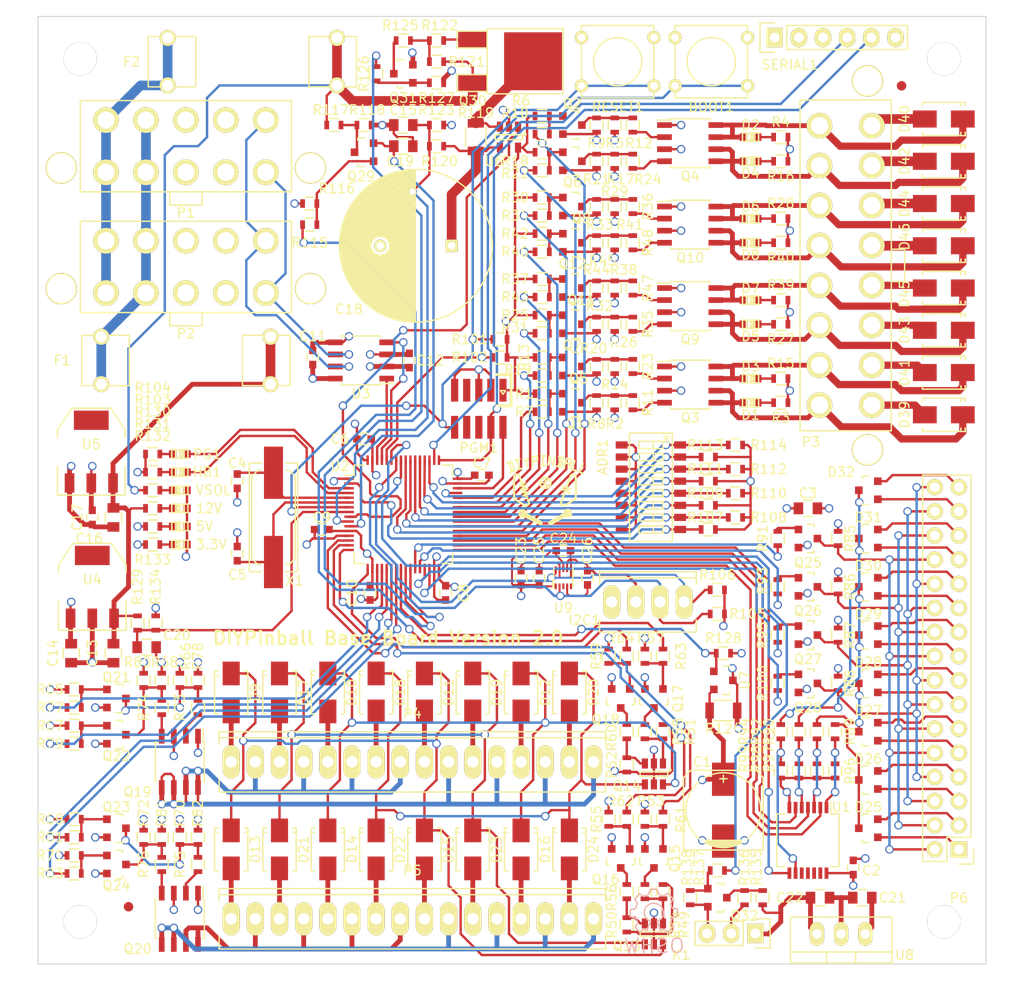
<source format=kicad_pcb>
(kicad_pcb (version 20221018) (generator pcbnew)
  (layers (0 "F.Cu" signal) (1 "In1.Cu" power "Ground.Cu") (2 "In2.Cu" mixed "Power.Cu") (31 "B.Cu" signal) (34 "B.Paste" user) (35 "F.Paste" user) (36 "B.SilkS" user "B.Silkscreen") (37 "F.SilkS" user "F.Silkscreen") (38 "B.Mask" user) (39 "F.Mask" user) (44 "Edge.Cuts" user))
  (net 0 "")
  (net 1 "/Control Logic/ADDRESS0")
  (net 2 "/Control Logic/ADDRESS1")
  (net 3 "/Control Logic/ADDRESS2")
  (net 4 "/Control Logic/ADDRESS3")
  (net 5 "/Control Logic/ADDRESS4")
  (net 6 "/Control Logic/ADDRESS5")
  (net 7 "/Control Logic/ADDRESS6")
  (net 8 "/Control Logic/ADDRESS7")
  (net 9 "/Lamp Driver/LAMP_12V")
  (net 10 "GND")
  (net 11 "+12V")
  (net 12 "Net-(C4-Pad1)")
  (net 13 "Net-(C5-Pad1)")
  (net 14 "+5V")
  (net 15 "/Control Logic/VSOL_IN_SENSE")
  (net 16 "/Solenoid Driver/SOL_PWR")
  (net 17 "/Control Logic/VSOL_SENSE")
  (net 18 "/Control Logic/12V_SENSE")
  (net 19 "Net-(C22-Pad1)")
  (net 20 "Net-(C26-Pad1)")
  (net 21 "Net-(D1-Pad2)")
  (net 22 "Net-(D1-Pad1)")
  (net 23 "Net-(D2-Pad2)")
  (net 24 "Net-(D2-Pad1)")
  (net 25 "Net-(D3-Pad2)")
  (net 26 "Net-(D3-Pad1)")
  (net 27 "Net-(D4-Pad2)")
  (net 28 "Net-(D4-Pad1)")
  (net 29 "Net-(D43-Pad1)")
  (net 30 "Net-(D5-Pad1)")
  (net 31 "Net-(D44-Pad1)")
  (net 32 "Net-(D6-Pad1)")
  (net 33 "Net-(D45-Pad1)")
  (net 34 "Net-(D7-Pad1)")
  (net 35 "Net-(D46-Pad1)")
  (net 36 "Net-(D8-Pad1)")
  (net 37 "Net-(D11-Pad1)")
  (net 38 "Net-(D9-Pad2)")
  (net 39 "Net-(D10-Pad1)")
  (net 40 "Net-(D10-Pad2)")
  (net 41 "Net-(D11-Pad2)")
  (net 42 "Net-(D12-Pad2)")
  (net 43 "Net-(D13-Pad2)")
  (net 44 "Net-(D14-Pad2)")
  (net 45 "Net-(D15-Pad2)")
  (net 46 "Net-(D16-Pad2)")
  (net 47 "Net-(D17-Pad1)")
  (net 48 "Net-(D17-Pad2)")
  (net 49 "Net-(D18-Pad1)")
  (net 50 "Net-(D18-Pad2)")
  (net 51 "Net-(D19-Pad2)")
  (net 52 "Net-(D20-Pad2)")
  (net 53 "Net-(D21-Pad2)")
  (net 54 "Net-(D22-Pad2)")
  (net 55 "Net-(D23-Pad2)")
  (net 56 "Net-(D24-Pad2)")
  (net 57 "Net-(D35-Pad1)")
  (net 58 "Net-(D36-Pad1)")
  (net 59 "Net-(D37-Pad1)")
  (net 60 "Net-(D38-Pad1)")
  (net 61 "/Power Supply/12V_IN")
  (net 62 "/Power Supply/VSOL_IN")
  (net 63 "VEE")
  (net 64 "Net-(HB1-Pad2)")
  (net 65 "/Control Logic/HEARTBEAT")
  (net 66 "/Accelerometer/SCL")
  (net 67 "/Accelerometer/SDA")
  (net 68 "Net-(K1-Pad2)")
  (net 69 "/Control Logic/CANH")
  (net 70 "/Control Logic/CANL")
  (net 71 "Net-(P4-Pad2)")
  (net 72 "Net-(P4-Pad10)")
  (net 73 "Net-(P5-Pad2)")
  (net 74 "Net-(P5-Pad10)")
  (net 75 "Net-(D25-Pad1)")
  (net 76 "/Switch Matrix/COL0_SWITCHED")
  (net 77 "/Switch Matrix/COL1_SWITCHED")
  (net 78 "Net-(D26-Pad1)")
  (net 79 "/Switch Matrix/COL2_SWITCHED")
  (net 80 "/Switch Matrix/COL3_SWITCHED")
  (net 81 "Net-(D27-Pad1)")
  (net 82 "Net-(D28-Pad1)")
  (net 83 "Net-(D29-Pad1)")
  (net 84 "Net-(D30-Pad1)")
  (net 85 "Net-(D31-Pad1)")
  (net 86 "Net-(D32-Pad1)")
  (net 87 "Net-(PG1-Pad2)")
  (net 88 "/Control Logic/POWER_GOOD")
  (net 89 "/Control Logic/SWDIO")
  (net 90 "/Control Logic/SWCLK")
  (net 91 "Net-(Q3-Pad2)")
  (net 92 "Net-(Q3-Pad4)")
  (net 93 "Net-(Q4-Pad2)")
  (net 94 "Net-(Q4-Pad4)")
  (net 95 "Net-(Q9-Pad2)")
  (net 96 "Net-(Q9-Pad4)")
  (net 97 "Net-(Q10-Pad2)")
  (net 98 "Net-(Q10-Pad4)")
  (net 99 "Net-(Q19-Pad2)")
  (net 100 "Net-(Q19-Pad4)")
  (net 101 "Net-(Q20-Pad2)")
  (net 102 "Net-(Q20-Pad4)")
  (net 103 "Net-(Q1-Pad1)")
  (net 104 "Net-(Q1-Pad3)")
  (net 105 "Net-(Q2-Pad3)")
  (net 106 "Net-(Q2-Pad1)")
  (net 107 "/Control Logic/SOLENOID0")
  (net 108 "/Control Logic/SOLENOID7")
  (net 109 "Net-(Q5-Pad1)")
  (net 110 "Net-(Q5-Pad3)")
  (net 111 "Net-(Q6-Pad3)")
  (net 112 "Net-(Q6-Pad1)")
  (net 113 "/Control Logic/SOLENOID1")
  (net 114 "/Control Logic/SOLENOID6")
  (net 115 "Net-(Q7-Pad1)")
  (net 116 "Net-(Q7-Pad3)")
  (net 117 "Net-(Q8-Pad3)")
  (net 118 "Net-(Q8-Pad1)")
  (net 119 "/Control Logic/SOLENOID2")
  (net 120 "/Control Logic/SOLENOID5")
  (net 121 "Net-(Q11-Pad1)")
  (net 122 "Net-(Q11-Pad3)")
  (net 123 "Net-(Q12-Pad3)")
  (net 124 "Net-(Q12-Pad1)")
  (net 125 "/Control Logic/SOLENOID3")
  (net 126 "/Control Logic/SOLENOID4")
  (net 127 "Net-(Q13-Pad1)")
  (net 128 "Net-(Q13-Pad3)")
  (net 129 "Net-(Q14-Pad1)")
  (net 130 "Net-(Q14-Pad3)")
  (net 131 "Net-(Q15-Pad1)")
  (net 132 "Net-(Q15-Pad3)")
  (net 133 "Net-(Q16-Pad1)")
  (net 134 "Net-(Q16-Pad3)")
  (net 135 "Net-(Q17-Pad1)")
  (net 136 "Net-(Q17-Pad3)")
  (net 137 "Net-(Q18-Pad1)")
  (net 138 "Net-(Q18-Pad3)")
  (net 139 "/Control Logic/LAMP_ROW0")
  (net 140 "/Control Logic/LAMP_ROW1")
  (net 141 "/Control Logic/LAMP_ROW2")
  (net 142 "/Control Logic/LAMP_ROW3")
  (net 143 "Net-(Q21-Pad1)")
  (net 144 "Net-(Q21-Pad3)")
  (net 145 "Net-(Q22-Pad1)")
  (net 146 "Net-(Q22-Pad3)")
  (net 147 "Net-(Q23-Pad1)")
  (net 148 "Net-(Q23-Pad3)")
  (net 149 "Net-(Q24-Pad1)")
  (net 150 "Net-(Q24-Pad3)")
  (net 151 "/Control Logic/LAMP_COL0")
  (net 152 "/Control Logic/LAMP_COL1")
  (net 153 "/Control Logic/LAMP_COL2")
  (net 154 "/Control Logic/LAMP_COL3")
  (net 155 "Net-(R89-Pad1)")
  (net 156 "/Switch Matrix/ROW0_SWITCHED")
  (net 157 "Net-(R90-Pad1)")
  (net 158 "/Switch Matrix/ROW1_SWITCHED")
  (net 159 "Net-(Q25-Pad1)")
  (net 160 "/Switch Matrix/COL0")
  (net 161 "Net-(R92-Pad1)")
  (net 162 "/Switch Matrix/ROW2_SWITCHED")
  (net 163 "Net-(Q26-Pad1)")
  (net 164 "/Switch Matrix/COL1")
  (net 165 "Net-(R94-Pad1)")
  (net 166 "/Switch Matrix/ROW3_SWITCHED")
  (net 167 "Net-(Q27-Pad1)")
  (net 168 "/Switch Matrix/COL2")
  (net 169 "Net-(Q28-Pad1)")
  (net 170 "/Switch Matrix/COL3")
  (net 171 "/Control Logic/~{RESET}")
  (net 172 "/Control Logic/BOOTLOADER")
  (net 173 "Net-(Q29-Pad1)")
  (net 174 "/Control Logic/VSOL_MEASURE_CONTROL")
  (net 175 "Net-(Q29-Pad3)")
  (net 176 "Net-(Q30-PadD)")
  (net 177 "Net-(R121-Pad2)")
  (net 178 "Net-(Q31-Pad3)")
  (net 179 "Net-(Q31-Pad1)")
  (net 180 "/Control Logic/VSOL_PRECHARGE_PWM")
  (net 181 "/Power Supply/ILAMP_SENSE_OUT")
  (net 182 "Net-(Q32-Pad3)")
  (net 183 "Net-(Q32-Pad1)")
  (net 184 "/RGB LED Output/RGB_DATA")
  (net 185 "/Control Logic/RXD")
  (net 186 "/Switch Matrix/ROW0")
  (net 187 "/Switch Matrix/ROW1")
  (net 188 "/Switch Matrix/ROW2")
  (net 189 "/Switch Matrix/ROW3")
  (net 190 "/Power Supply/ISOL_SENSE_OUT")
  (net 191 "/Control Logic/CANRX")
  (net 192 "/Control Logic/CANTX")
  (net 193 "+3.3V")
  (net 194 "Net-(Q30-PadG)")
  (net 195 "Net-(D25-Pad2)")
  (net 196 "Net-(D26-Pad2)")
  (net 197 "Net-(D27-Pad2)")
  (net 198 "Net-(D28-Pad2)")
  (net 199 "Net-(D29-Pad2)")
  (net 200 "Net-(D30-Pad2)")
  (net 201 "Net-(D31-Pad2)")
  (net 202 "Net-(D32-Pad2)")
  (footprint "PinballParts:DIPSWITCH-SMT-08" (layer "F.Cu") (at 120.3325 129.54 -90)
    (fp_text reference "ADR1")
    (fp_text value "DIPS_08" hide)
  )
  (footprint "Capacitors_SMD:c_elec_8x10" (layer "F.Cu") (at 127.9525 163.5125 90)
    (fp_text reference "C1")
    (fp_text value "47u")
  )
  (footprint "Capacitors_SMD:C_0603" (layer "F.Cu") (at 141.605 169.545 90)
    (fp_text reference "C2")
    (fp_text value "100n")
  )
  (footprint "Capacitors_SMD:C_0805" (layer "F.Cu") (at 136.8425 131.7625 180)
    (fp_text reference "C3")
    (fp_text value "10u")
  )
  (footprint "Capacitors_SMD:C_0603" (layer "F.Cu") (at 76.835 128.905 -90)
    (fp_text reference "C4")
    (fp_text value "18p")
  )
  (footprint "Capacitors_SMD:C_0603" (layer "F.Cu") (at 76.835 136.525 90)
    (fp_text reference "C5")
    (fp_text value "18p")
  )
  (footprint "Capacitors_SMD:C_0603" (layer "F.Cu") (at 90.17 124.46)
    (fp_text reference "C6")
    (fp_text value "10n")
  )
  (footprint "Capacitors_SMD:C_0603" (layer "F.Cu") (at 102.5525 128.27)
    (fp_text reference "C7")
    (fp_text value "10n")
  )
  (footprint "Capacitors_SMD:C_0603" (layer "F.Cu") (at 98.7425 140.6525 -90)
    (fp_text reference "C8")
    (fp_text value "10n")
  )
  (footprint "Capacitors_SMD:C_0603" (layer "F.Cu") (at 85.725 133.985)
    (fp_text reference "C9")
    (fp_text value "100n")
  )
  (footprint "Capacitors_SMD:C_0603" (layer "F.Cu") (at 90.805 140.6525 90)
    (fp_text reference "C10")
    (fp_text value "100n")
  )
  (footprint "Capacitors_SMD:C_0603" (layer "F.Cu") (at 84.7725 115.8875 -90)
    (fp_text reference "C11")
    (fp_text value "100n")
  )
  (footprint "Capacitors_SMD:C_0603" (layer "F.Cu") (at 94.9325 116.205 -90)
    (fp_text reference "C12")
    (fp_text value "100n")
  )
  (footprint "Capacitors_SMD:C_0805" (layer "F.Cu") (at 63.8175 147.0025 -90)
    (fp_text reference "C13")
    (fp_text value "10u")
  )
  (footprint "Capacitors_SMD:C_0805" (layer "F.Cu") (at 59.3725 147.0025 -90)
    (fp_text reference "C14")
    (fp_text value "10u")
  )
  (footprint "Capacitors_SMD:C_0805" (layer "F.Cu") (at 94.2975 93.6625)
    (fp_text reference "C15")
    (fp_text value "10u")
  )
  (footprint "Capacitors_SMD:C_0805" (layer "F.Cu") (at 63.8175 132.715 -90)
    (fp_text reference "C16")
    (fp_text value "10u")
  )
  (footprint "Capacitors_SMD:C_0603" (layer "F.Cu") (at 61.595 132.715 -90)
    (fp_text reference "C17")
    (fp_text value "4.7u")
  )
  (footprint "Capacitors_ThroughHole:C_Radial_D16_L25_P7.5" (layer "F.Cu") (at 99.3775 104.14 180)
    (fp_text reference "C18")
    (fp_text value "470u")
  )
  (footprint "Capacitors_SMD:C_0805" (layer "F.Cu") (at 94.2975 91.44 180)
    (fp_text reference "C19")
    (fp_text value "10u")
  )
  (footprint "Capacitors_SMD:C_0805" (layer "F.Cu") (at 67.31 146.3675)
    (fp_text reference "C20")
    (fp_text value "10u")
  )
  (footprint "Capacitors_SMD:C_0603" (layer "F.Cu") (at 106.68 139.065 90)
    (fp_text reference "C23")
    (fp_text value "100n")
  )
  (footprint "Capacitors_SMD:C_0603" (layer "F.Cu") (at 111.125 136.2075)
    (fp_text reference "C24")
    (fp_text value "100n")
  )
  (footprint "Capacitors_SMD:C_0603" (layer "F.Cu") (at 108.585 139.065 90)
    (fp_text reference "C25")
    (fp_text value "1u")
  )
  (footprint "Capacitors_SMD:C_0603" (layer "F.Cu") (at 113.665 139.065 90)
    (fp_text reference "C26")
    (fp_text value "100n")
  )
  (footprint "LEDs:LED-0603" (layer "F.Cu") (at 130.81 120.65 180)
    (fp_text reference "D1")
    (fp_text value "LED")
  )
  (footprint "LEDs:LED-0603" (layer "F.Cu") (at 130.81 92.71 180)
    (fp_text reference "D2")
    (fp_text value "LED")
  )
  (footprint "LEDs:LED-0603" (layer "F.Cu") (at 130.81 118.11 180)
    (fp_text reference "D3")
    (fp_text value "LED")
  )
  (footprint "LEDs:LED-0603" (layer "F.Cu") (at 130.81 112.395 180)
    (fp_text reference "D5")
    (fp_text value "LED")
  )
  (footprint "LEDs:LED-0603" (layer "F.Cu") (at 130.81 101.2825 180)
    (fp_text reference "D6")
    (fp_text value "LED")
  )
  (footprint "LEDs:LED-0603" (layer "F.Cu") (at 130.81 109.855 180)
    (fp_text reference "D7")
    (fp_text value "LED")
  )
  (footprint "LEDs:LED-0603" (layer "F.Cu") (at 130.81 103.8225 180)
    (fp_text reference "D8")
    (fp_text value "LED")
  )
  (footprint "Diodes_SMD:Diode-SMA_Standard" (layer "F.Cu") (at 76.2 151.13 -90)
    (fp_text reference "D9")
    (fp_text value "S1M")
  )
  (footprint "Diodes_SMD:Diode-SMA_Standard" (layer "F.Cu") (at 86.36 151.13 -90)
    (fp_text reference "D10")
    (fp_text value "S1M")
  )
  (footprint "Diodes_SMD:Diode-SMA_Standard" (layer "F.Cu") (at 96.52 151.13 -90)
    (fp_text reference "D11")
    (fp_text value "S1M")
  )
  (footprint "Diodes_SMD:Diode-SMA_Standard" (layer "F.Cu") (at 106.68 151.13 -90)
    (fp_text reference "D12")
    (fp_text value "S1M")
  )
  (footprint "Diodes_SMD:Diode-SMA_Standard" (layer "F.Cu") (at 76.2 167.64 -90)
    (fp_text reference "D13")
    (fp_text value "S1M")
  )
  (footprint "Diodes_SMD:Diode-SMA_Standard" (layer "F.Cu") (at 86.36 167.64 -90)
    (fp_text reference "D14")
    (fp_text value "S1M")
  )
  (footprint "Diodes_SMD:Diode-SMA_Standard" (layer "F.Cu") (at 96.52 167.64 -90)
    (fp_text reference "D15")
    (fp_text value "S1M")
  )
  (footprint "Diodes_SMD:Diode-SMA_Standard" (layer "F.Cu") (at 106.68 167.64 -90)
    (fp_text reference "D16")
    (fp_text value "S1M")
  )
  (footprint "Diodes_SMD:Diode-SMA_Standard" (layer "F.Cu") (at 81.28 151.13 -90)
    (fp_text reference "D17")
    (fp_text value "S1M")
  )
  (footprint "Diodes_SMD:Diode-SMA_Standard" (layer "F.Cu") (at 91.44 151.13 -90)
    (fp_text reference "D18")
    (fp_text value "S1M")
  )
  (footprint "Diodes_SMD:Diode-SMA_Standard" (layer "F.Cu") (at 101.6 151.13 -90)
    (fp_text reference "D19")
    (fp_text value "S1M")
  )
  (footprint "Diodes_SMD:Diode-SMA_Standard" (layer "F.Cu") (at 111.76 151.13 -90)
    (fp_text reference "D20")
    (fp_text value "S1M")
  )
  (footprint "Diodes_SMD:Diode-SMA_Standard" (layer "F.Cu") (at 81.28 167.64 -90)
    (fp_text reference "D21")
    (fp_text value "S1M")
  )
  (footprint "Diodes_SMD:Diode-SMA_Standard" (layer "F.Cu") (at 91.44 167.64 -90)
    (fp_text reference "D22")
    (fp_text value "S1M")
  )
  (footprint "Diodes_SMD:Diode-SMA_Standard" (layer "F.Cu") (at 101.6 167.64 -90)
    (fp_text reference "D23")
    (fp_text value "S1M")
  )
  (footprint "Diodes_SMD:Diode-SMA_Standard" (layer "F.Cu") (at 111.76 167.64 -90)
    (fp_text reference "D24")
    (fp_text value "S1M")
  )
  (footprint "LEDs:LED-0603" (layer "F.Cu") (at 70.8025 129.8575)
    (fp_text reference "D35" hide)
    (fp_text value "LED")
  )
  (footprint "LEDs:LED-0603" (layer "F.Cu") (at 70.8025 131.7625)
    (fp_text reference "D36" hide)
    (fp_text value "LED")
  )
  (footprint "LEDs:LED-0603" (layer "F.Cu") (at 70.8025 133.6675)
    (fp_text reference "D37" hide)
    (fp_text value "LED")
  )
  (footprint "LEDs:LED-0603" (layer "F.Cu") (at 70.8025 135.5725)
    (fp_text reference "D38" hide)
    (fp_text value "LED")
  )
  (footprint "PinballParts:FC203-20MM" (layer "F.Cu") (at 71.4375 116.205)
    (fp_text reference "F1")
    (fp_text value "FUSE" hide)
  )
  (footprint "PinballParts:FC203-20MM" (layer "F.Cu") (at 78.4225 84.7725)
    (fp_text reference "F2")
    (fp_text value "FUSE" hide)
  )
  (footprint "Sockets_MOLEX_KK-System:Socket_MOLEX-KK-RM2-54mm_Lock_4pin_straight" (layer "F.Cu") (at 120.015 141.605)
    (fp_text reference "I2C1")
    (fp_text value "CONN_4")
  )
  (footprint "PinballParts:PINBALL-CONNECTOR-V" (layer "F.Cu") (at 71.4375 93.6625)
    (fp_text reference "P1")
    (fp_text value "PINBALL-CONNECTOR" hide)
  )
  (footprint "PinballParts:PINBALL-CONNECTOR-V" (layer "F.Cu") (at 71.4375 106.3625)
    (fp_text reference "P2")
    (fp_text value "PINBALL-CONNECTOR" hide)
  )
  (footprint "PinballParts:Socket_MOLEX-KK-RM2-54mm_Lock_16pin_straight" (layer "F.Cu") (at 95.25 158.4325)
    (fp_text reference "P4")
    (fp_text value "CONN_16" hide)
  )
  (footprint "PinballParts:Socket_MOLEX-KK-RM2-54mm_Lock_16pin_straight" (layer "F.Cu") (at 95.25 174.9425)
    (fp_text reference "P5")
    (fp_text value "CONN_16" hide)
  )
  (footprint "Pin_Headers:Pin_Header_Straight_2x16" (layer "F.Cu") (at 152.7175 167.64 180)
    (fp_text reference "P6")
    (fp_text value "HE10-32")
  )
  (footprint "LEDs:LED-0603" (layer "F.Cu") (at 70.8025 126.0475 180)
    (fp_text reference "PG1")
    (fp_text value "LED")
  )
  (footprint "Myelin:pin_array_5x2_50mil_smd" (layer "F.Cu") (at 102.235 121.285 180)
    (fp_text reference "PGM1")
    (fp_text value "ARM-SWD-HEADER" hide)
  )
  (footprint "Housings_SOIC:SOIC-8_3.9x4.9mm_Pitch1.27mm" (layer "F.Cu") (at 124.46 118.745)
    (fp_text reference "Q3")
    (fp_text value "DMN6040SSD")
  )
  (footprint "Housings_SOIC:SOIC-8_3.9x4.9mm_Pitch1.27mm" (layer "F.Cu") (at 124.46 93.345)
    (fp_text reference "Q4")
    (fp_text value "DMN6040SSD")
  )
  (footprint "Housings_SOIC:SOIC-8_3.9x4.9mm_Pitch1.27mm" (layer "F.Cu") (at 124.46 110.49)
    (fp_text reference "Q9")
    (fp_text value "DMN6040SSD")
  )
  (footprint "Housings_SOIC:SOIC-8_3.9x4.9mm_Pitch1.27mm" (layer "F.Cu") (at 124.46 101.9175)
    (fp_text reference "Q10")
    (fp_text value "DMN6040SSD")
  )
  (footprint "Housings_SOIC:SOIC-8_3.9x4.9mm_Pitch1.27mm" (layer "F.Cu") (at 70.8025 158.4325 -90)
    (fp_text reference "Q19")
    (fp_text value "DMN6040SSD")
  )
  (footprint "Housings_SOIC:SOIC-8_3.9x4.9mm_Pitch1.27mm" (layer "F.Cu") (at 70.8025 174.9425 -90)
    (fp_text reference "Q20")
    (fp_text value "DMN6040SSD")
  )
  (footprint "Resistors_SMD:R_0603" (layer "F.Cu") (at 108.9025 119.6975)
    (fp_text reference "R1")
    (fp_text value "10K")
  )
  (footprint "Resistors_SMD:R_0603" (layer "F.Cu") (at 116.5225 120.65 90)
    (fp_text reference "R2")
    (fp_text value "1K")
  )
  (footprint "Resistors_SMD:R_0603" (layer "F.Cu") (at 133.985 120.65 180)
    (fp_text reference "R3")
    (fp_text value "2.7K")
  )
  (footprint "Resistors_SMD:R_0603" (layer "F.Cu") (at 133.985 92.71 180)
    (fp_text reference "R4")
    (fp_text value "2.7K")
  )
  (footprint "Resistors_SMD:R_0603" (layer "F.Cu") (at 116.5225 91.44 90)
    (fp_text reference "R5")
    (fp_text value "1K")
  )
  (footprint "Resistors_SMD:R_0603" (layer "F.Cu") (at 108.9025 90.4875)
    (fp_text reference "R6")
    (fp_text value "10K")
  )
  (footprint "Resistors_SMD:R_0603" (layer "F.Cu") (at 108.9025 121.6025)
    (fp_text reference "R7")
    (fp_text value "1K")
  )
  (footprint "Resistors_SMD:R_0603" (layer "F.Cu") (at 114.6175 120.65 -90)
    (fp_text reference "R8")
    (fp_text value "10K")
  )
  (footprint "Resistors_SMD:R_0603" (layer "F.Cu") (at 114.6175 91.44 -90)
    (fp_text reference "R9")
    (fp_text value "10K")
  )
  (footprint "Resistors_SMD:R_0603" (layer "F.Cu") (at 108.9025 92.3925)
    (fp_text reference "R10")
    (fp_text value "1K")
  )
  (footprint "Resistors_SMD:R_0603" (layer "F.Cu") (at 118.4275 120.65 90)
    (fp_text reference "R11")
    (fp_text value "22")
  )
  (footprint "Resistors_SMD:R_0603" (layer "F.Cu") (at 118.4275 91.44 -90)
    (fp_text reference "R12")
    (fp_text value "22")
  )
  (footprint "Resistors_SMD:R_0603" (layer "F.Cu") (at 108.9025 115.8875)
    (fp_text reference "R13")
    (fp_text value "10K")
  )
  (footprint "Resistors_SMD:R_0603" (layer "F.Cu") (at 116.5225 116.84 90)
    (fp_text reference "R14")
    (fp_text value "1K")
  )
  (footprint "Resistors_SMD:R_0603" (layer "F.Cu") (at 133.985 118.11 180)
    (fp_text reference "R15")
    (fp_text value "2.7K")
  )
  (footprint "Resistors_SMD:R_0603" (layer "F.Cu") (at 133.985 95.25 180)
    (fp_text reference "R16")
    (fp_text value "2.7K")
  )
  (footprint "Resistors_SMD:R_0603" (layer "F.Cu") (at 116.5225 95.25 90)
    (fp_text reference "R17")
    (fp_text value "1K")
  )
  (footprint "Resistors_SMD:R_0603" (layer "F.Cu") (at 108.9025 94.2975)
    (fp_text reference "R18")
    (fp_text value "10K")
  )
  (footprint "Resistors_SMD:R_0603" (layer "F.Cu") (at 108.9025 117.7925)
    (fp_text reference "R19")
    (fp_text value "1K")
  )
  (footprint "Resistors_SMD:R_0603" (layer "F.Cu") (at 114.6175 116.84 -90)
    (fp_text reference "R20")
    (fp_text value "10K")
  )
  (footprint "Resistors_SMD:R_0603" (layer "F.Cu") (at 114.6175 95.25 -90)
    (fp_text reference "R21")
    (fp_text value "10K")
  )
  (footprint "Resistors_SMD:R_0603" (layer "F.Cu") (at 108.9025 96.2025)
    (fp_text reference "R22")
    (fp_text value "1K")
  )
  (footprint "Resistors_SMD:R_0603" (layer "F.Cu") (at 118.4275 116.84 90)
    (fp_text reference "R23")
    (fp_text value "22")
  )
  (footprint "Resistors_SMD:R_0603" (layer "F.Cu") (at 118.4275 95.25 -90)
    (fp_text reference "R24")
    (fp_text value "22")
  )
  (footprint "Resistors_SMD:R_0603" (layer "F.Cu") (at 108.9025 111.4425)
    (fp_text reference "R25")
    (fp_text value "10K")
  )
  (footprint "Resistors_SMD:R_0603" (layer "F.Cu") (at 116.5225 112.395 90)
    (fp_text reference "R26")
    (fp_text value "1K")
  )
  (footprint "Resistors_SMD:R_0603" (layer "F.Cu") (at 133.985 112.395 180)
    (fp_text reference "R27")
    (fp_text value "2.7K")
  )
  (footprint "Resistors_SMD:R_0603" (layer "F.Cu") (at 133.985 101.2825 180)
    (fp_text reference "R28")
    (fp_text value "2.7K")
  )
  (footprint "Resistors_SMD:R_0603" (layer "F.Cu") (at 116.5225 100.0125 90)
    (fp_text reference "R29")
    (fp_text value "1K")
  )
  (footprint "Resistors_SMD:R_0603" (layer "F.Cu") (at 108.9025 99.06)
    (fp_text reference "R30")
    (fp_text value "10K")
  )
  (footprint "Resistors_SMD:R_0603" (layer "F.Cu") (at 108.9025 113.3475)
    (fp_text reference "R31")
    (fp_text value "1K")
  )
  (footprint "Resistors_SMD:R_0603" (layer "F.Cu") (at 114.6175 112.395 -90)
    (fp_text reference "R32")
    (fp_text value "10K")
  )
  (footprint "Resistors_SMD:R_0603" (layer "F.Cu") (at 114.6175 100.0125 -90)
    (fp_text reference "R33")
    (fp_text value "10K")
  )
  (footprint "Resistors_SMD:R_0603" (layer "F.Cu") (at 108.9025 100.965)
    (fp_text reference "R34")
    (fp_text value "1K")
  )
  (footprint "Resistors_SMD:R_0603" (layer "F.Cu") (at 118.4275 112.395 90)
    (fp_text reference "R35")
    (fp_text value "22")
  )
  (footprint "Resistors_SMD:R_0603" (layer "F.Cu") (at 118.4275 100.0125 -90)
    (fp_text reference "R36")
    (fp_text value "22")
  )
  (footprint "Resistors_SMD:R_0603" (layer "F.Cu") (at 108.9025 107.6325)
    (fp_text reference "R37")
    (fp_text value "10K")
  )
  (footprint "Resistors_SMD:R_0603" (layer "F.Cu") (at 116.5225 108.585 90)
    (fp_text reference "R38")
    (fp_text value "1K")
  )
  (footprint "Resistors_SMD:R_0603" (layer "F.Cu") (at 133.985 109.855 180)
    (fp_text reference "R39")
    (fp_text value "2.7K")
  )
  (footprint "Resistors_SMD:R_0603" (layer "F.Cu") (at 133.985 103.8225 180)
    (fp_text reference "R40")
    (fp_text value "2.7K")
  )
  (footprint "Resistors_SMD:R_0603" (layer "F.Cu") (at 116.5225 103.8225 90)
    (fp_text reference "R41")
    (fp_text value "1K")
  )
  (footprint "Resistors_SMD:R_0603" (layer "F.Cu") (at 108.9025 102.87)
    (fp_text reference "R42")
    (fp_text value "10K")
  )
  (footprint "Resistors_SMD:R_0603" (layer "F.Cu") (at 108.9025 109.5375)
    (fp_text reference "R43")
    (fp_text value "1K")
  )
  (footprint "Resistors_SMD:R_0603" (layer "F.Cu") (at 114.6175 108.585 -90)
    (fp_text reference "R44")
    (fp_text value "10K")
  )
  (footprint "Resistors_SMD:R_0603" (layer "F.Cu") (at 114.6175 103.8225 -90)
    (fp_text reference "R45")
    (fp_text value "10K")
  )
  (footprint "Resistors_SMD:R_0603" (layer "F.Cu") (at 108.9025 104.775)
    (fp_text reference "R46")
    (fp_text value "1K")
  )
  (footprint "Resistors_SMD:R_0603" (layer "F.Cu") (at 118.4275 108.585 90)
    (fp_text reference "R47")
    (fp_text value "22")
  )
  (footprint "Resistors_SMD:R_0603" (layer "F.Cu") (at 118.4275 103.8225 -90)
    (fp_text reference "R48")
    (fp_text value "22")
  )
  (footprint "Resistors_SMD:R_0603" (layer "F.Cu") (at 121.6025 155.2575 -90)
    (fp_text reference "R51")
    (fp_text value "10K")
  )
  (footprint "Resistors_SMD:R_0603" (layer "F.Cu") (at 117.7925 158.75 90)
    (fp_text reference "R52")
    (fp_text value "10K")
  )
  (footprint "Resistors_SMD:R_0603" (layer "F.Cu") (at 119.6975 147.32 -90)
    (fp_text reference "R57")
    (fp_text value "10K")
  )
  (footprint "Resistors_SMD:R_0603" (layer "F.Cu") (at 119.6975 155.2575 90)
    (fp_text reference "R58")
    (fp_text value "1K")
  )
  (footprint "Resistors_SMD:R_0603" (layer "F.Cu") (at 115.8875 147.32 -90)
    (fp_text reference "R59")
    (fp_text value "10K")
  )
  (footprint "Resistors_SMD:R_0603" (layer "F.Cu") (at 117.7925 155.2575 90)
    (fp_text reference "R60")
    (fp_text value "1K")
  )
  (footprint "Resistors_SMD:R_0603" (layer "F.Cu") (at 121.6025 147.32 -90)
    (fp_text reference "R63")
    (fp_text value "1K")
  )
  (footprint "Resistors_SMD:R_0603" (layer "F.Cu") (at 117.7925 147.32 -90)
    (fp_text reference "R64")
    (fp_text value "1K")
  )
  (footprint "Resistors_SMD:R_0603" (layer "F.Cu") (at 59.69 150.8125)
    (fp_text reference "R65")
    (fp_text value "10K")
  )
  (footprint "Resistors_SMD:R_0603" (layer "F.Cu") (at 70.8025 149.86 -90)
    (fp_text reference "R66")
    (fp_text value "1K")
  )
  (footprint "Resistors_SMD:R_0603" (layer "F.Cu") (at 59.69 154.6225)
    (fp_text reference "R67")
    (fp_text value "10K")
  )
  (footprint "Resistors_SMD:R_0603" (layer "F.Cu") (at 66.9925 149.86 -90)
    (fp_text reference "R68")
    (fp_text value "1K")
  )
  (footprint "Resistors_SMD:R_0603" (layer "F.Cu") (at 59.69 164.465)
    (fp_text reference "R69")
    (fp_text value "10K")
  )
  (footprint "Resistors_SMD:R_0603" (layer "F.Cu") (at 70.8025 166.37 -90)
    (fp_text reference "R70")
    (fp_text value "1K")
  )
  (footprint "Resistors_SMD:R_0603" (layer "F.Cu") (at 59.69 168.275)
    (fp_text reference "R71")
    (fp_text value "10K")
  )
  (footprint "Resistors_SMD:R_0603" (layer "F.Cu") (at 66.9925 166.37 -90)
    (fp_text reference "R72")
    (fp_text value "1K")
  )
  (footprint "Resistors_SMD:R_0603" (layer "F.Cu") (at 72.7075 152.7175 90)
    (fp_text reference "R73")
    (fp_text value "22")
  )
  (footprint "Resistors_SMD:R_0603" (layer "F.Cu") (at 68.8975 152.7175 -90)
    (fp_text reference "R74")
    (fp_text value "22")
  )
  (footprint "Resistors_SMD:R_0603" (layer "F.Cu") (at 72.7075 169.2275 -90)
    (fp_text reference "R75")
    (fp_text value "22")
  )
  (footprint "Resistors_SMD:R_0603" (layer "F.Cu") (at 68.8975 169.2275 -90)
    (fp_text reference "R76")
    (fp_text value "22")
  )
  (footprint "Resistors_SMD:R_0603" (layer "F.Cu") (at 59.69 152.7175)
    (fp_text reference "R77")
    (fp_text value "1K")
  )
  (footprint "Resistors_SMD:R_0603" (layer "F.Cu") (at 72.7075 149.86 90)
    (fp_text reference "R78")
    (fp_text value "10K")
  )
  (footprint "Resistors_SMD:R_0603" (layer "F.Cu") (at 59.69 156.5275)
    (fp_text reference "R79")
    (fp_text value "1K")
  )
  (footprint "Resistors_SMD:R_0603" (layer "F.Cu") (at 68.8975 149.86 90)
    (fp_text reference "R80")
    (fp_text value "10K")
  )
  (footprint "Resistors_SMD:R_0603" (layer "F.Cu") (at 59.69 166.37)
    (fp_text reference "R81")
    (fp_text value "1K")
  )
  (footprint "Resistors_SMD:R_0603" (layer "F.Cu") (at 72.7075 166.37 90)
    (fp_text reference "R82")
    (fp_text value "10K")
  )
  (footprint "Resistors_SMD:R_0603" (layer "F.Cu") (at 59.69 170.18)
    (fp_text reference "R83")
    (fp_text value "1K")
  )
  (footprint "Resistors_SMD:R_0603" (layer "F.Cu") (at 68.8975 166.37 90)
    (fp_text reference "R84")
    (fp_text value "10K")
  )
  (footprint "Resistors_SMD:R_0603" (layer "F.Cu") (at 140.0175 140.0175 -90)
    (fp_text reference "R86")
    (fp_text value "10K")
  )
  (footprint "Resistors_SMD:R_0603" (layer "F.Cu") (at 140.0175 145.0975 -90)
    (fp_text reference "R87")
    (fp_text value "10K")
  )
  (footprint "Resistors_SMD:R_0603" (layer "F.Cu") (at 140.0175 150.1775 -90)
    (fp_text reference "R88")
    (fp_text value "10K")
  )
  (footprint "Resistors_SMD:R_0603" (layer "F.Cu") (at 139.7 155.2575 90)
    (fp_text reference "R89")
    (fp_text value "10K")
  )
  (footprint "Resistors_SMD:R_0603" (layer "F.Cu") (at 137.795 155.2575 90)
    (fp_text reference "R90")
    (fp_text value "10K")
  )
  (footprint "Resistors_SMD:R_0603" (layer "F.Cu") (at 135.89 155.2575 90)
    (fp_text reference "R92")
    (fp_text value "10K")
  )
  (footprint "Resistors_SMD:R_0603" (layer "F.Cu") (at 133.6675 140.0175 -90)
    (fp_text reference "R93")
    (fp_text value "1K")
  )
  (footprint "Resistors_SMD:R_0603" (layer "F.Cu") (at 133.985 155.2575 90)
    (fp_text reference "R94")
    (fp_text value "10K")
  )
  (footprint "Resistors_SMD:R_0603" (layer "F.Cu") (at 133.6675 145.0975 -90)
    (fp_text reference "R95")
    (fp_text value "1K")
  )
  (footprint "Resistors_SMD:R_0603" (layer "F.Cu") (at 139.7 159.385 -90)
    (fp_text reference "R96")
    (fp_text value "10K")
  )
  (footprint "Resistors_SMD:R_0603" (layer "F.Cu") (at 137.795 159.385 -90)
    (fp_text reference "R97")
    (fp_text value "10K")
  )
  (footprint "Resistors_SMD:R_0603" (layer "F.Cu") (at 135.89 159.385 -90)
    (fp_text reference "R98")
    (fp_text value "10K")
  )
  (footprint "Resistors_SMD:R_0603" (layer "F.Cu") (at 133.985 159.385 -90)
    (fp_text reference "R99")
    (fp_text value "10K")
  )
  (footprint "Resistors_SMD:R_0603" (layer "F.Cu") (at 133.6675 150.1775 -90)
    (fp_text reference "R100")
    (fp_text value "1K")
  )
  (footprint "Resistors_SMD:R_0603" (layer "F.Cu") (at 104.4575 113.9825 180)
    (fp_text reference "R101")
    (fp_text value "10K")
  )
  (footprint "Resistors_SMD:R_0603" (layer "F.Cu") (at 104.4575 115.8875 180)
    (fp_text reference "R102")
    (fp_text value "10K")
  )
  (footprint "Resistors_SMD:R_0603" (layer "F.Cu") (at 67.945 127.9525 180)
    (fp_text reference "R103")
    (fp_text value "1K")
  )
  (footprint "Resistors_SMD:R_0603" (layer "F.Cu") (at 67.945 126.0475 180)
    (fp_text reference "R104")
    (fp_text value "1K")
  )
  (footprint "Resistors_SMD:R_0603" (layer "F.Cu") (at 127.3175 142.875 180)
    (fp_text reference "R105")
    (fp_text value "4.7K")
  )
  (footprint "Resistors_SMD:R_0603" (layer "F.Cu") (at 127.3175 140.335 180)
    (fp_text reference "R106")
    (fp_text value "4.7K")
  )
  (footprint "Resistors_SMD:R_0603" (layer "F.Cu") (at 126.365 133.985)
    (fp_text reference "R107")
    (fp_text value "10K")
  )
  (footprint "Resistors_SMD:R_0603" (layer "F.Cu") (at 129.2225 132.715)
    (fp_text reference "R108")
    (fp_text value "10K")
  )
  (footprint "Resistors_SMD:R_0603" (layer "F.Cu") (at 126.365 131.445)
    (fp_text reference "R109")
    (fp_text value "10K")
  )
  (footprint "Resistors_SMD:R_0603" (layer "F.Cu") (at 129.2225 130.175)
    (fp_text reference "R110")
    (fp_text value "10K")
  )
  (footprint "Resistors_SMD:R_0603" (layer "F.Cu") (at 126.365 128.905)
    (fp_text reference "R111")
    (fp_text value "10K")
  )
  (footprint "Resistors_SMD:R_0603" (layer "F.Cu") (at 129.2225 127.635)
    (fp_text reference "R112")
    (fp_text value "10K")
  )
  (footprint "Resistors_SMD:R_0603" (layer "F.Cu") (at 126.365 126.365)
    (fp_text reference "R113")
    (fp_text value "10K")
  )
  (footprint "Resistors_SMD:R_0603" (layer "F.Cu") (at 84.455 101.9175 180)
    (fp_text reference "R115")
    (fp_text value "1K")
  )
  (footprint "Resistors_SMD:R_0603" (layer "F.Cu") (at 84.455 99.695 180)
    (fp_text reference "R116")
    (fp_text value "10K")
  )
  (footprint "Resistors_SMD:R_0603" (layer "F.Cu") (at 86.995 91.44 180)
    (fp_text reference "R117")
    (fp_text value "95.3K 1%")
  )
  (footprint "Resistors_SMD:R_0603" (layer "F.Cu") (at 90.17 91.44)
    (fp_text reference "R118")
    (fp_text value "5.1K 1%")
  )
  (footprint "Resistors_SMD:R_1206" (layer "F.Cu") (at 101.9175 92.71 90)
    (fp_text reference "R119")
    (fp_text value ".003")
  )
  (footprint "Resistors_SMD:R_0603" (layer "F.Cu") (at 97.79 93.6625 180)
    (fp_text reference "R120")
    (fp_text value "95.3K 1%")
  )
  (footprint "Resistors_SMD:R_0603" (layer "F.Cu") (at 97.79 84.7725 180)
    (fp_text reference "R121")
    (fp_text value "10K")
  )
  (footprint "Resistors_SMD:R_0603" (layer "F.Cu") (at 97.79 82.55 180)
    (fp_text reference "R122")
    (fp_text value "22")
  )
  (footprint "Resistors_SMD:R_0603" (layer "F.Cu") (at 97.79 91.44)
    (fp_text reference "R123")
    (fp_text value "5.1K 1%")
  )
  (footprint "Resistors_SMD:R_1206" (layer "F.Cu") (at 127.9525 153.035)
    (fp_text reference "R124")
    (fp_text value "0.075")
  )
  (footprint "Resistors_SMD:R_0603" (layer "F.Cu") (at 94.2975 82.55 180)
    (fp_text reference "R125")
    (fp_text value "27K")
  )
  (footprint "Resistors_SMD:R_0603" (layer "F.Cu") (at 91.44 86.0425 90)
    (fp_text reference "R126")
    (fp_text value "1K")
  )
  (footprint "Resistors_SMD:R_0603" (layer "F.Cu") (at 97.79 86.995)
    (fp_text reference "R127")
    (fp_text value "10K")
  )
  (footprint "Resistors_SMD:R_0603" (layer "F.Cu") (at 127.9525 147.0025)
    (fp_text reference "R128")
    (fp_text value "5.1K 1%")
  )
  (footprint "Resistors_SMD:R_0603" (layer "F.Cu") (at 66.3575 143.8275 90)
    (fp_text reference "R129")
    (fp_text value "20.5K 1%")
  )
  (footprint "Resistors_SMD:R_0603" (layer "F.Cu") (at 67.945 129.8575)
    (fp_text reference "R130")
    (fp_text value "27K")
  )
  (footprint "Resistors_SMD:R_0603" (layer "F.Cu") (at 67.945 131.7625)
    (fp_text reference "R131")
    (fp_text value "2.7K")
  )
  (footprint "Resistors_SMD:R_0603" (layer "F.Cu") (at 67.945 133.6675)
    (fp_text reference "R132")
    (fp_text value "1K")
  )
  (footprint "Resistors_SMD:R_0603" (layer "F.Cu") (at 67.945 135.5725)
    (fp_text reference "R133")
    (fp_text value "1K")
  )
  (footprint "Resistors_SMD:R_0603" (layer "F.Cu") (at 68.2625 143.8275 90)
    (fp_text reference "R134")
    (fp_text value "5.1K 1%")
  )
  (footprint "Socket_Strips:Socket_Strip_Straight_1x06" (layer "F.Cu") (at 133.35 82.2325)
    (fp_text reference "SERIAL1")
    (fp_text value "FTDI_SERIAL")
  )
  (footprint "Housings_SSOP:SSOP-14_5.3x6.2mm_Pitch0.65mm" (layer "F.Cu") (at 136.8425 166.6875 -90)
    (fp_text reference "U1")
    (fp_text value "74LVC14")
  )
  (footprint "Housings_QFP:LQFP-64_10x10mm_Pitch0.5mm" (layer "F.Cu") (at 94.2975 132.3975)
    (fp_text reference "U2")
    (fp_text value "STM32F072R")
  )
  (footprint "Housings_SOIC:SOIC-8_3.9x4.9mm_Pitch1.27mm" (layer "F.Cu") (at 89.8525 116.205 180)
    (fp_text reference "U3")
    (fp_text value "MCP2562")
  )
  (footprint "SMD_Packages:SOT-223" (layer "F.Cu") (at 61.595 140.0175)
    (fp_text reference "U4")
    (fp_text value "MC78L05ACH")
  )
  (footprint "SMD_Packages:SOT-223" (layer "F.Cu") (at 61.49019 125.796001)
    (fp_text reference "U5")
    (fp_text value "AP1117IE33G")
  )
  (footprint "PinballParts:DFN-10" (layer "F.Cu") (at 111.125 139.065 90)
    (fp_text reference "U9")
    (fp_text value "MMA8653FC" hide)
  )
  (footprint "Crystals_Oscillators_SMD:Q_49U3HMS" (layer "F.Cu") (at 80.645 132.715 -90)
    (fp_text reference "X1")
    (fp_text value "8.000 MHz")
  )
  (footprint "Housings_SOT-23_SOT-143_TSOT-6:SOT-23" (layer "F.Cu") (at 143.1925 165.4175 90)
    (fp_text reference "D25")
    (fp_text value "BAT54C")
  )
  (footprint "Housings_SOT-23_SOT-143_TSOT-6:SOT-23" (layer "F.Cu") (at 143.1925 160.3375 90)
    (fp_text reference "D26")
    (fp_text value "BAT54C")
  )
  (footprint "Housings_SOT-23_SOT-143_TSOT-6:SOT-23" (layer "F.Cu") (at 143.1925 155.2575 90)
    (fp_text reference "D27")
    (fp_text value "BAT54C")
  )
  (footprint "Housings_SOT-23_SOT-143_TSOT-6:SOT-23" (layer "F.Cu") (at 143.1925 150.1775 90)
    (fp_text reference "D28")
    (fp_text value "BAT54C")
  )
  (footprint "Housings_SOT-23_SOT-143_TSOT-6:SOT-23" (layer "F.Cu") (at 143.1925 145.0975 90)
    (fp_text reference "D29")
    (fp_text value "BAT54C")
  )
  (footprint "Housings_SOT-23_SOT-143_TSOT-6:SOT-23" (layer "F.Cu") (at 143.1925 140.0175 90)
    (fp_text reference "D30")
    (fp_text value "BAT54C")
  )
  (footprint "Housings_SOT-23_SOT-143_TSOT-6:SOT-23" (layer "F.Cu") (at 143.1925 134.9375 90)
    (fp_text reference "D31")
    (fp_text value "BAT54C")
  )
  (footprint "Housings_SOT-23_SOT-143_TSOT-6:SOT-23" (layer "F.Cu") (at 143.1925 129.8575 90)
    (fp_text reference "D32")
    (fp_text value "BAT54C")
  )
  (footprint "Housings_SOT-23_SOT-143_TSOT-6:SOT-23" (layer "F.Cu") (at 112.0775 120.65 -90)
    (fp_text reference "Q1")
    (fp_text value "BC846")
  )
  (footprint "Housings_SOT-23_SOT-143_TSOT-6:SOT-23" (layer "F.Cu") (at 112.0775 91.44 -90)
    (fp_text reference "Q2")
    (fp_text value "BC846")
  )
  (footprint "Housings_SOT-23_SOT-143_TSOT-6:SOT-23" (layer "F.Cu") (at 112.0775 116.84 -90)
    (fp_text reference "Q5")
    (fp_text value "BC846")
  )
  (footprint "Housings_SOT-23_SOT-143_TSOT-6:SOT-23" (layer "F.Cu") (at 112.0775 95.25 -90)
    (fp_text reference "Q6")
    (fp_text value "BC846")
  )
  (footprint "Housings_SOT-23_SOT-143_TSOT-6:SOT-23" (layer "F.Cu") (at 112.0775 112.395 -90)
    (fp_text reference "Q7")
    (fp_text value "BC846")
  )
  (footprint "Housings_SOT-23_SOT-143_TSOT-6:SOT-23" (layer "F.Cu") (at 112.0775 100.0125 -90)
    (fp_text reference "Q8")
    (fp_text value "BC846")
  )
  (footprint "Housings_SOT-23_SOT-143_TSOT-6:SOT-23" (layer "F.Cu") (at 112.0775 108.585 -90)
    (fp_text reference "Q11")
    (fp_text value "BC846")
  )
  (footprint "Housings_SOT-23_SOT-143_TSOT-6:SOT-23" (layer "F.Cu") (at 112.0775 103.8225 -90)
    (fp_text reference "Q12")
    (fp_text value "BC846")
  )
  (footprint "Housings_SOT-23_SOT-143_TSOT-6:SOT-23-6" (layer "F.Cu") (at 120.65 159.7025 -90)
    (fp_text reference "Q14")
    (fp_text value "DMP2240UDM")
  )
  (footprint "Housings_SOT-23_SOT-143_TSOT-6:SOT-23" (layer "F.Cu") (at 120.65 151.765 180)
    (fp_text reference "Q17")
    (fp_text value "BC846")
  )
  (footprint "Housings_SOT-23_SOT-143_TSOT-6:SOT-23" (layer "F.Cu") (at 117.1575 151.765 180)
    (fp_text reference "Q18")
    (fp_text value "BC846")
  )
  (footprint "Housings_SOT-23_SOT-143_TSOT-6:SOT-23" (layer "F.Cu") (at 64.135 151.765 -90)
    (fp_text reference "Q21")
    (fp_text value "BC846")
  )
  (footprint "Housings_SOT-23_SOT-143_TSOT-6:SOT-23" (layer "F.Cu") (at 64.135 155.575 -90)
    (fp_text reference "Q22")
    (fp_text value "BC846")
  )
  (footprint "Housings_SOT-23_SOT-143_TSOT-6:SOT-23" (layer "F.Cu") (at 64.135 165.4175 -90)
    (fp_text reference "Q23")
    (fp_text value "BC846")
  )
  (footprint "Housings_SOT-23_SOT-143_TSOT-6:SOT-23" (layer "F.Cu") (at 64.135 169.2275 -90)
    (fp_text reference "Q24")
    (fp_text value "BC846")
  )
  (footprint "Housings_SOT-23_SOT-143_TSOT-6:SOT-23" (layer "F.Cu") (at 136.8425 140.0175 -90)
    (fp_text reference "Q26")
    (fp_text value "BC846")
  )
  (footprint "Housings_SOT-23_SOT-143_TSOT-6:SOT-23" (layer "F.Cu") (at 136.8425 145.0975 -90)
    (fp_text reference "Q27")
    (fp_text value "BC846")
  )
  (footprint "Housings_SOT-23_SOT-143_TSOT-6:SOT-23" (layer "F.Cu") (at 136.8425 150.1775 -90)
    (fp_text reference "Q28")
    (fp_text value "BC846")
  )
  (footprint "Housings_SOT-23_SOT-143_TSOT-6:SOT-23" (layer "F.Cu") (at 90.17 94.2975 90)
    (fp_text reference "Q29")
    (fp_text value "BSS138")
  )
  (footprint "Housings_SOT-23_SOT-143_TSOT-6:SOT-23" (layer "F.Cu") (at 94.2975 86.0425 90)
    (fp_text reference "Q31")
    (fp_text value "BC846")
  )
  (footprint "Housings_SOT-23_SOT-143_TSOT-6:SOT-23-5" (layer "F.Cu") (at 105.41 92.71 -90)
    (fp_text reference "U6")
    (fp_text value "ZXCT1086E5TA")
  )
  (footprint "Housings_SOT-23_SOT-143_TSOT-6:SOT-23" (layer "F.Cu") (at 127.9525 149.86 -90)
    (fp_text reference "U7")
    (fp_text value "ZXCT1107SA-7")
  )
  (footprint "Buttons_Switches_ThroughHole:SW_PUSH_SMALL" (layer "F.Cu") (at 126.6825 84.7725)
    (fp_text reference "BOOT1")
    (fp_text value "BUTTON")
  )
  (footprint "Buttons_Switches_ThroughHole:SW_PUSH_SMALL" (layer "F.Cu") (at 116.84 84.7725)
    (fp_text reference "RESET1")
    (fp_text value "BUTTON")
  )
  (footprint "Housings_SOT-23_SOT-143_TSOT-6:SOT-23" (layer "F.Cu") (at 136.8425 134.9375 -90)
    (fp_text reference "Q25")
    (fp_text value "BC846")
  )
  (footprint "Resistors_SMD:R_0603" (layer "F.Cu") (at 133.6675 134.9375 -90)
    (fp_text reference "R91")
    (fp_text value "1K")
  )
  (footprint "Resistors_SMD:R_0603" (layer "F.Cu") (at 140.0175 134.9375 -90)
    (fp_text reference "R85")
    (fp_text value "10K")
  )
  (footprint "Mounting_Holes:MountingHole_3-5mm" (layer "F.Cu") (at 151.13 175.26)
    (fp_text reference "REF**" hide)
    (fp_text value "MountingHole_3-5mm")
  )
  (footprint "Mounting_Holes:MountingHole_3-5mm" (layer "F.Cu") (at 60.325 175.26)
    (fp_text reference "REF**" hide)
    (fp_text value "MountingHole_3-5mm")
  )
  (footprint "Mounting_Holes:MountingHole_3-5mm" (layer "F.Cu") (at 60.325 84.455)
    (fp_text reference "REF**" hide)
    (fp_text value "MountingHole_3-5mm")
  )
  (footprint "Mounting_Holes:MountingHole_3-5mm" (layer "F.Cu") (at 151.13 84.455)
    (fp_text reference "REF**" hide)
    (fp_text value "MountingHole_3-5mm")
  )
  (footprint "PinballParts:SOLENOID-CONNECTOR-V" (layer "F.Cu") (at 140.81125 106.20375 90)
    (fp_text reference "P3")
    (fp_text value "SOLENOID-CONNECTOR" hide)
  )
  (footprint "Diodes_SMD:Diode-SMA_Standard" (layer "F.Cu") (at 151.13 104.14 180)
    (fp_text reference "D46")
    (fp_text value "S1M")
  )
  (footprint "Diodes_SMD:Diode-SMA_Standard" (layer "F.Cu") (at 151.13 108.585 180)
    (fp_text reference "D45")
    (fp_text value "S1M")
  )
  (footprint "Diodes_SMD:Diode-SMA_Standard" (layer "F.Cu") (at 151.13 99.695 180)
    (fp_text reference "D44")
    (fp_text value "S1M")
  )
  (footprint "Diodes_SMD:Diode-SMA_Standard" (layer "F.Cu") (at 151.13 113.03 180)
    (fp_text reference "D43")
    (fp_text value "S1M")
  )
  (footprint "Diodes_SMD:Diode-SMA_Standard" (layer "F.Cu") (at 151.13 95.25 180)
    (fp_text reference "D42")
    (fp_text value "S1M")
  )
  (footprint "Diodes_SMD:Diode-SMA_Standard" (layer "F.Cu") (at 151.13 117.475 180)
    (fp_text reference "D41")
    (fp_text value "S1M")
  )
  (footprint "Diodes_SMD:Diode-SMA_Standard" (layer "F.Cu") (at 151.13 90.805 180)
    (fp_text reference "D40")
    (fp_text value "S1M")
  )
  (footprint "Diodes_SMD:Diode-SMA_Standard" (layer "F.Cu") (at 151.13 121.92 180)
    (fp_text reference "D39")
    (fp_text value "S1M")
  )
  (footprint "LEDs:LED-0603" (layer "F.Cu") (at 130.81 95.25 180)
    (fp_text reference "D4")
    (fp_text value "LED")
  )
  (footprint "PinballParts:DPAK-2" (layer "F.Cu") (at 101.592 84.729833 -90)
    (fp_text reference "Q30")
    (fp_text value "FDD5614P")
  )
  (footprint "Housings_SOT-23_SOT-143_TSOT-6:SOT-23" (layer "F.Cu") (at 117.1575 168.5925 180)
    (fp_text reference "Q16")
    (fp_text value "BC846")
  )
  (footprint "Housings_SOT-23_SOT-143_TSOT-6:SOT-23" (layer "F.Cu") (at 120.65 168.5925 180)
    (fp_text reference "Q15")
    (fp_text value "BC846")
  )
  (footprint "Housings_SOT-23_SOT-143_TSOT-6:SOT-23-6" (layer "F.Cu") (at 120.65 176.53 -90)
    (fp_text reference "Q13")
    (fp_text value "DMP2240UDM")
  )
  (footprint "Resistors_SMD:R_0603" (layer "F.Cu") (at 117.7925 164.465 -90)
    (fp_text reference "R62")
    (fp_text value "1K")
  )
  (footprint "Resistors_SMD:R_0603" (layer "F.Cu") (at 121.6025 164.465 -90)
    (fp_text reference "R61")
    (fp_text value "1K")
  )
  (footprint "Resistors_SMD:R_0603" (layer "F.Cu") (at 117.7925 172.085 90)
    (fp_text reference "R56")
    (fp_text value "1K")
  )
  (footprint "Resistors_SMD:R_0603" (layer "F.Cu") (at 115.8875 164.465 -90)
    (fp_text reference "R55")
    (fp_text value "10K")
  )
  (footprint "Resistors_SMD:R_0603" (layer "F.Cu") (at 119.6975 172.085 90)
    (fp_text reference "R54")
    (fp_text value "1K")
  )
  (footprint "Resistors_SMD:R_0603" (layer "F.Cu") (at 119.6975 164.465 -90)
    (fp_text reference "R53")
    (fp_text value "10K")
  )
  (footprint "Resistors_SMD:R_0603" (layer "F.Cu") (at 117.7925 175.5775 90)
    (fp_text reference "R50")
    (fp_text value "10K")
  )
  (footprint "Resistors_SMD:R_0603" (layer "F.Cu") (at 121.6025 172.085 -90)
    (fp_text reference "R49")
    (fp_text value "10K")
  )
  (footprint "Housings_SOT-23_SOT-143_TSOT-6:SOT-23" (layer "F.Cu") (at 127.3175 172.72 -90)
    (fp_text reference "Q32")
    (fp_text value "BSS138")
  )
  (footprint "Transistors_TO-220:TO-220_Neutral123_Vertical" (layer "F.Cu") (at 140.335 176.53 180)
    (fp_text reference "U8")
    (fp_text value "LM7805CT")
  )
  (footprint "Resistors_SMD:R_0603" (layer "F.Cu") (at 124.46 172.72 -90)
    (fp_text reference "R138")
    (fp_text value "10K")
  )
  (footprint "Resistors_SMD:R_0603" (layer "F.Cu") (at 127.3175 169.8625)
    (fp_text reference "R137")
    (fp_text value "22")
  )
  (footprint "Resistors_SMD:R_0603" (layer "F.Cu") (at 130.175 172.72 90)
    (fp_text reference "R136")
    (fp_text value "22")
  )
  (footprint "Resistors_SMD:R_0603" (layer "F.Cu") (at 132.08 172.72 90)
    (fp_text reference "R135")
    (fp_text value "1K")
  )
  (footprint "Socket_Strips:Socket_Strip_Straight_1x03" (layer "F.Cu") (at 131.313679 176.48225 180)
    (fp_text reference "K1")
    (fp_text value "CONN_3")
  )
  (footprint "Capacitors_SMD:C_0805" (layer "F.Cu") (at 138.1125 172.72)
    (fp_text reference "C22")
    (fp_text value "10u")
  )
  (footprint "Capacitors_SMD:C_0805" (layer "F.Cu") (at 142.5575 172.72 180)
    (fp_text reference "C21")
    (fp_text value "10u")
  )
  (footprint "Resistors_SMD:R_0603" (layer "F.Cu") (at 129.2225 125.095)
    (fp_text reference "R114")
    (fp_text value "10K")
  )
  (footprint "LEDs:LED-0603" (layer "F.Cu") (at 70.8025 127.9525 180)
    (fp_text reference "HB1")
    (fp_text value "LED")
  )
  (footprint "PinballParts:diypinball-logo-small" (layer "F.Cu") (at 109.22 129.8575)
    (fp_text reference "G***" hide)
    (fp_text value "DIYPINBALL-LOGO-SMALL" hide)
  )
  (footprint "PinballParts:FIDUCIAL" (layer "F.Cu") (at 146.685 87.3125)
    (fp_text reference "FIDUCIAL" hide)
    (fp_text value "VAL**" hide)
  )
  (footprint "PinballParts:FIDUCIAL" (layer "F.Cu") (at 65.405 173.6725)
    (fp_text reference "FIDUCIAL" hide)
    (fp_text value "VAL**" hide)
  )
  (footprint "Symbols:Symbol_OSHW-Logo_SilkScreen" (layer "B.Cu") (at 120.65 174.3075 180)
    (fp_text reference "REF**" hide)
    (fp_text value "Symbol_OSHW-Logo_SilkScreen")
  )
  (gr_line (start 55.88 80.01) (end 55.88 179.705) (stroke (width 0.1)) (layer "Edge.Cuts"))
  (gr_line (start 155.575 80.01) (end 55.88 80.01) (stroke (width 0.1)) (layer "Edge.Cuts"))
  (gr_line (start 155.575 179.705) (end 155.575 80.01) (stroke (width 0.1)) (layer "Edge.Cuts"))
  (gr_line (start 55.88 179.705) (end 155.575 179.705) (stroke (width 0.1)) (layer "Edge.Cuts"))
  (gr_text "DIYPinball Base Board Version 2.0" (at 92.71 145.415) (layer "F.SilkS") (effects (font (size 1.4 1.4) (thickness 0.25))))
  (gr_text "VSOL" (at 72.39 129.8575) (layer "F.SilkS") (effects (font (size 1 1)) (justify left)))
  (gr_text "3.3V" (at 72.39 135.5725) (layer "F.SilkS") (effects (font (size 1 1)) (justify left)))
  (gr_text "5V" (at 72.39 133.6675) (layer "F.SilkS") (effects (font (size 1 1)) (justify left)))
  (gr_text "12V" (at 72.39 131.7625) (layer "F.SilkS") (effects (font (size 1 1)) (justify left)))
  (segment (start 98.7425 130.175) (end 98.77 130.1475) (width 0.254) (layer "F.Cu") (net 1))
  (segment (start 98.77 130.1475) (end 99.9975 130.1475) (width 0.254) (layer "F.Cu") (net 1))
  (segment (start 123.4075 125.095) (end 121.92 125.095) (width 0.254) (layer "F.Cu") (net 1))
  (segment (start 128.4725 125.095) (end 123.4075 125.095) (width 0.254) (layer "F.Cu") (net 1))
  (via (at 98.7425 130.175) (size 0.889) (drill 0.635) (layers "F.Cu" "B.Cu") (net 1))
  (via (at 121.92 125.095) (size 0.889) (drill 0.635) (layers "F.Cu" "B.Cu") (net 1))
  (segment (start 121.92 125.095) (end 121.6025 125.095) (width 0.254) (layer "B.Cu") (net 1))
  (segment (start 121.6025 125.095) (end 116.205 130.4925) (width 0.254) (layer "B.Cu") (net 1))
  (segment (start 116.205 130.4925) (end 116.205 130.4925) (width 0.254) (layer "B.Cu") (net 1))
  (segment (start 99.06 130.4925) (end 98.7425 130.175) (width 0.254) (layer "B.Cu") (net 1))
  (segment (start 116.205 130.4925) (end 99.06 130.4925) (width 0.254) (layer "B.Cu") (net 1))
  (segment (start 97.4725 129.54) (end 97.0475 129.115) (width 0.254) (layer "F.Cu") (net 2))
  (segment (start 97.0475 129.115) (end 97.0475 126.6975) (width 0.254) (layer "F.Cu") (net 2))
  (segment (start 125.615 126.365) (end 123.4075 126.365) (width 0.254) (layer "F.Cu") (net 2))
  (segment (start 123.4075 126.365) (end 121.92 126.365) (width 0.254) (layer "F.Cu") (net 2))
  (via (at 97.4725 129.54) (size 0.889) (drill 0.635) (layers "F.Cu" "B.Cu") (net 2))
  (via (at 121.92 126.365) (size 0.889) (drill 0.635) (layers "F.Cu" "B.Cu") (net 2))
  (segment (start 121.92 126.365) (end 121.285 126.365) (width 0.254) (layer "B.Cu") (net 2))
  (segment (start 121.285 126.365) (end 116.5225 131.1275) (width 0.254) (layer "B.Cu") (net 2))
  (segment (start 116.5225 131.1275) (end 101.6 131.1275) (width 0.254) (layer "B.Cu") (net 2))
  (segment (start 101.6 131.1275) (end 101.6 131.1275) (width 0.254) (layer "B.Cu") (net 2))
  (segment (start 101.6 131.1275) (end 98.425 131.1275) (width 0.254) (layer "B.Cu") (net 2))
  (segment (start 98.425 131.1275) (end 97.4725 130.175) (width 0.254) (layer "B.Cu") (net 2))
  (segment (start 97.4725 130.175) (end 97.4725 129.54) (width 0.254) (layer "B.Cu") (net 2))
  (segment (start 96.8375 130.81) (end 96.865 130.7825) (width 0.254) (layer "F.Cu") (net 3))
  (segment (start 96.865 130.7825) (end 96.52 130.4925) (width 0.254) (layer "F.Cu") (net 3))
  (segment (start 96.52 130.4925) (end 96.5475 126.6975) (width 0.254) (layer "F.Cu") (net 3))
  (segment (start 128.4725 127.635) (end 123.4075 127.635) (width 0.254) (layer "F.Cu") (net 3))
  (segment (start 123.4075 127.635) (end 121.92 127.635) (width 0.254) (layer "F.Cu") (net 3))
  (via (at 96.8375 130.81) (size 0.889) (drill 0.635) (layers "F.Cu" "B.Cu") (net 3))
  (via (at 121.92 127.635) (size 0.889) (drill 0.635) (layers "F.Cu" "B.Cu") (net 3))
  (segment (start 121.92 127.635) (end 120.9675 127.635) (width 0.254) (layer "B.Cu") (net 3))
  (segment (start 120.9675 127.635) (end 116.84 131.7625) (width 0.254) (layer "B.Cu") (net 3))
  (segment (start 116.84 131.7625) (end 111.671098 131.7625) (width 0.254) (layer "B.Cu") (net 3))
  (segment (start 111.671098 131.7625) (end 101.511098 131.7625) (width 0.254) (layer "B.Cu") (net 3))
  (segment (start 101.511098 131.7625) (end 97.79 131.7625) (width 0.254) (layer "B.Cu") (net 3))
  (segment (start 97.79 131.7625) (end 96.8375 130.81) (width 0.254) (layer "B.Cu") (net 3))
  (segment (start 96.8375 130.81) (end 96.8375 130.81) (width 0.254) (layer "B.Cu") (net 3))
  (segment (start 96.365 131.925) (end 96.52 132.08) (width 0.254) (layer "F.Cu") (net 4))
  (segment (start 96.04375 131.60375) (end 96.365 131.925) (width 0.254) (layer "F.Cu") (net 4))
  (segment (start 96.0475 126.6975) (end 96.04375 131.60375) (width 0.254) (layer "F.Cu") (net 4))
  (segment (start 123.4075 128.905) (end 121.92 128.905) (width 0.254) (layer "F.Cu") (net 4))
  (segment (start 125.615 128.905) (end 123.4075 128.905) (width 0.254) (layer "F.Cu") (net 4))
  (via (at 96.52 132.08) (size 0.889) (drill 0.635) (layers "F.Cu" "B.Cu") (net 4))
  (via (at 121.92 128.905) (size 0.889) (drill 0.635) (layers "F.Cu" "B.Cu") (net 4))
  (segment (start 121.92 128.905) (end 120.65 128.905) (width 0.254) (layer "B.Cu") (net 4))
  (segment (start 120.65 128.905) (end 117.1575 132.3975) (width 0.254) (layer "B.Cu") (net 4))
  (segment (start 117.1575 132.3975) (end 111.4425 132.3975) (width 0.254) (layer "B.Cu") (net 4))
  (segment (start 111.4425 132.3975) (end 101.2825 132.3975) (width 0.254) (layer "B.Cu") (net 4))
  (segment (start 101.2825 132.3975) (end 96.8375 132.3975) (width 0.254) (layer "B.Cu") (net 4))
  (segment (start 96.8375 132.3975) (end 96.52 132.08) (width 0.254) (layer "B.Cu") (net 4))
  (segment (start 95.5475 132.695) (end 95.5675 132.715) (width 0.254) (layer "F.Cu") (net 5))
  (segment (start 123.4075 130.175) (end 121.92 130.175) (width 0.254) (layer "F.Cu") (net 5))
  (segment (start 95.5475 126.6975) (end 95.5475 132.695) (width 0.254) (layer "F.Cu") (net 5))
  (segment (start 123.4075 130.175) (end 128.4725 130.175) (width 0.254) (layer "F.Cu") (net 5))
  (via (at 95.5675 132.715) (size 0.889) (drill 0.635) (layers "F.Cu" "B.Cu") (net 5))
  (via (at 121.92 130.175) (size 0.889) (drill 0.635) (layers "F.Cu" "B.Cu") (net 5))
  (segment (start 121.92 130.175) (end 120.3325 130.175) (width 0.254) (layer "B.Cu") (net 5))
  (segment (start 120.3325 130.175) (end 117.475 133.0325) (width 0.254) (layer "B.Cu") (net 5))
  (segment (start 117.475 133.0325) (end 111.125 133.0325) (width 0.254) (layer "B.Cu") (net 5))
  (segment (start 111.125 133.0325) (end 100.965 133.0325) (width 0.254) (layer "B.Cu") (net 5))
  (segment (start 100.965 133.0325) (end 95.885 133.0325) (width 0.254) (layer "B.Cu") (net 5))
  (segment (start 95.885 133.0325) (end 95.5675 132.715) (width 0.254) (layer "B.Cu") (net 5))
  (segment (start 95.0475 131.965) (end 94.615 132.3975) (width 0.254) (layer "F.Cu") (net 6))
  (segment (start 94.615 132.3975) (end 94.615 133.35) (width 0.254) (layer "F.Cu") (net 6))
  (segment (start 123.4075 131.445) (end 121.92 131.445) (width 0.254) (layer "F.Cu") (net 6))
  (segment (start 95.0475 126.6975) (end 95.0475 131.965) (width 0.254) (layer "F.Cu") (net 6))
  (segment (start 125.615 131.445) (end 123.4075 131.445) (width 0.254) (layer "F.Cu") (net 6))
  (via (at 121.92 131.445) (size 0.889) (drill 0.635) (layers "F.Cu" "B.Cu") (net 6))
  (via (at 94.615 133.35) (size 0.889) (drill 0.635) (layers "F.Cu" "B.Cu") (net 6))
  (segment (start 121.92 131.445) (end 120.015 131.445) (width 0.254) (layer "B.Cu") (net 6))
  (segment (start 120.015 131.445) (end 117.7925 133.6675) (width 0.254) (layer "B.Cu") (net 6))
  (segment (start 117.7925 133.6675) (end 110.8075 133.6675) (width 0.254) (layer "B.Cu") (net 6))
  (segment (start 110.8075 133.6675) (end 100.6475 133.6675) (width 0.254) (layer "B.Cu") (net 6))
  (segment (start 100.6475 133.6675) (end 94.9325 133.6675) (width 0.254) (layer "B.Cu") (net 6))
  (segment (start 94.9325 133.6675) (end 94.615 133.35) (width 0.254) (layer "B.Cu") (net 6))
  (segment (start 94.5475 131.83) (end 93.6625 132.715) (width 0.254) (layer "F.Cu") (net 7))
  (segment (start 93.6625 132.715) (end 93.6625 133.985) (width 0.254) (layer "F.Cu") (net 7))
  (segment (start 123.4075 132.715) (end 121.92 132.715) (width 0.254) (layer "F.Cu") (net 7))
  (segment (start 123.4075 132.715) (end 128.4725 132.715) (width 0.254) (layer "F.Cu") (net 7))
  (segment (start 94.5475 126.6975) (end 94.5475 131.83) (width 0.254) (layer "F.Cu") (net 7))
  (via (at 121.92 132.715) (size 0.889) (drill 0.635) (layers "F.Cu" "B.Cu") (net 7))
  (via (at 93.6625 133.985) (size 0.889) (drill 0.635) (layers "F.Cu" "B.Cu") (net 7))
  (segment (start 121.92 132.715) (end 119.6975 132.715) (width 0.254) (layer "B.Cu") (net 7))
  (segment (start 119.6975 132.715) (end 118.11 134.3025) (width 0.254) (layer "B.Cu") (net 7))
  (segment (start 118.11 134.3025) (end 110.49 134.3025) (width 0.254) (layer "B.Cu") (net 7))
  (segment (start 110.49 134.3025) (end 100.33 134.3025) (width 0.254) (layer "B.Cu") (net 7))
  (segment (start 100.33 134.3025) (end 93.98 134.3025) (width 0.254) (layer "B.Cu") (net 7))
  (segment (start 93.98 134.3025) (end 93.6625 133.985) (width 0.254) (layer "B.Cu") (net 7))
  (segment (start 93.0275 131.445) (end 92.71 131.1275) (width 0.254) (layer "F.Cu") (net 8))
  (segment (start 91.1225 131.1275) (end 92.075 131.1275) (width 0.254) (layer "F.Cu") (net 8))
  (segment (start 89.46 129.1475) (end 89.8525 129.54) (width 0.254) (layer "F.Cu") (net 8))
  (segment (start 89.8525 129.54) (end 89.8525 130.81) (width 0.254) (layer "F.Cu") (net 8))
  (segment (start 89.8525 130.81) (end 90.17 131.1275) (width 0.254) (layer "F.Cu") (net 8))
  (segment (start 90.17 131.1275) (end 91.1225 131.1275) (width 0.254) (layer "F.Cu") (net 8))
  (segment (start 121.92 133.985) (end 123.4075 133.985) (width 0.254) (layer "F.Cu") (net 8))
  (segment (start 92.71 131.1275) (end 92.075 131.1275) (width 0.254) (layer "F.Cu") (net 8))
  (segment (start 88.5975 129.1475) (end 89.46 129.1475) (width 0.254) (layer "F.Cu") (net 8))
  (segment (start 125.615 133.985) (end 123.4075 133.985) (width 0.254) (layer "F.Cu") (net 8))
  (via (at 121.92 133.985) (size 0.889) (drill 0.635) (layers "F.Cu" "B.Cu") (net 8))
  (via (at 93.0275 131.445) (size 0.889) (drill 0.635) (layers "F.Cu" "B.Cu") (net 8))
  (segment (start 121.92 133.985) (end 119.38 133.985) (width 0.254) (layer "B.Cu") (net 8))
  (segment (start 119.38 133.985) (end 118.4275 134.9375) (width 0.254) (layer "B.Cu") (net 8))
  (segment (start 118.4275 134.9375) (end 110.1725 134.9375) (width 0.254) (layer "B.Cu") (net 8))
  (segment (start 110.1725 134.9375) (end 100.0125 134.9375) (width 0.254) (layer "B.Cu") (net 8))
  (segment (start 100.0125 134.9375) (end 93.0275 134.9375) (width 0.254) (layer "B.Cu") (net 8))
  (segment (start 93.0275 134.9375) (end 92.71 134.62) (width 0.254) (layer "B.Cu") (net 8))
  (segment (start 92.71 133.6675) (end 93.0275 133.35) (width 0.254) (layer "B.Cu") (net 8))
  (segment (start 93.0275 133.35) (end 93.0275 131.445) (width 0.254) (layer "B.Cu") (net 8))
  (segment (start 92.71 134.62) (end 92.71 133.6675) (width 0.254) (layer "B.Cu") (net 8))
  (segment (start 126.5025 151.25924) (end 126.95174 150.81) (width 0.254) (layer "F.Cu") (net 9))
  (segment (start 118.86 159.5) (end 119.0625 159.7025) (width 0.254) (layer "F.Cu") (net 9))
  (segment (start 119.0625 159.7025) (end 120.65 159.7025) (width 0.254) (layer "F.Cu") (net 9))
  (segment (start 120.65 159.7025) (end 120.65 160.8025) (width 0.254) (layer "F.Cu") (net 9))
  (segment (start 122.1225 154.5075) (end 122.555 154.94) (width 0.254) (layer "F.Cu") (net 9))
  (segment (start 122.555 154.94) (end 122.555 159.385) (width 0.254) (layer "F.Cu") (net 9))
  (segment (start 122.555 159.385) (end 122.2375 159.7025) (width 0.254) (layer "F.Cu") (net 9))
  (segment (start 122.2375 159.7025) (end 120.65 159.7025) (width 0.254) (layer "F.Cu") (net 9))
  (segment (start 126.5025 154.76) (end 127.9525 156.21) (width 0.508) (layer "F.Cu") (net 9))
  (segment (start 127.9525 156.21) (end 127.9525 160.2613) (width 0.508) (layer "F.Cu") (net 9))
  (segment (start 116.6375 159.5) (end 116.5225 159.385) (width 0.254) (layer "F.Cu") (net 9))
  (segment (start 120.65 176.53) (end 120.65 175.43) (width 0.254) (layer "F.Cu") (net 9))
  (segment (start 119.0625 176.53) (end 118.86 176.3275) (width 0.254) (layer "F.Cu") (net 9))
  (segment (start 118.86 176.3275) (end 117.7925 176.3275) (width 0.254) (layer "F.Cu") (net 9))
  (segment (start 122.2375 176.53) (end 122.555 176.2125) (width 0.254) (layer "F.Cu") (net 9))
  (segment (start 122.555 176.2125) (end 122.555 171.7675) (width 0.254) (layer "F.Cu") (net 9))
  (segment (start 122.555 171.7675) (end 122.1225 171.335) (width 0.254) (layer "F.Cu") (net 9))
  (segment (start 122.1225 171.335) (end 121.6025 171.335) (width 0.254) (layer "F.Cu") (net 9))
  (segment (start 125.8062 160.2613) (end 125.73 160.3375) (width 0.508) (layer "F.Cu") (net 9))
  (segment (start 120.65 175.43) (end 120.65 174.3075) (width 0.254) (layer "F.Cu") (net 9))
  (segment (start 127.9525 160.2613) (end 125.8062 160.2613) (width 0.508) (layer "F.Cu") (net 9))
  (segment (start 126.5025 153.035) (end 126.5025 154.76) (width 0.508) (layer "F.Cu") (net 9))
  (segment (start 117.7925 159.5) (end 116.6375 159.5) (width 0.254) (layer "F.Cu") (net 9))
  (segment (start 70.8025 149.11) (end 70.8025 147.955) (width 0.254) (layer "F.Cu") (net 9))
  (segment (start 117.7925 159.5) (end 118.86 159.5) (width 0.254) (layer "F.Cu") (net 9))
  (segment (start 66.9925 165.62) (end 66.9925 164.465) (width 0.254) (layer "F.Cu") (net 9))
  (segment (start 120.65 176.53) (end 122.2375 176.53) (width 0.254) (layer "F.Cu") (net 9))
  (segment (start 126.5025 153.035) (end 126.5025 151.25924) (width 0.254) (layer "F.Cu") (net 9))
  (segment (start 120.65 176.53) (end 119.0625 176.53) (width 0.254) (layer "F.Cu") (net 9))
  (segment (start 120.65 158.6025) (end 120.65 159.7025) (width 0.254) (layer "F.Cu") (net 9))
  (segment (start 120.65 177.63) (end 120.65 176.53) (width 0.254) (layer "F.Cu") (net 9))
  (segment (start 70.8025 165.62) (end 70.8025 164.465) (width 0.254) (layer "F.Cu") (net 9))
  (segment (start 66.9925 149.11) (end 66.9925 147.955) (width 0.254) (layer "F.Cu") (net 9))
  (segment (start 120.65 158.6025) (end 120.65 157.1625) (width 0.254) (layer "F.Cu") (net 9))
  (segment (start 121.6025 154.5075) (end 122.1225 154.5075) (width 0.254) (layer "F.Cu") (net 9))
  (via (at 125.73 160.3375) (size 0.889) (drill 0.635) (layers "F.Cu" "B.Cu") (net 9))
  (via (at 120.65 174.3075) (size 0.889) (drill 0.635) (layers "F.Cu" "B.Cu") (net 9))
  (via (at 120.65 157.1625) (size 0.889) (drill 0.635) (layers "F.Cu" "B.Cu") (net 9))
  (via (at 116.5225 159.385) (size 0.889) (drill 0.635) (layers "F.Cu" "B.Cu") (net 9))
  (via (at 66.9925 147.955) (size 0.889) (drill 0.635) (layers "F.Cu" "B.Cu") (net 9))
  (via (at 70.8025 164.465) (size 0.889) (drill 0.635) (layers "F.Cu" "B.Cu") (net 9))
  (via (at 70.8025 147.955) (size 0.889) (drill 0.635) (layers "F.Cu" "B.Cu") (net 9))
  (via (at 66.9925 164.465) (size 0.889) (drill 0.635) (layers "F.Cu" "B.Cu") (net 9))
  (segment (start 61.915 170.1775) (end 61.9125 170.18) (width 0.254) (layer "F.Cu") (net 10))
  (segment (start 61.915 166.3675) (end 61.9125 166.37) (width 0.254) (layer "F.Cu") (net 10))
  (segment (start 61.915 156.525) (end 61.9125 156.5275) (width 0.254) (layer "F.Cu") (net 10))
  (segment (start 61.915 152.715) (end 61.9125 152.7175) (width 0.254) (layer "F.Cu") (net 10))
  (segment (start 116.2075 149.545) (end 116.205 149.5425) (width 0.254) (layer "F.Cu") (net 10))
  (segment (start 119.7 149.545) (end 119.6975 149.5425) (width 0.254) (layer "F.Cu") (net 10))
  (segment (start 103.505 117.7925) (end 102.87 117.1575) (width 0.254) (layer "F.Cu") (net 10))
  (segment (start 102.87 117.1575) (end 102.235 117.1575) (width 0.254) (layer "F.Cu") (net 10))
  (segment (start 100.33 117.1575) (end 99.695 117.7925) (width 0.254) (layer "F.Cu") (net 10))
  (segment (start 99.695 117.7925) (end 99.695 119.335) (width 0.254) (layer "F.Cu") (net 10))
  (segment (start 102.235 117.1575) (end 100.33 117.1575) (width 0.254) (layer "F.Cu") (net 10))
  (segment (start 142.83125 168.63625) (end 142.875 168.5925) (width 0.254) (layer "F.Cu") (net 10))
  (segment (start 114.5025 109.335) (end 114.3025 109.535) (width 0.254) (layer "F.Cu") (net 10))
  (segment (start 114.3025 109.535) (end 111.07674 109.535) (width 0.254) (layer "F.Cu") (net 10))
  (segment (start 114.5025 113.145) (end 114.3025 113.345) (width 0.254) (layer "F.Cu") (net 10))
  (segment (start 114.3025 113.345) (end 111.07674 113.345) (width 0.254) (layer "F.Cu") (net 10))
  (segment (start 114.5025 117.59) (end 114.3025 117.79) (width 0.254) (layer "F.Cu") (net 10))
  (segment (start 114.3025 117.79) (end 111.07674 117.79) (width 0.254) (layer "F.Cu") (net 10))
  (segment (start 114.5025 121.4) (end 114.3025 121.6) (width 0.254) (layer "F.Cu") (net 10))
  (segment (start 114.3025 121.6) (end 111.07674 121.6) (width 0.254) (layer "F.Cu") (net 10))
  (segment (start 114.5025 100.7625) (end 114.3025 100.9625) (width 0.254) (layer "F.Cu") (net 10))
  (segment (start 114.3025 100.9625) (end 111.07674 100.9625) (width 0.254) (layer "F.Cu") (net 10))
  (segment (start 114.5025 104.5725) (end 114.3025 104.7725) (width 0.254) (layer "F.Cu") (net 10))
  (segment (start 114.3025 104.7725) (end 111.07674 104.7725) (width 0.254) (layer "F.Cu") (net 10))
  (segment (start 114.5025 92.19) (end 114.3025 92.39) (width 0.254) (layer "F.Cu") (net 10))
  (segment (start 114.3025 92.39) (end 111.07674 92.39) (width 0.254) (layer "F.Cu") (net 10))
  (segment (start 114.5025 96) (end 114.3025 96.2) (width 0.254) (layer "F.Cu") (net 10))
  (segment (start 114.3025 96.2) (end 111.07674 96.2) (width 0.254) (layer "F.Cu") (net 10))
  (segment (start 91.0475 137.085) (end 90.4875 136.525) (width 0.254) (layer "F.Cu") (net 10))
  (segment (start 97.5475 137.085) (end 97.79 136.8425) (width 0.254) (layer "F.Cu") (net 10))
  (segment (start 91.0475 127.8775) (end 91.44 128.27) (width 0.254) (layer "F.Cu") (net 10))
  (segment (start 102.945 129.1475) (end 103.1875 128.905) (width 0.254) (layer "F.Cu") (net 10))
  (segment (start 103.3025 128.79) (end 103.1875 128.905) (width 0.254) (layer "F.Cu") (net 10))
  (segment (start 86.6375 134.1475) (end 86.475 133.985) (width 0.254) (layer "F.Cu") (net 10))
  (segment (start 97.5475 141.045) (end 97.79 141.2875) (width 0.254) (layer "F.Cu") (net 10))
  (segment (start 97.905 141.4025) (end 97.79 141.2875) (width 0.254) (layer "F.Cu") (net 10))
  (segment (start 91.0475 124.5875) (end 90.92 124.46) (width 0.254) (layer "F.Cu") (net 10))
  (segment (start 91.0475 139.66) (end 90.805 139.9025) (width 0.254) (layer "F.Cu") (net 10))
  (segment (start 94.8175 116.84) (end 94.9325 116.955) (width 0.508) (layer "F.Cu") (net 10))
  (segment (start 110.725 137.7125) (end 110.49 137.4775) (width 0.2032) (layer "F.Cu") (net 10))
  (segment (start 110.49 137.4775) (end 108.585 137.4775) (width 0.2032) (layer "F.Cu") (net 10))
  (segment (start 106.68 137.795) (end 106.9975 137.4775) (width 0.2032) (layer "F.Cu") (net 10))
  (segment (start 106.9975 137.4775) (end 107.95 137.4775) (width 0.2032) (layer "F.Cu") (net 10))
  (segment (start 111.525 137.395) (end 111.76 137.16) (width 0.2032) (layer "F.Cu") (net 10))
  (segment (start 111.76 137.16) (end 112.395 137.16) (width 0.2032) (layer "F.Cu") (net 10))
  (segment (start 113.665 137.795) (end 113.3475 137.4775) (width 0.2032) (layer "F.Cu") (net 10))
  (segment (start 113.3475 137.4775) (end 112.7125 137.4775) (width 0.2032) (layer "F.Cu") (net 10))
  (segment (start 111.925 137.16) (end 112.395 137.16) (width 0.2032) (layer "F.Cu") (net 10))
  (segment (start 112.395 137.16) (end 112.7125 137.4775) (width 0.2032) (layer "F.Cu") (net 10))
  (segment (start 111.875 137.045) (end 111.76 137.16) (width 0.2032) (layer "F.Cu") (net 10))
  (segment (start 98.6675 129.1475) (end 98.425 128.905) (width 0.254) (layer "F.Cu") (net 10))
  (segment (start 95.29826 83.86826) (end 95.25 83.82) (width 0.508) (layer "F.Cu") (net 10))
  (segment (start 98.54 86.5625) (end 99.3775 85.725) (width 0.508) (layer "F.Cu") (net 10))
  (segment (start 61.845 133.715) (end 61.595 133.465) (width 0.508) (layer "F.Cu") (net 10))
  (segment (start 60.7575 133.465) (end 59.20419 131.91169) (width 0.508) (layer "F.Cu") (net 10))
  (segment (start 59.20419 131.91169) (end 59.20419 129.098001) (width 0.508) (layer "F.Cu") (net 10))
  (segment (start 59.20419 127.48581) (end 59.3725 127.3175) (width 0.508) (layer "F.Cu") (net 10))
  (segment (start 61.5475 148.0025) (end 61.595 147.955) (width 0.508) (layer "F.Cu") (net 10))
  (segment (start 61.6425 148.0025) (end 61.595 147.955) (width 0.508) (layer "F.Cu") (net 10))
  (segment (start 95.2975 92.7575) (end 95.25 92.71) (width 0.254) (layer "F.Cu") (net 10))
  (segment (start 95.25 92.71) (end 93.6625 92.71) (width 0.254) (layer "F.Cu") (net 10))
  (segment (start 93.6625 92.71) (end 93.2975 92.345) (width 0.254) (layer "F.Cu") (net 10))
  (segment (start 93.2975 92.345) (end 93.2975 91.44) (width 0.254) (layer "F.Cu") (net 10))
  (segment (start 68.31 147.3675) (end 68.8975 147.955) (width 0.254) (layer "F.Cu") (net 10))
  (segment (start 126.31674 176.399189) (end 126.31674 173.67) (width 0.254) (layer "F.Cu") (net 10))
  (segment (start 126.11674 173.47) (end 124.46 173.47) (width 0.254) (layer "F.Cu") (net 10))
  (segment (start 140.335 172.72) (end 141.5575 172.72) (width 0.508) (layer "F.Cu") (net 10))
  (segment (start 129.8575 126.365) (end 130.81 126.365) (width 0.254) (layer "F.Cu") (net 10))
  (segment (start 130.81 126.365) (end 130.81 127.635) (width 0.254) (layer "F.Cu") (net 10))
  (segment (start 130.81 133.35) (end 130.175 133.985) (width 0.254) (layer "F.Cu") (net 10))
  (segment (start 130.175 133.985) (end 127.115 133.985) (width 0.254) (layer "F.Cu") (net 10))
  (segment (start 130.81 132.715) (end 130.81 133.35) (width 0.254) (layer "F.Cu") (net 10))
  (segment (start 130.81 131.445) (end 130.81 132.715) (width 0.254) (layer "F.Cu") (net 10))
  (segment (start 130.81 130.175) (end 130.81 131.445) (width 0.254) (layer "F.Cu") (net 10))
  (segment (start 130.81 128.905) (end 130.81 130.175) (width 0.254) (layer "F.Cu") (net 10))
  (segment (start 130.81 127.635) (end 130.81 128.905) (width 0.254) (layer "F.Cu") (net 10))
  (segment (start 130.4925 125.095) (end 130.81 125.4125) (width 0.254) (layer "F.Cu") (net 10))
  (segment (start 130.81 125.4125) (end 130.81 126.365) (width 0.254) (layer "F.Cu") (net 10))
  (segment (start 134.8925 161.88) (end 134.62 161.6075) (width 0.254) (layer "F.Cu") (net 10))
  (segment (start 133.985 160.9725) (end 133.985 160.135) (width 0.254) (layer "F.Cu") (net 10))
  (segment (start 125.8062 166.7637) (end 125.73 166.6875) (width 0.254) (layer "F.Cu") (net 10))
  (segment (start 130.0988 166.7637) (end 130.175 166.6875) (width 0.254) (layer "F.Cu") (net 10))
  (segment (start 71.5518 136.7282) (end 71.4375 136.8425) (width 0.254) (layer "F.Cu") (net 10))
  (segment (start 107.95 137.4775) (end 108.585 137.4775) (width 0.2032) (layer "F.Cu") (net 10))
  (segment (start 105.41 90.4875) (end 104.775 89.8525) (width 0.254) (layer "F.Cu") (net 10))
  (segment (start 114.185 138.315) (end 114.6175 138.7475) (width 0.254) (layer "F.Cu") (net 10))
  (segment (start 117.7925 138.7475) (end 118.745 139.7) (width 0.254) (layer "F.Cu") (net 10))
  (segment (start 118.745 139.7) (end 118.745 141.605) (width 0.254) (layer "F.Cu") (net 10))
  (segment (start 89.38 134.1475) (end 89.8525 134.62) (width 0.254) (layer "F.Cu") (net 10))
  (segment (start 89.8525 134.62) (end 89.8525 135.89) (width 0.254) (layer "F.Cu") (net 10))
  (segment (start 89.8525 135.89) (end 90.4875 136.525) (width 0.254) (layer "F.Cu") (net 10))
  (segment (start 119.7 166.3725) (end 119.6975 166.37) (width 0.254) (layer "F.Cu") (net 10))
  (segment (start 116.2075 166.3725) (end 116.205 166.37) (width 0.254) (layer "F.Cu") (net 10))
  (segment (start 111.925 138.9) (end 111.76 139.065) (width 0.2032) (layer "F.Cu") (net 10))
  (segment (start 111.76 139.065) (end 110.8075 139.065) (width 0.2032) (layer "F.Cu") (net 10))
  (segment (start 110.8075 139.065) (end 110.725 138.9825) (width 0.2032) (layer "F.Cu") (net 10))
  (segment (start 110.725 138.9825) (end 110.725 138.165) (width 0.2032) (layer "F.Cu") (net 10))
  (segment (start 72.7075 165.62) (end 72.7075 164.465) (width 0.254) (layer "F.Cu") (net 10))
  (segment (start 121.76 119.38) (end 123.5075 119.38) (width 0.254) (layer "F.Cu") (net 10))
  (segment (start 114.6175 100.7625) (end 114.5025 100.7625) (width 0.254) (layer "F.Cu") (net 10))
  (segment (start 111.875 136.2075) (end 111.875 137.045) (width 0.2032) (layer "F.Cu") (net 10))
  (segment (start 119.7 150.76424) (end 119.7 149.545) (width 0.254) (layer "F.Cu") (net 10))
  (segment (start 114.6175 96) (end 114.6175 96.8375) (width 0.254) (layer "F.Cu") (net 10))
  (segment (start 114.6175 92.19) (end 114.6175 93.0275) (width 0.254) (layer "F.Cu") (net 10))
  (segment (start 114.6175 121.4) (end 114.6175 122.2375) (width 0.254) (layer "F.Cu") (net 10))
  (segment (start 71.5518 135.5725) (end 71.5518 136.7282) (width 0.254) (layer "F.Cu") (net 10))
  (segment (start 129.9725 125.095) (end 130.4925 125.095) (width 0.254) (layer "F.Cu") (net 10))
  (segment (start 121.76 93.98) (end 123.5075 93.98) (width 0.254) (layer "F.Cu") (net 10))
  (segment (start 111.925 138.165) (end 111.925 138.9) (width 0.2032) (layer "F.Cu") (net 10))
  (segment (start 102.235 119.335) (end 102.235 117.1575) (width 0.254) (layer "F.Cu") (net 10))
  (segment (start 90.92 91.44) (end 92.075 91.44) (width 0.508) (layer "F.Cu") (net 10))
  (segment (start 67.195 126.0475) (end 67.195 127.9525) (width 0.254) (layer "F.Cu") (net 10))
  (segment (start 121.76 102.5525) (end 123.5075 102.5525) (width 0.254) (layer "F.Cu") (net 10))
  (segment (start 114.6175 117.59) (end 114.6175 118.4275) (width 0.254) (layer "F.Cu") (net 10))
  (segment (start 103.3025 128.27) (end 103.3025 128.79) (width 0.254) (layer "F.Cu") (net 10))
  (segment (start 114.6175 138.7475) (end 117.7925 138.7475) (width 0.254) (layer "F.Cu") (net 10))
  (segment (start 114.6175 109.335) (end 114.5025 109.335) (width 0.254) (layer "F.Cu") (net 10))
  (segment (start 61.595 133.465) (end 60.7575 133.465) (width 0.508) (layer "F.Cu") (net 10))
  (segment (start 95.29826 85.0925) (end 95.29826 83.86826) (width 0.508) (layer "F.Cu") (net 10))
  (segment (start 135.68299 140.80875) (end 136.681778 140.80875) (width 0.254) (layer "F.Cu") (net 10))
  (segment (start 88.5975 134.1475) (end 89.38 134.1475) (width 0.254) (layer "F.Cu") (net 10))
  (segment (start 84.7725 118.11) (end 87.1525 118.11) (width 0.508) (layer "F.Cu") (net 10))
  (segment (start 127.115 126.365) (end 129.8575 126.365) (width 0.254) (layer "F.Cu") (net 10))
  (segment (start 88.5975 134.1475) (end 86.6375 134.1475) (width 0.254) (layer "F.Cu") (net 10))
  (segment (start 91.0475 138.0975) (end 91.0475 139.66) (width 0.254) (layer "F.Cu") (net 10))
  (segment (start 114.6175 96) (end 114.5025 96) (width 0.254) (layer "F.Cu") (net 10))
  (segment (start 136.681778 145.88875) (end 136.799518 145.77101) (width 0.254) (layer "F.Cu") (net 10))
  (segment (start 99.9975 129.1475) (end 98.6675 129.1475) (width 0.254) (layer "F.Cu") (net 10))
  (segment (start 61.595 147.955) (end 61.595 143.3195) (width 0.508) (layer "F.Cu") (net 10))
  (segment (start 121.76 116.84) (end 123.5075 116.84) (width 0.254) (layer "F.Cu") (net 10))
  (segment (start 121.76 108.585) (end 123.5075 108.585) (width 0.254) (layer "F.Cu") (net 10))
  (segment (start 119.6975 146.57) (end 119.6975 145.415) (width 0.254) (layer "F.Cu") (net 10))
  (segment (start 98.7425 141.4025) (end 97.905 141.4025) (width 0.254) (layer "F.Cu") (net 10))
  (segment (start 84.7725 116.6375) (end 84.7725 118.11) (width 0.508) (layer "F.Cu") (net 10))
  (segment (start 68.31 146.3675) (end 68.31 147.3675) (width 0.254) (layer "F.Cu") (net 10))
  (segment (start 67.195 127.9525) (end 66.3575 127.9525) (width 0.254) (layer "F.Cu") (net 10))
  (segment (start 115.8875 146.57) (end 115.8875 145.415) (width 0.254) (layer "F.Cu") (net 10))
  (segment (start 110.725 137.7125) (end 110.725 138.165) (width 0.2032) (layer "F.Cu") (net 10))
  (segment (start 127.115 131.445) (end 130.81 131.445) (width 0.254) (layer "F.Cu") (net 10))
  (segment (start 114.6175 117.59) (end 114.5025 117.59) (width 0.254) (layer "F.Cu") (net 10))
  (segment (start 135.8425 131.7625) (end 134.62 131.7625) (width 0.254) (layer "F.Cu") (net 10))
  (segment (start 136.681778 140.80875) (end 136.799518 140.69101) (width 0.254) (layer "F.Cu") (net 10))
  (segment (start 98.54 86.995) (end 98.54 86.5625) (width 0.508) (layer "F.Cu") (net 10))
  (segment (start 68.8975 147.955) (end 68.8975 149.11) (width 0.254) (layer "F.Cu") (net 10))
  (segment (start 129.9725 130.175) (end 130.81 130.175) (width 0.254) (layer "F.Cu") (net 10))
  (segment (start 127.9525 166.7637) (end 130.0988 166.7637) (width 0.254) (layer "F.Cu") (net 10))
  (segment (start 83.705 99.695) (end 82.8675 99.695) (width 0.254) (layer "F.Cu") (net 10))
  (segment (start 106.68 138.315) (end 106.68 137.795) (width 0.2032) (layer "F.Cu") (net 10))
  (segment (start 102.945 129.1475) (end 99.9975 129.1475) (width 0.254) (layer "F.Cu") (net 10))
  (segment (start 103.505 119.335) (end 103.505 117.7925) (width 0.254) (layer "F.Cu") (net 10))
  (segment (start 114.6175 104.5725) (end 114.5025 104.5725) (width 0.254) (layer "F.Cu") (net 10))
  (segment (start 114.6175 113.145) (end 114.5025 113.145) (width 0.254) (layer "F.Cu") (net 10))
  (segment (start 63.13424 156.525) (end 61.915 156.525) (width 0.254) (layer "F.Cu") (net 10))
  (segment (start 126.233679 176.48225) (end 126.31674 176.399189) (width 0.254) (layer "F.Cu") (net 10))
  (segment (start 134.62 161.6075) (end 133.985 160.9725) (width 0.254) (layer "F.Cu") (net 10))
  (segment (start 140.335 172.72) (end 140.335 176.53) (width 0.508) (layer "F.Cu") (net 10))
  (segment (start 71.5518 133.6675) (end 71.5518 131.7625) (width 0.254) (layer "F.Cu") (net 10))
  (segment (start 92.5525 116.84) (end 90.805 116.84) (width 0.508) (layer "F.Cu") (net 10))
  (segment (start 91.0475 126.6975) (end 91.0475 127.8775) (width 0.254) (layer "F.Cu") (net 10))
  (segment (start 136.681778 135.72875) (end 136.799518 135.61101) (width 0.254) (layer "F.Cu") (net 10))
  (segment (start 121.76 111.125) (end 123.5075 111.125) (width 0.254) (layer "F.Cu") (net 10))
  (segment (start 135.68299 150.96875) (end 136.526001 150.96875) (width 0.254) (layer "F.Cu") (net 10))
  (segment (start 59.3725 148.0025) (end 61.5475 148.0025) (width 0.508) (layer "F.Cu") (net 10))
  (segment (start 133.985 160.135) (end 135.89 160.135) (width 0.254) (layer "F.Cu") (net 10))
  (segment (start 91.0475 137.085) (end 91.0475 138.0975) (width 0.254) (layer "F.Cu") (net 10))
  (segment (start 111.525 137.395) (end 111.525 138.165) (width 0.2032) (layer "F.Cu") (net 10))
  (segment (start 113.665 138.315) (end 113.665 137.795) (width 0.2032) (layer "F.Cu") (net 10))
  (segment (start 63.8175 148.0025) (end 61.6425 148.0025) (width 0.508) (layer "F.Cu") (net 10))
  (segment (start 114.6175 104.5725) (end 114.6175 105.41) (width 0.254) (layer "F.Cu") (net 10))
  (segment (start 59.20419 129.098001) (end 59.20419 127.48581) (width 0.508) (layer "F.Cu") (net 10))
  (segment (start 92.075 91.44) (end 93.2975 91.44) (width 0.508) (layer "F.Cu") (net 10))
  (segment (start 136.526001 150.96875) (end 136.73267 150.762081) (width 0.254) (layer "F.Cu") (net 10))
  (segment (start 91.0475 126.6975) (end 91.0475 124.5875) (width 0.254) (layer "F.Cu") (net 10))
  (segment (start 63.13424 170.1775) (end 61.915 170.1775) (width 0.254) (layer "F.Cu") (net 10))
  (segment (start 98.54 91.44) (end 99.3775 91.44) (width 0.254) (layer "F.Cu") (net 10))
  (segment (start 127.9525 166.7637) (end 125.8062 166.7637) (width 0.254) (layer "F.Cu") (net 10))
  (segment (start 97.5475 141.045) (end 97.5475 138.0975) (width 0.254) (layer "F.Cu") (net 10))
  (segment (start 63.13424 166.3675) (end 61.915 166.3675) (width 0.254) (layer "F.Cu") (net 10))
  (segment (start 137.795 160.135) (end 139.7 160.135) (width 0.254) (layer "F.Cu") (net 10))
  (segment (start 111.925 138.165) (end 111.925 137.16) (width 0.2032) (layer "F.Cu") (net 10))
  (segment (start 114.6175 109.335) (end 114.6175 110.1725) (width 0.254) (layer "F.Cu") (net 10))
  (segment (start 72.7075 149.11) (end 72.7075 147.955) (width 0.254) (layer "F.Cu") (net 10))
  (segment (start 71.5518 135.5725) (end 71.5518 133.6675) (width 0.254) (layer "F.Cu") (net 10))
  (segment (start 119.6975 163.715) (end 119.6975 162.8775) (width 0.254) (layer "F.Cu") (net 10))
  (segment (start 105.41 91.61) (end 105.41 90.4875) (width 0.254) (layer "F.Cu") (net 10))
  (segment (start 63.8175 133.715) (end 61.845 133.715) (width 0.508) (layer "F.Cu") (net 10))
  (segment (start 141.44625 168.63625) (end 142.83125 168.63625) (width 0.254) (layer "F.Cu") (net 10))
  (segment (start 114.6175 113.145) (end 114.6175 113.9825) (width 0.254) (layer "F.Cu") (net 10))
  (segment (start 114.6175 121.4) (end 114.5025 121.4) (width 0.254) (layer "F.Cu") (net 10))
  (segment (start 135.68299 145.88875) (end 136.681778 145.88875) (width 0.254) (layer "F.Cu") (net 10))
  (segment (start 97.5475 138.0975) (end 97.5475 137.085) (width 0.254) (layer "F.Cu") (net 10))
  (segment (start 114.6175 92.19) (end 114.5025 92.19) (width 0.254) (layer "F.Cu") (net 10))
  (segment (start 72.7075 155.7325) (end 72.7075 157.48) (width 0.254) (layer "F.Cu") (net 10))
  (segment (start 129.9725 132.715) (end 130.81 132.715) (width 0.254) (layer "F.Cu") (net 10))
  (segment (start 70.1675 155.7325) (end 70.1675 157.7975) (width 0.254) (layer "F.Cu") (net 10))
  (segment (start 134.8925 163.2375) (end 134.8925 161.88) (width 0.254) (layer "F.Cu") (net 10))
  (segment (start 70.1675 172.2425) (end 70.1675 173.99) (width 0.254) (layer "F.Cu") (net 10))
  (segment (start 115.8875 163.715) (end 115.8875 162.56) (width 0.254) (layer "F.Cu") (net 10))
  (segment (start 92.5525 116.84) (end 94.8175 116.84) (width 0.508) (layer "F.Cu") (net 10))
  (segment (start 135.68299 135.72875) (end 136.681778 135.72875) (width 0.254) (layer "F.Cu") (net 10))
  (segment (start 139.1125 172.72) (end 140.335 172.72) (width 0.508) (layer "F.Cu") (net 10))
  (segment (start 95.2975 93.6625) (end 95.2975 92.7575) (width 0.254) (layer "F.Cu") (net 10))
  (segment (start 121.76 91.44) (end 123.5075 91.44) (width 0.254) (layer "F.Cu") (net 10))
  (segment (start 116.2075 150.76424) (end 116.2075 149.545) (width 0.254) (layer "F.Cu") (net 10))
  (segment (start 127.115 128.905) (end 130.81 128.905) (width 0.254) (layer "F.Cu") (net 10))
  (segment (start 108.585 138.315) (end 108.585 137.4775) (width 0.2032) (layer "F.Cu") (net 10))
  (segment (start 121.76 100.0125) (end 123.5075 100.0125) (width 0.254) (layer "F.Cu") (net 10))
  (segment (start 129.9725 127.635) (end 130.81 127.635) (width 0.254) (layer "F.Cu") (net 10))
  (segment (start 63.13424 152.715) (end 61.915 152.715) (width 0.254) (layer "F.Cu") (net 10))
  (segment (start 72.7075 172.2425) (end 72.7075 173.99) (width 0.254) (layer "F.Cu") (net 10))
  (segment (start 135.89 160.135) (end 137.795 160.135) (width 0.254) (layer "F.Cu") (net 10))
  (segment (start 71.5518 131.7625) (end 71.5518 129.8575) (width 0.254) (layer "F.Cu") (net 10))
  (segment (start 76.835 129.655) (end 76.835 131.1275) (width 0.254) (layer "F.Cu") (net 10))
  (segment (start 68.8975 165.62) (end 68.8975 164.465) (width 0.254) (layer "F.Cu") (net 10))
  (segment (start 76.835 135.775) (end 76.835 134.3025) (width 0.254) (layer "F.Cu") (net 10))
  (segment (start 128.7025 147.0025) (end 129.8575 147.0025) (width 0.254) (layer "F.Cu") (net 10))
  (segment (start 68.2625 143.0775) (end 68.2625 142.24) (width 0.254) (layer "F.Cu") (net 10))
  (segment (start 114.6175 100.7625) (end 114.6175 101.6) (width 0.254) (layer "F.Cu") (net 10))
  (segment (start 119.7 167.59174) (end 119.7 166.3725) (width 0.254) (layer "F.Cu") (net 10))
  (segment (start 116.2075 167.59174) (end 116.2075 166.3725) (width 0.254) (layer "F.Cu") (net 10))
  (segment (start 126.31674 173.67) (end 126.11674 173.47) (width 0.254) (layer "F.Cu") (net 10))
  (segment (start 113.665 138.315) (end 114.185 138.315) (width 0.254) (layer "F.Cu") (net 10))
  (via (at 136.799518 140.69101) (size 0.889) (drill 0.635) (layers "F.Cu" "B.Cu") (net 10))
  (via (at 70.1675 157.7975) (size 0.889) (drill 0.635) (layers "F.Cu" "B.Cu") (net 10))
  (via (at 130.81 128.905) (size 0.889) (drill 0.635) (layers "F.Cu" "B.Cu") (net 10))
  (via (at 114.6175 122.2375) (size 0.889) (drill 0.635) (layers "F.Cu" "B.Cu") (net 10))
  (via (at 123.5075 116.84) (size 0.889) (drill 0.635) (layers "F.Cu" "B.Cu") (net 10))
  (via (at 129.8575 147.0025) (size 0.889) (drill 0.635) (layers "F.Cu" "B.Cu") (net 10))
  (via (at 90.805 116.84) (size 0.889) (drill 0.635) (layers "F.Cu" "B.Cu") (net 10))
  (via (at 68.8975 147.955) (size 0.889) (drill 0.635) (layers "F.Cu" "B.Cu") (net 10))
  (via (at 119.6975 145.415) (size 0.889) (drill 0.635) (layers "F.Cu" "B.Cu") (net 10))
  (via (at 115.8875 162.56) (size 0.889) (drill 0.635) (layers "F.Cu" "B.Cu") (net 10))
  (via (at 136.73267 150.762081) (size 0.889) (drill 0.635) (layers "F.Cu" "B.Cu") (net 10))
  (via (at 114.6175 105.41) (size 0.889) (drill 0.635) (layers "F.Cu" "B.Cu") (net 10))
  (via (at 76.835 131.1275) (size 0.889) (drill 0.635) (layers "F.Cu" "B.Cu") (net 10))
  (via (at 136.799518 145.77101) (size 0.889) (drill 0.635) (layers "F.Cu" "B.Cu") (net 10))
  (via (at 98.425 128.905) (size 0.889) (drill 0.635) (layers "F.Cu" "B.Cu") (net 10))
  (via (at 114.6175 93.0275) (size 0.889) (drill 0.635) (layers "F.Cu" "B.Cu") (net 10))
  (via (at 95.25 83.82) (size 0.889) (drill 0.635) (layers "F.Cu" "B.Cu") (net 10))
  (via (at 61.9125 152.7175) (size 0.889) (drill 0.635) (layers "F.Cu" "B.Cu") (net 10))
  (via (at 123.5075 91.44) (size 0.889) (drill 0.635) (layers "F.Cu" "B.Cu") (net 10))
  (via (at 72.7075 157.48) (size 0.889) (drill 0.635) (layers "F.Cu" "B.Cu") (net 10))
  (via (at 72.7075 173.99) (size 0.889) (drill 0.635) (layers "F.Cu" "B.Cu") (net 10))
  (via (at 119.6975 149.5425) (size 0.889) (drill 0.635) (layers "F.Cu" "B.Cu") (net 10))
  (via (at 70.1675 173.99) (size 0.889) (drill 0.635) (layers "F.Cu" "B.Cu") (net 10))
  (via (at 61.9125 166.37) (size 0.889) (drill 0.635) (layers "F.Cu" "B.Cu") (net 10))
  (via (at 116.205 149.5425) (size 0.889) (drill 0.635) (layers "F.Cu" "B.Cu") (net 10))
  (via (at 72.7075 164.465) (size 0.889) (drill 0.635) (layers "F.Cu" "B.Cu") (net 10))
  (via (at 134.62 161.6075) (size 0.889) (drill 0.635) (layers "F.Cu" "B.Cu") (net 10))
  (via (at 123.5075 111.125) (size 0.889) (drill 0.635) (layers "F.Cu" "B.Cu") (net 10))
  (via (at 123.5075 108.585) (size 0.889) (drill 0.635) (layers "F.Cu" "B.Cu") (net 10))
  (via (at 114.6175 110.1725) (size 0.889) (drill 0.635) (layers "F.Cu" "B.Cu") (net 10))
  (via (at 115.8875 145.415) (size 0.889) (drill 0.635) (layers "F.Cu" "B.Cu") (net 10))
  (via (at 91.44 128.27) (size 0.889) (drill 0.635) (layers "F.Cu" "B.Cu") (net 10))
  (via (at 114.6175 101.6) (size 0.889) (drill 0.635) (layers "F.Cu" "B.Cu") (net 10))
  (via (at 68.2625 142.24) (size 0.889) (drill 0.635) (layers "F.Cu" "B.Cu") (net 10))
  (via (at 125.73 166.6875) (size 0.889) (drill 0.635) (layers "F.Cu" "B.Cu") (net 10))
  (via (at 76.835 134.3025) (size 0.889) (drill 0.635) (layers "F.Cu" "B.Cu") (net 10))
  (via (at 119.6975 166.37) (size 0.889) (drill 0.635) (layers "F.Cu" "B.Cu") (net 10))
  (via (at 134.62 131.7625) (size 0.889) (drill 0.635) (layers "F.Cu" "B.Cu") (net 10))
  (via (at 114.6175 96.8375) (size 0.889) (drill 0.635) (layers "F.Cu" "B.Cu") (net 10))
  (via (at 72.7075 147.955) (size 0.889) (drill 0.635) (layers "F.Cu" "B.Cu") (net 10))
  (via (at 59.3725 127.3175) (size 0.889) (drill 0.635) (layers "F.Cu" "B.Cu") (net 10))
  (via (at 123.5075 100.0125) (size 0.889) (drill 0.635) (layers "F.Cu" "B.Cu") (net 10))
  (via (at 82.8675 99.695) (size 0.889) (drill 0.635) (layers "F.Cu" "B.Cu") (net 10))
  (via (at 97.79 136.8425) (size 0.889) (drill 0.635) (layers "F.Cu" "B.Cu") (net 10))
  (via (at 66.3575 127.9525) (size 0.889) (drill 0.635) (layers "F.Cu" "B.Cu") (net 10))
  (via (at 123.5075 119.38) (size 0.889) (drill 0.635) (layers "F.Cu" "B.Cu") (net 10))
  (via (at 102.235 117.1575) (size 0.889) (drill 0.635) (layers "F.Cu" "B.Cu") (net 10))
  (via (at 104.775 89.8525) (size 0.889) (drill 0.635) (layers "F.Cu" "B.Cu") (net 10))
  (via (at 123.5075 93.98) (size 0.889) (drill 0.635) (layers "F.Cu" "B.Cu") (net 10))
  (via (at 130.175 166.6875) (size 0.889) (drill 0.635) (layers "F.Cu" "B.Cu") (net 10))
  (via (at 61.595 147.955) (size 0.889) (drill 0.635) (layers "F.Cu" "B.Cu") (net 10))
  (via (at 99.3775 91.44) (size 0.889) (drill 0.635) (layers "F.Cu" "B.Cu") (net 10))
  (via (at 61.9125 156.5275) (size 0.889) (drill 0.635) (layers "F.Cu" "B.Cu") (net 10))
  (via (at 68.8975 164.465) (size 0.889) (drill 0.635) (layers "F.Cu" "B.Cu") (net 10))
  (via (at 116.205 166.37) (size 0.889) (drill 0.635) (layers "F.Cu" "B.Cu") (net 10))
  (via (at 92.075 91.44) (size 0.889) (drill 0.635) (layers "F.Cu" "B.Cu") (net 10))
  (via (at 114.6175 118.4275) (size 0.889) (drill 0.635) (layers "F.Cu" "B.Cu") (net 10))
  (via (at 71.4375 136.8425) (size 0.889) (drill 0.635) (layers "F.Cu" "B.Cu") (net 10))
  (via (at 90.4875 136.525) (size 0.889) (drill 0.635) (layers "F.Cu" "B.Cu") (net 10))
  (via (at 114.6175 113.9825) (size 0.889) (drill 0.635) (layers "F.Cu" "B.Cu") (net 10))
  (via (at 99.3775 85.725) (size 0.889) (drill 0.635) (layers "F.Cu" "B.Cu") (net 10))
  (via (at 136.799518 135.61101) (size 0.889) (drill 0.635) (layers "F.Cu" "B.Cu") (net 10))
  (via (at 119.6975 162.8775) (size 0.889) (drill 0.635) (layers "F.Cu" "B.Cu") (net 10))
  (via (at 123.5075 102.5525) (size 0.889) (drill 0.635) (layers "F.Cu" "B.Cu") (net 10))
  (via (at 142.875 168.5925) (size 0.889) (drill 0.635) (layers "F.Cu" "B.Cu") (net 10))
  (via (at 61.9125 170.18) (size 0.889) (drill 0.635) (layers "F.Cu" "B.Cu") (net 10))
  (via (at 84.7725 118.11) (size 0.889) (drill 0.635) (layers "F.Cu" "B.Cu") (net 10))
  (segment (start 129.4025 150.31178) (end 128.95072 149.86) (width 0.254) (layer "F.Cu") (net 11))
  (segment (start 65.0875 125.73) (end 63.77619 127.04131) (width 0.508) (layer "F.Cu") (net 11))
  (segment (start 63.77619 127.04131) (end 63.77619 129.098001) (width 0.508) (layer "F.Cu") (net 11))
  (segment (start 63.77619 131.67369) (end 63.8175 131.715) (width 0.508) (layer "F.Cu") (net 11))
  (segment (start 63.8175 143.256) (end 63.881 143.3195) (width 0.508) (layer "F.Cu") (net 11))
  (segment (start 63.881 145.939) (end 63.8175 146.0025) (width 0.508) (layer "F.Cu") (net 11))
  (segment (start 64.123 143.0775) (end 63.881 143.3195) (width 0.254) (layer "F.Cu") (net 11))
  (segment (start 65.04 131.715) (end 65.405 132.08) (width 0.508) (layer "F.Cu") (net 11))
  (segment (start 65.405 132.08) (end 65.405 140.0175) (width 0.508) (layer "F.Cu") (net 11))
  (segment (start 65.405 140.0175) (end 63.881 141.5415) (width 0.508) (layer "F.Cu") (net 11))
  (segment (start 63.881 141.5415) (end 63.881 143.3195) (width 0.508) (layer "F.Cu") (net 11))
  (segment (start 72.1125 118.705) (end 65.0875 125.73) (width 0.508) (layer "F.Cu") (net 11))
  (segment (start 143.5575 175.8475) (end 143.5575 172.72) (width 0.508) (layer "F.Cu") (net 11))
  (segment (start 65.7225 131.7625) (end 65.405 132.08) (width 0.254) (layer "F.Cu") (net 11))
  (segment (start 134.735 119.5825) (end 134.9375 119.38) (width 0.254) (layer "F.Cu") (net 11))
  (segment (start 134.735 119.1775) (end 134.9375 119.38) (width 0.254) (layer "F.Cu") (net 11))
  (segment (start 134.735 111.3275) (end 134.9375 111.125) (width 0.254) (layer "F.Cu") (net 11))
  (segment (start 134.735 110.9225) (end 134.9375 111.125) (width 0.254) (layer "F.Cu") (net 11))
  (segment (start 134.735 102.755) (end 134.9375 102.5525) (width 0.254) (layer "F.Cu") (net 11))
  (segment (start 134.735 102.35) (end 134.9375 102.5525) (width 0.254) (layer "F.Cu") (net 11))
  (segment (start 134.735 93.7775) (end 134.9375 93.98) (width 0.254) (layer "F.Cu") (net 11))
  (segment (start 134.735 94.1825) (end 134.9375 93.98) (width 0.254) (layer "F.Cu") (net 11))
  (segment (start 128.95072 148.63572) (end 128.905 148.59) (width 0.254) (layer "F.Cu") (net 11))
  (segment (start 129.4025 154.8025) (end 129.54 154.94) (width 0.508) (layer "F.Cu") (net 11))
  (segment (start 129.4025 153.035) (end 129.4025 150.31178) (width 0.254) (layer "F.Cu") (net 11))
  (segment (start 140.0175 149.4275) (end 140.0175 148.59) (width 0.254) (layer "F.Cu") (net 11))
  (segment (start 140.0175 134.1875) (end 140.0175 133.35) (width 0.254) (layer "F.Cu") (net 11))
  (segment (start 129.4025 153.035) (end 129.4025 154.8025) (width 0.508) (layer "F.Cu") (net 11))
  (segment (start 134.735 101.2825) (end 134.735 102.35) (width 0.254) (layer "F.Cu") (net 11))
  (segment (start 67.195 131.7625) (end 65.7225 131.7625) (width 0.254) (layer "F.Cu") (net 11))
  (segment (start 134.735 102.755) (end 134.735 103.8225) (width 0.254) (layer "F.Cu") (net 11))
  (segment (start 66.3575 143.0775) (end 64.123 143.0775) (width 0.254) (layer "F.Cu") (net 11))
  (segment (start 116.5225 105.41) (end 116.5225 104.5725) (width 0.254) (layer "F.Cu") (net 11))
  (segment (start 116.5225 113.9825) (end 116.5225 113.145) (width 0.254) (layer "F.Cu") (net 11))
  (segment (start 116.5225 110.1725) (end 116.5225 109.335) (width 0.254) (layer "F.Cu") (net 11))
  (segment (start 128.95072 149.86) (end 128.95072 148.63572) (width 0.254) (layer "F.Cu") (net 11))
  (segment (start 134.735 111.3275) (end 134.735 112.395) (width 0.254) (layer "F.Cu") (net 11))
  (segment (start 80.3375 118.705) (end 72.1125 118.705) (width 0.508) (layer "F.Cu") (net 11))
  (segment (start 134.735 109.855) (end 134.735 110.9225) (width 0.254) (layer "F.Cu") (net 11))
  (segment (start 134.735 95.25) (end 134.735 94.1825) (width 0.254) (layer "F.Cu") (net 11))
  (segment (start 134.735 93.7775) (end 134.735 92.71) (width 0.254) (layer "F.Cu") (net 11))
  (segment (start 134.735 119.5825) (end 134.735 120.65) (width 0.254) (layer "F.Cu") (net 11))
  (segment (start 116.5225 118.4275) (end 116.5225 117.59) (width 0.254) (layer "F.Cu") (net 11))
  (segment (start 116.5225 96.8375) (end 116.5225 96) (width 0.254) (layer "F.Cu") (net 11))
  (segment (start 137.8425 131.7625) (end 139.065 131.7625) (width 0.254) (layer "F.Cu") (net 11))
  (segment (start 63.77619 129.098001) (end 63.77619 131.67369) (width 0.508) (layer "F.Cu") (net 11))
  (segment (start 63.881 143.3195) (end 63.881 145.939) (width 0.508) (layer "F.Cu") (net 11))
  (segment (start 116.5225 92.19) (end 116.5225 93.0275) (width 0.254) (layer "F.Cu") (net 11))
  (segment (start 140.0175 139.2675) (end 140.0175 138.43) (width 0.254) (layer "F.Cu") (net 11))
  (segment (start 134.735 118.11) (end 134.735 119.1775) (width 0.254) (layer "F.Cu") (net 11))
  (segment (start 142.875 176.53) (end 143.5575 175.8475) (width 0.508) (layer "F.Cu") (net 11))
  (segment (start 116.5225 122.2375) (end 116.5225 121.4) (width 0.254) (layer "F.Cu") (net 11))
  (segment (start 140.0175 144.3475) (end 140.0175 143.51) (width 0.254) (layer "F.Cu") (net 11))
  (segment (start 80.3375 113.705) (end 80.3375 118.705) (width 1.016) (layer "F.Cu") (net 11))
  (segment (start 116.5225 101.6) (end 116.5225 100.7625) (width 0.254) (layer "F.Cu") (net 11))
  (segment (start 63.8175 131.715) (end 65.04 131.715) (width 0.508) (layer "F.Cu") (net 11))
  (via (at 140.0175 148.59) (size 0.889) (drill 0.635) (layers "F.Cu" "B.Cu") (net 11))
  (via (at 134.9375 102.5525) (size 0.889) (drill 0.635) (layers "F.Cu" "B.Cu") (net 11))
  (via (at 116.5225 122.2375) (size 0.889) (drill 0.635) (layers "F.Cu" "B.Cu") (net 11))
  (via (at 134.9375 93.98) (size 0.889) (drill 0.635) (layers "F.Cu" "B.Cu") (net 11))
  (via (at 134.9375 111.125) (size 0.889) (drill 0.635) (layers "F.Cu" "B.Cu") (net 11))
  (via (at 140.0175 143.51) (size 0.889) (drill 0.635) (layers "F.Cu" "B.Cu") (net 11))
  (via (at 140.0175 138.43) (size 0.889) (drill 0.635) (layers "F.Cu" "B.Cu") (net 11))
  (via (at 116.5225 110.1725) (size 0.889) (drill 0.635) (layers "F.Cu" "B.Cu") (net 11))
  (via (at 116.5225 105.41) (size 0.889) (drill 0.635) (layers "F.Cu" "B.Cu") (net 11))
  (via (at 129.54 154.94) (size 0.889) (drill 0.635) (layers "F.Cu" "B.Cu") (net 11))
  (via (at 116.5225 113.9825) (size 0.889) (drill 0.635) (layers "F.Cu" "B.Cu") (net 11))
  (via (at 139.065 131.7625) (size 0.889) (drill 0.635) (layers "F.Cu" "B.Cu") (net 11))
  (via (at 116.5225 93.0275) (size 0.889) (drill 0.635) (layers "F.Cu" "B.Cu") (net 11))
  (via (at 140.0175 133.35) (size 0.889) (drill 0.635) (layers "F.Cu" "B.Cu") (net 11))
  (via (at 116.5225 101.6) (size 0.889) (drill 0.635) (layers "F.Cu" "B.Cu") (net 11))
  (via (at 116.5225 96.8375) (size 0.889) (drill 0.635) (layers "F.Cu" "B.Cu") (net 11))
  (via (at 134.9375 119.38) (size 0.889) (drill 0.635) (layers "F.Cu" "B.Cu") (net 11))
  (via (at 116.5225 118.4275) (size 0.889) (drill 0.635) (layers "F.Cu" "B.Cu") (net 11))
  (via (at 128.905 148.59) (size 0.889) (drill 0.635) (layers "F.Cu" "B.Cu") (net 11))
  (segment (start 76.974 128.016) (end 76.835 128.155) (width 0.254) (layer "F.Cu") (net 12))
  (segment (start 81.7525 130.6475) (end 80.645 129.54) (width 0.254) (layer "F.Cu") (net 12))
  (segment (start 80.645 129.54) (end 80.645 128.016) (width 0.254) (layer "F.Cu") (net 12))
  (segment (start 84.477798 130.6475) (end 81.7525 130.6475) (width 0.254) (layer "F.Cu") (net 12))
  (segment (start 80.645 128.016) (end 76.974 128.016) (width 0.254) (layer "F.Cu") (net 12))
  (segment (start 88.5975 130.6475) (end 84.477798 130.6475) (width 0.254) (layer "F.Cu") (net 12))
  (segment (start 76.974 137.414) (end 76.835 137.275) (width 0.254) (layer "F.Cu") (net 13))
  (segment (start 81.895 131.1475) (end 80.645 132.3975) (width 0.254) (layer "F.Cu") (net 13))
  (segment (start 80.645 132.3975) (end 80.645 137.414) (width 0.254) (layer "F.Cu") (net 13))
  (segment (start 88.5975 131.1475) (end 81.895 131.1475) (width 0.254) (layer "F.Cu") (net 13))
  (segment (start 80.645 137.414) (end 76.974 137.414) (width 0.254) (layer "F.Cu") (net 13))
  (segment (start 94.8175 115.57) (end 94.9325 115.455) (width 0.508) (layer "F.Cu") (net 14))
  (segment (start 59.309 145.939) (end 59.3725 146.0025) (width 0.508) (layer "F.Cu") (net 14))
  (segment (start 59.3725 144.4625) (end 59.309 144.399) (width 0.254) (layer "F.Cu") (net 14))
  (segment (start 59.309 144.399) (end 59.309 143.3195) (width 0.254) (layer "F.Cu") (net 14))
  (segment (start 59.309 141.6685) (end 59.3725 141.605) (width 0.254) (layer "F.Cu") (net 14))
  (segment (start 59.309 143.3195) (end 59.309 145.939) (width 0.508) (layer "F.Cu") (net 14))
  (segment (start 66.3575 133.6675) (end 67.195 133.6675) (width 0.254) (layer "F.Cu") (net 14))
  (segment (start 59.309 143.3195) (end 59.309 141.6685) (width 0.254) (layer "F.Cu") (net 14))
  (segment (start 92.5525 115.57) (end 90.805 115.57) (width 0.254) (layer "F.Cu") (net 14))
  (segment (start 92.5525 115.57) (end 94.8175 115.57) (width 0.508) (layer "F.Cu") (net 14))
  (via (at 66.3575 133.6675) (size 0.889) (drill 0.635) (layers "F.Cu" "B.Cu") (net 14))
  (via (at 59.3725 141.605) (size 0.889) (drill 0.635) (layers "F.Cu" "B.Cu") (net 14))
  (via (at 90.805 115.57) (size 0.889) (drill 0.635) (layers "F.Cu" "B.Cu") (net 14))
  (segment (start 93.6125 93.665) (end 93.6625 93.615) (width 0.254) (layer "F.Cu") (net 15))
  (segment (start 93.295 93.665) (end 93.2975 93.6625) (width 0.254) (layer "F.Cu") (net 15))
  (segment (start 92.3925 93.6625) (end 92.0775 93.3475) (width 0.254) (layer "F.Cu") (net 15))
  (segment (start 92.0775 93.3475) (end 91.17076 93.3475) (width 0.254) (layer "F.Cu") (net 15))
  (segment (start 89.8525 133.0325) (end 89.8525 133.0325) (width 0.254) (layer "F.Cu") (net 15))
  (segment (start 93.345 95.25) (end 93.2975 95.2025) (width 0.254) (layer "F.Cu") (net 15))
  (segment (start 93.2975 95.2025) (end 93.2975 93.6625) (width 0.254) (layer "F.Cu") (net 15))
  (segment (start 89.8525 133.35) (end 89.8325 133.33) (width 0.254) (layer "F.Cu") (net 15))
  (segment (start 89.555 133.6475) (end 89.8525 133.35) (width 0.254) (layer "F.Cu") (net 15))
  (segment (start 93.2975 93.6625) (end 92.3925 93.6625) (width 0.254) (layer "F.Cu") (net 15))
  (segment (start 88.5975 133.6475) (end 89.555 133.6475) (width 0.254) (layer "F.Cu") (net 15))
  (via (at 93.345 95.25) (size 0.889) (drill 0.635) (layers "F.Cu" "B.Cu") (net 15))
  (via (at 89.8525 133.35) (size 0.889) (drill 0.635) (layers "F.Cu" "B.Cu") (net 15))
  (segment (start 89.8525 133.0325) (end 89.8525 126.365) (width 0.254) (layer "B.Cu") (net 15))
  (segment (start 89.8525 126.365) (end 92.075 124.1425) (width 0.254) (layer "B.Cu") (net 15))
  (segment (start 95.885 124.1425) (end 97.4725 122.555) (width 0.254) (layer "B.Cu") (net 15))
  (segment (start 97.4725 122.555) (end 97.4725 99.3775) (width 0.254) (layer "B.Cu") (net 15))
  (segment (start 97.4725 99.3775) (end 93.345 95.25) (width 0.254) (layer "B.Cu") (net 15))
  (segment (start 89.8525 133.0325) (end 89.8525 133.35) (width 0.254) (layer "B.Cu") (net 15))
  (segment (start 92.075 124.1425) (end 95.885 124.1425) (width 0.254) (layer "B.Cu") (net 15))
  (segment (start 103.3575 93.81) (end 103.0075 94.16) (width 0.254) (layer "F.Cu") (net 16))
  (segment (start 103.0075 94.16) (end 101.9175 94.16) (width 0.254) (layer "F.Cu") (net 16))
  (segment (start 101.9175 96.2025) (end 99.3775 98.7425) (width 1.016) (layer "F.Cu") (net 16))
  (segment (start 99.3775 98.7425) (end 99.3775 104.14) (width 1.016) (layer "F.Cu") (net 16))
  (segment (start 99.695 93.6625) (end 100.1925 94.16) (width 0.254) (layer "F.Cu") (net 16))
  (segment (start 100.1925 94.16) (end 101.9175 94.16) (width 0.254) (layer "F.Cu") (net 16))
  (segment (start 144.26 90.805) (end 143.56125 91.50375) (width 1.016) (layer "F.Cu") (net 16))
  (segment (start 144.015 95.25) (end 143.56125 95.70375) (width 1.016) (layer "F.Cu") (net 16))
  (segment (start 143.77 99.695) (end 143.56125 99.90375) (width 1.016) (layer "F.Cu") (net 16))
  (segment (start 143.5975 104.14) (end 143.56125 104.10375) (width 1.016) (layer "F.Cu") (net 16))
  (segment (start 148.11477 120.90375) (end 149.13102 121.92) (width 0.762) (layer "F.Cu") (net 16))
  (segment (start 148.35977 116.70375) (end 149.13102 117.475) (width 0.762) (layer "F.Cu") (net 16))
  (segment (start 148.60477 112.50375) (end 149.13102 113.03) (width 0.762) (layer "F.Cu") (net 16))
  (segment (start 148.84977 108.30375) (end 149.13102 108.585) (width 0.762) (layer "F.Cu") (net 16))
  (segment (start 101.9175 94.16) (end 101.9175 96.2025) (width 1.016) (layer "F.Cu") (net 16))
  (segment (start 143.56125 112.50375) (end 148.60477 112.50375) (width 0.762) (layer "F.Cu") (net 16))
  (segment (start 143.56125 108.30375) (end 148.84977 108.30375) (width 0.762) (layer "F.Cu") (net 16))
  (segment (start 149.13102 99.695) (end 143.77 99.695) (width 1.016) (layer "F.Cu") (net 16))
  (segment (start 104.46 93.81) (end 103.3575 93.81) (width 0.254) (layer "F.Cu") (net 16))
  (segment (start 149.13102 104.14) (end 143.5975 104.14) (width 1.016) (layer "F.Cu") (net 16))
  (segment (start 98.54 93.6625) (end 99.695 93.6625) (width 0.254) (layer "F.Cu") (net 16))
  (segment (start 149.13102 90.805) (end 144.26 90.805) (width 1.016) (layer "F.Cu") (net 16))
  (segment (start 143.56125 116.70375) (end 148.35977 116.70375) (width 0.762) (layer "F.Cu") (net 16))
  (segment (start 149.13102 95.25) (end 144.015 95.25) (width 1.016) (layer "F.Cu") (net 16))
  (segment (start 143.56125 120.90375) (end 148.11477 120.90375) (width 0.762) (layer "F.Cu") (net 16))
  (segment (start 87.4275 133.1475) (end 87.3125 133.0325) (width 0.254) (layer "F.Cu") (net 17))
  (segment (start 95.25 98.425) (end 97.04 96.635) (width 0.254) (layer "F.Cu") (net 17))
  (segment (start 97.04 96.635) (end 97.04 93.6625) (width 0.254) (layer "F.Cu") (net 17))
  (segment (start 97.04 91.44) (end 95.2975 91.44) (width 0.254) (layer "F.Cu") (net 17))
  (segment (start 88.5975 133.1475) (end 87.4275 133.1475) (width 0.254) (layer "F.Cu") (net 17))
  (segment (start 97.04 93.6625) (end 97.04 91.44) (width 0.254) (layer "F.Cu") (net 17))
  (via (at 87.3125 133.0325) (size 0.889) (drill 0.635) (layers "F.Cu" "B.Cu") (net 17))
  (via (at 95.25 98.425) (size 0.889) (drill 0.635) (layers "F.Cu" "B.Cu") (net 17))
  (segment (start 87.3125 133.0325) (end 87.3125 130.175) (width 0.254) (layer "B.Cu") (net 17))
  (segment (start 87.3125 130.175) (end 89.2175 128.27) (width 0.254) (layer "B.Cu") (net 17))
  (segment (start 89.2175 128.27) (end 89.2175 126.0475) (width 0.254) (layer "B.Cu") (net 17))
  (segment (start 89.2175 126.0475) (end 91.7575 123.5075) (width 0.254) (layer "B.Cu") (net 17))
  (segment (start 91.7575 123.5075) (end 95.5675 123.5075) (width 0.254) (layer "B.Cu") (net 17))
  (segment (start 95.5675 123.5075) (end 96.8375 122.2375) (width 0.254) (layer "B.Cu") (net 17))
  (segment (start 96.8375 122.2375) (end 96.8375 100.0125) (width 0.254) (layer "B.Cu") (net 17))
  (segment (start 96.8375 100.0125) (end 95.25 98.425) (width 0.254) (layer "B.Cu") (net 17))
  (segment (start 91.7575 123.5075) (end 91.7575 123.5075) (width 0.254) (layer "B.Cu") (net 17))
  (segment (start 66.31 144.625) (end 66.3575 144.5775) (width 0.254) (layer "F.Cu") (net 18))
  (segment (start 83.7525 132.1475) (end 82.55 133.35) (width 0.254) (layer "F.Cu") (net 18))
  (segment (start 82.55 133.35) (end 82.55 142.5575) (width 0.254) (layer "F.Cu") (net 18))
  (segment (start 80.53 144.5775) (end 68.2625 144.5775) (width 0.254) (layer "F.Cu") (net 18))
  (segment (start 82.55 142.5575) (end 80.53 144.5775) (width 0.254) (layer "F.Cu") (net 18))
  (segment (start 66.3575 144.5775) (end 68.2625 144.5775) (width 0.254) (layer "F.Cu") (net 18))
  (segment (start 88.5975 132.1475) (end 83.7525 132.1475) (width 0.254) (layer "F.Cu") (net 18))
  (segment (start 66.31 146.3675) (end 66.31 144.625) (width 0.254) (layer "F.Cu") (net 18))
  (segment (start 137.1125 175.8475) (end 137.1125 172.72) (width 0.508) (layer "F.Cu") (net 19))
  (segment (start 131.361429 176.53) (end 132.715 176.53) (width 0.508) (layer "F.Cu") (net 19))
  (segment (start 132.715 176.53) (end 133.985 175.26) (width 0.508) (layer "F.Cu") (net 19))
  (segment (start 133.985 175.26) (end 133.985 174.3075) (width 0.508) (layer "F.Cu") (net 19))
  (segment (start 133.985 173.99) (end 133.985 173.6725) (width 0.508) (layer "F.Cu") (net 19))
  (segment (start 133.985 173.6725) (end 134.9375 172.72) (width 0.508) (layer "F.Cu") (net 19))
  (segment (start 134.9375 172.72) (end 137.1125 172.72) (width 0.508) (layer "F.Cu") (net 19))
  (segment (start 132.08 173.99) (end 132.3975 174.3075) (width 0.254) (layer "F.Cu") (net 19))
  (segment (start 132.3975 174.3075) (end 133.985 174.3075) (width 0.254) (layer "F.Cu") (net 19))
  (segment (start 133.985 174.3075) (end 133.985 173.99) (width 0.508) (layer "F.Cu") (net 19))
  (segment (start 131.313679 176.48225) (end 131.361429 176.53) (width 0.508) (layer "F.Cu") (net 19))
  (segment (start 137.795 176.53) (end 137.1125 175.8475) (width 0.508) (layer "F.Cu") (net 19))
  (segment (start 132.08 173.47) (end 132.08 173.99) (width 0.254) (layer "F.Cu") (net 19))
  (segment (start 111.525 140.735) (end 111.76 140.97) (width 0.2032) (layer "F.Cu") (net 20))
  (segment (start 111.76 140.97) (end 113.3475 140.97) (width 0.2032) (layer "F.Cu") (net 20))
  (segment (start 113.3475 140.97) (end 113.665 140.6525) (width 0.2032) (layer "F.Cu") (net 20))
  (segment (start 113.665 140.6525) (end 113.665 139.815) (width 0.2032) (layer "F.Cu") (net 20))
  (segment (start 111.525 139.965) (end 111.525 140.735) (width 0.2032) (layer "F.Cu") (net 20))
  (segment (start 138.06125 121.01875) (end 136.8425 122.2375) (width 0.508) (layer "F.Cu") (net 21))
  (segment (start 136.8425 122.2375) (end 129.54 122.2375) (width 0.508) (layer "F.Cu") (net 21))
  (segment (start 129.54 122.2375) (end 128.905 121.6025) (width 0.508) (layer "F.Cu") (net 21))
  (segment (start 128.905 121.6025) (end 128.905 120.65) (width 0.508) (layer "F.Cu") (net 21))
  (segment (start 128.905 119.6975) (end 128.5875 119.38) (width 0.508) (layer "F.Cu") (net 21))
  (segment (start 128.5875 119.38) (end 127.16 119.38) (width 0.508) (layer "F.Cu") (net 21))
  (segment (start 128.905 120.65) (end 128.905 119.6975) (width 0.508) (layer "F.Cu") (net 21))
  (segment (start 153.12898 123.73102) (end 152.4 124.46) (width 0.762) (layer "F.Cu") (net 21))
  (segment (start 152.4 124.46) (end 146.685 124.46) (width 0.762) (layer "F.Cu") (net 21))
  (segment (start 146.685 124.46) (end 145.415 123.19) (width 0.762) (layer "F.Cu") (net 21))
  (segment (start 145.415 123.19) (end 140.3475 123.19) (width 0.762) (layer "F.Cu") (net 21))
  (segment (start 140.3475 123.19) (end 138.06125 120.90375) (width 0.762) (layer "F.Cu") (net 21))
  (segment (start 130.0607 120.65) (end 128.905 120.65) (width 0.508) (layer "F.Cu") (net 21))
  (segment (start 127.16 120.65) (end 128.905 120.65) (width 0.508) (layer "F.Cu") (net 21))
  (segment (start 153.12898 121.92) (end 153.12898 123.73102) (width 0.762) (layer "F.Cu") (net 21))
  (segment (start 138.06125 120.90375) (end 138.06125 121.01875) (width 0.508) (layer "F.Cu") (net 21))
  (segment (start 133.235 120.65) (end 131.5593 120.65) (width 0.254) (layer "F.Cu") (net 22))
  (segment (start 132.46125 91.50375) (end 132.3975 91.44) (width 0.508) (layer "F.Cu") (net 23))
  (segment (start 132.3975 91.44) (end 128.905 91.44) (width 0.508) (layer "F.Cu") (net 23))
  (segment (start 128.905 92.71) (end 130.0607 92.71) (width 0.508) (layer "F.Cu") (net 23))
  (segment (start 128.905 91.44) (end 127.16 91.44) (width 0.508) (layer "F.Cu") (net 23))
  (segment (start 153.12898 92.61602) (end 152.7175 93.0275) (width 0.762) (layer "F.Cu") (net 23))
  (segment (start 152.7175 93.0275) (end 146.685 93.0275) (width 0.762) (layer "F.Cu") (net 23))
  (segment (start 146.685 93.0275) (end 146.05 93.6625) (width 0.762) (layer "F.Cu") (net 23))
  (segment (start 146.05 93.6625) (end 140.22 93.6625) (width 0.762) (layer "F.Cu") (net 23))
  (segment (start 140.22 93.6625) (end 138.06125 91.50375) (width 0.762) (layer "F.Cu") (net 23))
  (segment (start 138.06125 91.50375) (end 132.46125 91.50375) (width 0.508) (layer "F.Cu") (net 23))
  (segment (start 127.16 92.71) (end 128.905 92.71) (width 0.508) (layer "F.Cu") (net 23))
  (segment (start 153.12898 90.805) (end 153.12898 92.61602) (width 0.762) (layer "F.Cu") (net 23))
  (segment (start 128.905 92.71) (end 128.905 91.44) (width 0.508) (layer "F.Cu") (net 23))
  (segment (start 131.5593 92.71) (end 133.235 92.71) (width 0.254) (layer "F.Cu") (net 24))
  (segment (start 129.04125 116.70375) (end 128.905 116.84) (width 0.508) (layer "F.Cu") (net 25))
  (segment (start 128.905 116.84) (end 128.5875 116.84) (width 0.508) (layer "F.Cu") (net 25))
  (segment (start 128.905 118.11) (end 128.905 116.84) (width 0.508) (layer "F.Cu") (net 25))
  (segment (start 128.905 116.84) (end 128.5875 116.84) (width 0.508) (layer "F.Cu") (net 25))
  (segment (start 128.5875 116.84) (end 127.16 116.84) (width 0.508) (layer "F.Cu") (net 25))
  (segment (start 153.12898 118.96852) (end 152.7175 119.38) (width 0.762) (layer "F.Cu") (net 25))
  (segment (start 152.7175 119.38) (end 146.685 119.38) (width 0.762) (layer "F.Cu") (net 25))
  (segment (start 146.685 119.38) (end 146.05 118.745) (width 0.762) (layer "F.Cu") (net 25))
  (segment (start 146.05 118.745) (end 140.1025 118.745) (width 0.762) (layer "F.Cu") (net 25))
  (segment (start 140.1025 118.745) (end 138.06125 116.70375) (width 0.762) (layer "F.Cu") (net 25))
  (segment (start 127.16 118.11) (end 128.905 118.11) (width 0.508) (layer "F.Cu") (net 25))
  (segment (start 153.12898 117.475) (end 153.12898 118.96852) (width 0.762) (layer "F.Cu") (net 25))
  (segment (start 138.06125 116.70375) (end 129.04125 116.70375) (width 0.508) (layer "F.Cu") (net 25))
  (segment (start 130.0607 118.11) (end 128.905 118.11) (width 0.508) (layer "F.Cu") (net 25))
  (segment (start 133.235 118.11) (end 131.5593 118.11) (width 0.254) (layer "F.Cu") (net 26))
  (segment (start 128.5875 93.98) (end 128.905 94.2975) (width 0.508) (layer "F.Cu") (net 27))
  (segment (start 128.905 94.2975) (end 128.905 95.25) (width 0.508) (layer "F.Cu") (net 27))
  (segment (start 128.905 96.2025) (end 129.54 96.8375) (width 0.508) (layer "F.Cu") (net 27))
  (segment (start 129.54 96.8375) (end 136.9275 96.8375) (width 0.508) (layer "F.Cu") (net 27))
  (segment (start 136.9275 96.8375) (end 138.06125 95.70375) (width 0.508) (layer "F.Cu") (net 27))
  (segment (start 128.905 95.25) (end 128.905 96.2025) (width 0.508) (layer "F.Cu") (net 27))
  (segment (start 153.12898 97.06102) (end 152.7175 97.4725) (width 0.762) (layer "F.Cu") (net 27))
  (segment (start 152.7175 97.4725) (end 146.3675 97.4725) (width 0.762) (layer "F.Cu") (net 27))
  (segment (start 146.3675 97.4725) (end 146.05 97.79) (width 0.762) (layer "F.Cu") (net 27))
  (segment (start 146.05 97.79) (end 140.1475 97.79) (width 0.762) (layer "F.Cu") (net 27))
  (segment (start 140.1475 97.79) (end 138.06125 95.70375) (width 0.762) (layer "F.Cu") (net 27))
  (segment (start 153.12898 95.25) (end 153.12898 97.06102) (width 0.762) (layer "F.Cu") (net 27))
  (segment (start 130.0607 95.25) (end 128.905 95.25) (width 0.508) (layer "F.Cu") (net 27))
  (segment (start 127.16 95.25) (end 128.905 95.25) (width 0.508) (layer "F.Cu") (net 27))
  (segment (start 127.16 93.98) (end 128.5875 93.98) (width 0.508) (layer "F.Cu") (net 27))
  (segment (start 131.5593 95.25) (end 133.235 95.25) (width 0.254) (layer "F.Cu") (net 28))
  (segment (start 138.00375 112.50375) (end 136.525 113.9825) (width 0.508) (layer "F.Cu") (net 29))
  (segment (start 136.525 113.9825) (end 129.54 113.9825) (width 0.508) (layer "F.Cu") (net 29))
  (segment (start 129.54 113.9825) (end 128.905 113.3475) (width 0.508) (layer "F.Cu") (net 29))
  (segment (start 128.905 113.3475) (end 128.905 112.395) (width 0.508) (layer "F.Cu") (net 29))
  (segment (start 128.905 111.4425) (end 128.5875 111.125) (width 0.508) (layer "F.Cu") (net 29))
  (segment (start 128.5875 111.125) (end 127.16 111.125) (width 0.508) (layer "F.Cu") (net 29))
  (segment (start 128.905 112.395) (end 128.905 111.4425) (width 0.508) (layer "F.Cu") (net 29))
  (segment (start 153.12898 114.84102) (end 152.7175 115.2525) (width 0.762) (layer "F.Cu") (net 29))
  (segment (start 152.7175 115.2525) (end 146.685 115.2525) (width 0.762) (layer "F.Cu") (net 29))
  (segment (start 146.685 115.2525) (end 146.05 114.6175) (width 0.762) (layer "F.Cu") (net 29))
  (segment (start 146.05 114.6175) (end 140.175 114.6175) (width 0.762) (layer "F.Cu") (net 29))
  (segment (start 140.175 114.6175) (end 138.06125 112.50375) (width 0.762) (layer "F.Cu") (net 29))
  (segment (start 130.0607 112.395) (end 128.905 112.395) (width 0.508) (layer "F.Cu") (net 29))
  (segment (start 127.16 112.395) (end 128.905 112.395) (width 0.508) (layer "F.Cu") (net 29))
  (segment (start 138.06125 112.50375) (end 138.00375 112.50375) (width 0.508) (layer "F.Cu") (net 29))
  (segment (start 153.12898 113.03) (end 153.12898 114.84102) (width 0.762) (layer "F.Cu") (net 29))
  (segment (start 138.06125 112.50375) (end 138.32125 112.50375) (width 0.762) (layer "F.Cu") (net 29))
  (segment (start 133.235 112.395) (end 131.5593 112.395) (width 0.254) (layer "F.Cu") (net 30))
  (segment (start 129.01375 99.90375) (end 128.905 100.0125) (width 0.508) (layer "F.Cu") (net 31))
  (segment (start 128.905 100.0125) (end 127.16 100.0125) (width 0.508) (layer "F.Cu") (net 31))
  (segment (start 128.905 101.2825) (end 127.16 101.2825) (width 0.508) (layer "F.Cu") (net 31))
  (segment (start 153.12898 101.50602) (end 152.7175 101.9175) (width 0.762) (layer "F.Cu") (net 31))
  (segment (start 152.7175 101.9175) (end 140.075 101.9175) (width 0.762) (layer "F.Cu") (net 31))
  (segment (start 140.075 101.9175) (end 138.06125 99.90375) (width 0.762) (layer "F.Cu") (net 31))
  (segment (start 153.12898 99.695) (end 153.12898 101.50602) (width 0.762) (layer "F.Cu") (net 31))
  (segment (start 128.905 100.0125) (end 128.905 101.2825) (width 0.508) (layer "F.Cu") (net 31))
  (segment (start 138.06125 99.90375) (end 129.01375 99.90375) (width 0.508) (layer "F.Cu") (net 31))
  (segment (start 130.0607 101.2825) (end 128.905 101.2825) (width 0.508) (layer "F.Cu") (net 31))
  (segment (start 133.235 101.2825) (end 131.5593 101.2825) (width 0.254) (layer "F.Cu") (net 32))
  (segment (start 129.18625 108.30375) (end 128.905 108.585) (width 0.508) (layer "F.Cu") (net 33))
  (segment (start 128.905 108.585) (end 127.16 108.585) (width 0.508) (layer "F.Cu") (net 33))
  (segment (start 128.905 109.855) (end 127.16 109.855) (width 0.508) (layer "F.Cu") (net 33))
  (segment (start 153.12898 110.39602) (end 152.7175 110.8075) (width 0.762) (layer "F.Cu") (net 33))
  (segment (start 152.7175 110.8075) (end 146.3675 110.8075) (width 0.762) (layer "F.Cu") (net 33))
  (segment (start 146.3675 110.8075) (end 146.05 110.49) (width 0.762) (layer "F.Cu") (net 33))
  (segment (start 146.05 110.49) (end 140.2475 110.49) (width 0.762) (layer "F.Cu") (net 33))
  (segment (start 140.2475 110.49) (end 138.06125 108.30375) (width 0.762) (layer "F.Cu") (net 33))
  (segment (start 153.12898 108.585) (end 153.12898 110.39602) (width 0.762) (layer "F.Cu") (net 33))
  (segment (start 138.06125 108.30375) (end 129.18625 108.30375) (width 0.508) (layer "F.Cu") (net 33))
  (segment (start 128.905 108.585) (end 128.905 109.855) (width 0.508) (layer "F.Cu") (net 33))
  (segment (start 138.06125 108.30375) (end 138.39375 108.30375) (width 0.762) (layer "F.Cu") (net 33))
  (segment (start 130.0607 109.855) (end 128.905 109.855) (width 0.508) (layer "F.Cu") (net 33))
  (segment (start 133.235 109.855) (end 131.5593 109.855) (width 0.254) (layer "F.Cu") (net 34))
  (segment (start 138.06125 104.19125) (end 136.8425 105.41) (width 0.508) (layer "F.Cu") (net 35))
  (segment (start 136.8425 105.41) (end 129.54 105.41) (width 0.508) (layer "F.Cu") (net 35))
  (segment (start 129.54 105.41) (end 128.905 104.775) (width 0.508) (layer "F.Cu") (net 35))
  (segment (start 128.905 104.775) (end 128.905 103.8225) (width 0.508) (layer "F.Cu") (net 35))
  (segment (start 128.905 102.87) (end 128.5875 102.5525) (width 0.508) (layer "F.Cu") (net 35))
  (segment (start 128.5875 102.5525) (end 127.16 102.5525) (width 0.508) (layer "F.Cu") (net 35))
  (segment (start 128.905 103.8225) (end 128.905 102.87) (width 0.508) (layer "F.Cu") (net 35))
  (segment (start 153.12898 105.95102) (end 152.7175 106.3625) (width 0.762) (layer "F.Cu") (net 35))
  (segment (start 152.7175 106.3625) (end 140.32 106.3625) (width 0.762) (layer "F.Cu") (net 35))
  (segment (start 140.32 106.3625) (end 138.06125 104.10375) (width 0.762) (layer "F.Cu") (net 35))
  (segment (start 127.16 103.8225) (end 128.905 103.8225) (width 0.508) (layer "F.Cu") (net 35))
  (segment (start 153.12898 104.14) (end 153.12898 105.95102) (width 0.762) (layer "F.Cu") (net 35))
  (segment (start 130.0607 103.8225) (end 128.905 103.8225) (width 0.508) (layer "F.Cu") (net 35))
  (segment (start 138.06125 104.10375) (end 138.06125 104.19125) (width 0.508) (layer "F.Cu") (net 35))
  (segment (start 133.235 103.8225) (end 131.5593 103.8225) (width 0.254) (layer "F.Cu") (net 36))
  (segment (start 76.2 161.6075) (end 77.47 160.3375) (width 0.254) (layer "F.Cu") (net 37))
  (segment (start 77.47 160.3375) (end 77.47 156.21) (width 0.254) (layer "F.Cu") (net 37))
  (segment (start 77.47 155.575) (end 78.74 154.305) (width 0.254) (layer "F.Cu") (net 37))
  (segment (start 78.74 154.305) (end 78.74 149.86) (width 0.254) (layer "F.Cu") (net 37))
  (segment (start 78.74 149.86) (end 78.105 149.225) (width 0.254) (layer "F.Cu") (net 37))
  (segment (start 78.01102 149.13102) (end 78.105 149.225) (width 0.254) (layer "F.Cu") (net 37))
  (segment (start 98.33102 149.13102) (end 99.06 149.86) (width 0.254) (layer "F.Cu") (net 37))
  (segment (start 99.06 149.86) (end 99.06 154.305) (width 0.254) (layer "F.Cu") (net 37))
  (segment (start 99.06 154.305) (end 97.79 155.575) (width 0.254) (layer "F.Cu") (net 37))
  (segment (start 97.79 155.575) (end 97.79 156.5275) (width 0.254) (layer "F.Cu") (net 37))
  (segment (start 97.79 160.3375) (end 96.52 161.6075) (width 0.254) (layer "F.Cu") (net 37))
  (segment (start 96.52 161.6075) (end 96.52 165.64102) (width 0.254) (layer "F.Cu") (net 37))
  (segment (start 120.9675 178.7525) (end 102.5525 178.7525) (width 0.254) (layer "F.Cu") (net 37))
  (segment (start 102.5525 178.7525) (end 100.33 176.53) (width 0.254) (layer "F.Cu") (net 37))
  (segment (start 100.33 176.53) (end 100.33 172.72) (width 0.254) (layer "F.Cu") (net 37))
  (segment (start 100.33 172.72) (end 99.06 171.45) (width 0.254) (layer "F.Cu") (net 37))
  (segment (start 99.06 171.45) (end 99.06 166.37) (width 0.254) (layer "F.Cu") (net 37))
  (segment (start 99.06 166.37) (end 98.33102 165.64102) (width 0.254) (layer "F.Cu") (net 37))
  (segment (start 96.52 165.64102) (end 98.33102 165.64102) (width 0.254) (layer "F.Cu") (net 37))
  (segment (start 97.79 156.5275) (end 97.79 160.3375) (width 0.254) (layer "F.Cu") (net 37))
  (segment (start 77.47 156.21) (end 77.47 155.575) (width 0.254) (layer "F.Cu") (net 37))
  (segment (start 121.285 178.7525) (end 121.6 178.4375) (width 0.254) (layer "F.Cu") (net 37))
  (segment (start 121.6 178.4375) (end 121.6 177.63) (width 0.254) (layer "F.Cu") (net 37))
  (segment (start 96.52 149.13102) (end 98.33102 149.13102) (width 0.254) (layer "F.Cu") (net 37))
  (segment (start 76.2 149.13102) (end 78.01102 149.13102) (width 0.254) (layer "F.Cu") (net 37))
  (segment (start 120.9675 178.7525) (end 121.285 178.7525) (width 0.254) (layer "F.Cu") (net 37))
  (segment (start 76.2 161.6075) (end 76.2 165.64102) (width 0.254) (layer "F.Cu") (net 37))
  (via (at 97.79 156.5275) (size 0.889) (drill 0.635) (layers "F.Cu" "B.Cu") (net 37))
  (via (at 77.47 156.21) (size 0.889) (drill 0.635) (layers "F.Cu" "B.Cu") (net 37))
  (segment (start 97.4725 156.21) (end 97.79 156.5275) (width 0.254) (layer "B.Cu") (net 37))
  (segment (start 97.4725 156.21) (end 83.5025 156.21) (width 0.254) (layer "B.Cu") (net 37))
  (segment (start 83.5025 156.21) (end 83.185 156.5275) (width 0.254) (layer "B.Cu") (net 37))
  (segment (start 83.185 156.5275) (end 81.915 156.5275) (width 0.254) (layer "B.Cu") (net 37))
  (segment (start 81.915 156.5275) (end 81.5975 156.21) (width 0.254) (layer "B.Cu") (net 37))
  (segment (start 77.47 156.21) (end 81.5975 156.21) (width 0.254) (layer "B.Cu") (net 37))
  (segment (start 76.2 153.12898) (end 76.2 158.4325) (width 0.508) (layer "F.Cu") (net 38))
  (segment (start 88.17102 149.13102) (end 88.9 149.86) (width 0.254) (layer "F.Cu") (net 39))
  (segment (start 88.9 149.86) (end 88.9 154.305) (width 0.254) (layer "F.Cu") (net 39))
  (segment (start 88.9 154.305) (end 87.63 155.575) (width 0.254) (layer "F.Cu") (net 39))
  (segment (start 87.63 155.575) (end 87.63 160.3375) (width 0.254) (layer "F.Cu") (net 39))
  (segment (start 87.63 160.3375) (end 86.36 161.6075) (width 0.254) (layer "F.Cu") (net 39))
  (segment (start 86.36 161.6075) (end 86.36 165.64102) (width 0.254) (layer "F.Cu") (net 39))
  (segment (start 108.49102 149.13102) (end 109.22 149.86) (width 0.254) (layer "F.Cu") (net 39))
  (segment (start 109.22 149.86) (end 109.22 154.305) (width 0.254) (layer "F.Cu") (net 39))
  (segment (start 109.22 154.305) (end 107.95 155.575) (width 0.254) (layer "F.Cu") (net 39))
  (segment (start 107.95 155.575) (end 107.95 160.3375) (width 0.254) (layer "F.Cu") (net 39))
  (segment (start 107.95 160.3375) (end 106.68 161.6075) (width 0.254) (layer "F.Cu") (net 39))
  (segment (start 106.68 161.6075) (end 106.68 165.64102) (width 0.254) (layer "F.Cu") (net 39))
  (segment (start 122.725 160.8025) (end 122.8725 160.655) (width 0.254) (layer "F.Cu") (net 39))
  (segment (start 121.6 160.8025) (end 122.725 160.8025) (width 0.254) (layer "F.Cu") (net 39))
  (segment (start 106.68 149.13102) (end 108.49102 149.13102) (width 0.254) (layer "F.Cu") (net 39))
  (segment (start 86.36 149.13102) (end 88.17102 149.13102) (width 0.254) (layer "F.Cu") (net 39))
  (via (at 88.9 154.305) (size 0.889) (drill 0.635) (layers "F.Cu" "B.Cu") (net 39))
  (via (at 109.22 154.305) (size 0.889) (drill 0.635) (layers "F.Cu" "B.Cu") (net 39))
  (via (at 122.8725 160.655) (size 0.889) (drill 0.635) (layers "F.Cu" "B.Cu") (net 39))
  (segment (start 122.8725 160.655) (end 122.8725 157.48) (width 0.254) (layer "B.Cu") (net 39))
  (segment (start 122.8725 157.48) (end 119.6975 154.305) (width 0.254) (layer "B.Cu") (net 39))
  (segment (start 119.6975 154.305) (end 109.22 154.305) (width 0.254) (layer "B.Cu") (net 39))
  (segment (start 109.22 154.305) (end 88.9 154.305) (width 0.254) (layer "B.Cu") (net 39))
  (segment (start 86.36 153.12898) (end 86.36 158.4325) (width 0.508) (layer "F.Cu") (net 40))
  (segment (start 96.52 153.12898) (end 96.52 158.4325) (width 0.508) (layer "F.Cu") (net 41))
  (segment (start 106.68 153.12898) (end 106.68 158.4325) (width 0.508) (layer "F.Cu") (net 42))
  (segment (start 76.2 169.63898) (end 76.2 174.9425) (width 0.508) (layer "F.Cu") (net 43))
  (segment (start 86.36 169.63898) (end 86.36 174.9425) (width 0.508) (layer "F.Cu") (net 44))
  (segment (start 96.52 169.63898) (end 96.52 174.9425) (width 0.508) (layer "F.Cu") (net 45))
  (segment (start 106.68 169.63898) (end 106.68 174.9425) (width 0.508) (layer "F.Cu") (net 46))
  (segment (start 83.09102 149.13102) (end 83.82 149.86) (width 0.254) (layer "F.Cu") (net 47))
  (segment (start 83.82 149.86) (end 83.82 154.305) (width 0.254) (layer "F.Cu") (net 47))
  (segment (start 83.82 154.305) (end 82.55 155.575) (width 0.254) (layer "F.Cu") (net 47))
  (segment (start 82.55 155.575) (end 82.55 160.3375) (width 0.254) (layer "F.Cu") (net 47))
  (segment (start 82.55 160.3375) (end 81.28 161.6075) (width 0.254) (layer "F.Cu") (net 47))
  (segment (start 81.28 161.6075) (end 81.28 165.64102) (width 0.254) (layer "F.Cu") (net 47))
  (segment (start 103.41102 149.13102) (end 104.14 149.86) (width 0.254) (layer "F.Cu") (net 47))
  (segment (start 104.14 149.86) (end 104.14 154.305) (width 0.254) (layer "F.Cu") (net 47))
  (segment (start 104.14 154.305) (end 102.87 155.575) (width 0.254) (layer "F.Cu") (net 47))
  (segment (start 102.87 155.575) (end 102.87 160.3375) (width 0.254) (layer "F.Cu") (net 47))
  (segment (start 102.87 160.3375) (end 101.6 161.6075) (width 0.254) (layer "F.Cu") (net 47))
  (segment (start 101.6 161.6075) (end 101.6 165.64102) (width 0.254) (layer "F.Cu") (net 47))
  (segment (start 106.35125 177.47125) (end 105.41 176.53) (width 0.254) (layer "F.Cu") (net 47))
  (segment (start 105.41 176.53) (end 105.41 172.72) (width 0.254) (layer "F.Cu") (net 47))
  (segment (start 105.41 172.72) (end 104.14 171.45) (width 0.254) (layer "F.Cu") (net 47))
  (segment (start 104.14 171.45) (end 104.14 166.37) (width 0.254) (layer "F.Cu") (net 47))
  (segment (start 104.14 166.37) (end 103.41102 165.64102) (width 0.254) (layer "F.Cu") (net 47))
  (segment (start 103.41102 165.64102) (end 101.6 165.64102) (width 0.254) (layer "F.Cu") (net 47))
  (segment (start 119.54125 177.47125) (end 106.35125 177.47125) (width 0.254) (layer "F.Cu") (net 47))
  (segment (start 101.6 149.13102) (end 103.41102 149.13102) (width 0.254) (layer "F.Cu") (net 47))
  (segment (start 81.28 149.13102) (end 83.09102 149.13102) (width 0.254) (layer "F.Cu") (net 47))
  (via (at 102.87 155.575) (size 0.889) (drill 0.635) (layers "F.Cu" "B.Cu") (net 47))
  (via (at 82.55 155.575) (size 0.889) (drill 0.635) (layers "F.Cu" "B.Cu") (net 47))
  (segment (start 102.87 155.575) (end 82.55 155.575) (width 0.254) (layer "B.Cu") (net 47))
  (segment (start 81.28 158.4325) (end 81.28 153.12898) (width 0.508) (layer "F.Cu") (net 48))
  (segment (start 93.25102 149.13102) (end 93.98 149.86) (width 0.254) (layer "F.Cu") (net 49))
  (segment (start 93.98 149.86) (end 93.98 154.305) (width 0.254) (layer "F.Cu") (net 49))
  (segment (start 93.98 154.305) (end 92.71 155.575) (width 0.254) (layer "F.Cu") (net 49))
  (segment (start 92.71 155.575) (end 92.71 160.3375) (width 0.254) (layer "F.Cu") (net 49))
  (segment (start 92.71 160.3375) (end 91.44 161.6075) (width 0.254) (layer "F.Cu") (net 49))
  (segment (start 91.44 161.6075) (end 91.44 163.5125) (width 0.254) (layer "F.Cu") (net 49))
  (segment (start 113.57102 149.13102) (end 114.3 149.86) (width 0.254) (layer "F.Cu") (net 49))
  (segment (start 114.3 149.86) (end 114.3 154.305) (width 0.254) (layer "F.Cu") (net 49))
  (segment (start 114.3 154.305) (end 113.03 155.575) (width 0.254) (layer "F.Cu") (net 49))
  (segment (start 113.03 155.575) (end 113.03 160.3375) (width 0.254) (layer "F.Cu") (net 49))
  (segment (start 113.03 160.3375) (end 111.76 161.6075) (width 0.254) (layer "F.Cu") (net 49))
  (segment (start 111.76 161.6075) (end 111.76 163.5125) (width 0.254) (layer "F.Cu") (net 49))
  (segment (start 113.495 160.8025) (end 113.03 160.3375) (width 0.254) (layer "F.Cu") (net 49))
  (segment (start 111.76 163.5125) (end 111.76 165.64102) (width 0.254) (layer "F.Cu") (net 49))
  (segment (start 109.855 163.5125) (end 109.22 164.1475) (width 0.254) (layer "F.Cu") (net 49))
  (segment (start 93.98 164.1475) (end 93.345 163.5125) (width 0.254) (layer "F.Cu") (net 49))
  (segment (start 93.345 163.5125) (end 91.44 163.5125) (width 0.254) (layer "F.Cu") (net 49))
  (segment (start 91.44 163.5125) (end 91.44 165.64102) (width 0.254) (layer "F.Cu") (net 49))
  (segment (start 111.76 163.5125) (end 109.855 163.5125) (width 0.254) (layer "F.Cu") (net 49))
  (segment (start 119.7 160.8025) (end 113.495 160.8025) (width 0.254) (layer "F.Cu") (net 49))
  (segment (start 111.76 149.13102) (end 113.57102 149.13102) (width 0.254) (layer "F.Cu") (net 49))
  (segment (start 91.44 149.13102) (end 93.25102 149.13102) (width 0.254) (layer "F.Cu") (net 49))
  (via (at 93.98 164.1475) (size 0.889) (drill 0.635) (layers "F.Cu" "B.Cu") (net 49))
  (via (at 109.22 164.1475) (size 0.889) (drill 0.635) (layers "F.Cu" "B.Cu") (net 49))
  (segment (start 109.22 164.1475) (end 93.98 164.1475) (width 0.254) (layer "B.Cu") (net 49))
  (segment (start 91.44 153.12898) (end 91.44 158.4325) (width 0.508) (layer "F.Cu") (net 50))
  (segment (start 101.6 153.12898) (end 101.6 158.4325) (width 0.508) (layer "F.Cu") (net 51))
  (segment (start 111.76 153.12898) (end 111.76 158.4325) (width 0.508) (layer "F.Cu") (net 52))
  (segment (start 81.28 169.63898) (end 81.28 174.9425) (width 0.508) (layer "F.Cu") (net 53))
  (segment (start 91.44 169.63898) (end 91.44 174.9425) (width 0.508) (layer "F.Cu") (net 54))
  (segment (start 101.6 169.63898) (end 101.6 174.9425) (width 0.508) (layer "F.Cu") (net 55))
  (segment (start 111.76 169.63898) (end 111.76 174.9425) (width 0.508) (layer "F.Cu") (net 56))
  (segment (start 68.695 129.8575) (end 70.0532 129.8575) (width 0.254) (layer "F.Cu") (net 57))
  (segment (start 70.0532 131.7625) (end 68.695 131.7625) (width 0.254) (layer "F.Cu") (net 58))
  (segment (start 68.695 133.6675) (end 70.0532 133.6675) (width 0.254) (layer "F.Cu") (net 59))
  (segment (start 70.0532 135.5725) (end 68.695 135.5725) (width 0.254) (layer "F.Cu") (net 60))
  (segment (start 67.13 109.1125) (end 62.5375 113.705) (width 1.016) (layer "B.Cu") (net 61))
  (segment (start 62.5375 113.705) (end 62.5375 118.705) (width 1.016) (layer "B.Cu") (net 61))
  (segment (start 67.2375 109.1125) (end 67.13 109.1125) (width 1.016) (layer "B.Cu") (net 61))
  (segment (start 67.2375 90.9125) (end 67.2375 96.4125) (width 1.016) (layer "B.Cu") (net 61))
  (segment (start 67.2375 103.6125) (end 67.2375 109.1125) (width 1.016) (layer "B.Cu") (net 61))
  (segment (start 67.2375 96.4125) (end 67.2375 103.6125) (width 1.016) (layer "B.Cu") (net 61))
  (segment (start 66.6775 87.2725) (end 63.0375 90.9125) (width 1.016) (layer "B.Cu") (net 62))
  (segment (start 69.5225 87.2725) (end 66.6775 87.2725) (width 1.016) (layer "B.Cu") (net 62))
  (segment (start 63.0375 90.9125) (end 63.0375 96.4125) (width 1.016) (layer "B.Cu") (net 62))
  (segment (start 63.0375 103.6125) (end 63.0375 109.1125) (width 1.016) (layer "B.Cu") (net 62))
  (segment (start 69.5225 82.2725) (end 69.5225 87.2725) (width 1.016) (layer "B.Cu") (net 62))
  (segment (start 63.0375 96.4125) (end 63.0375 103.6125) (width 1.016) (layer "B.Cu") (net 62))
  (segment (start 101.592 85.3995) (end 100.965 84.7725) (width 0.254) (layer "F.Cu") (net 63))
  (segment (start 100.965 84.7725) (end 98.54 84.7725) (width 0.254) (layer "F.Cu") (net 63))
  (segment (start 101.592 88.5905) (end 101.2825 88.9) (width 1.016) (layer "F.Cu") (net 63))
  (segment (start 101.2825 88.9) (end 88.95 88.9) (width 1.016) (layer "F.Cu") (net 63))
  (segment (start 88.95 88.9) (end 87.3225 87.2725) (width 1.016) (layer "F.Cu") (net 63))
  (segment (start 86.245 88.35) (end 87.3225 87.2725) (width 0.254) (layer "F.Cu") (net 63))
  (segment (start 101.592 87.015833) (end 101.592 88.5905) (width 1.016) (layer "F.Cu") (net 63))
  (segment (start 86.245 91.44) (end 86.245 88.35) (width 0.254) (layer "F.Cu") (net 63))
  (segment (start 67.195 129.8575) (end 66.04 129.8575) (width 0.254) (layer "F.Cu") (net 63))
  (segment (start 87.3225 82.2725) (end 87.3225 87.2725) (width 1.016) (layer "F.Cu") (net 63))
  (segment (start 101.592 87.015833) (end 101.592 85.3995) (width 0.254) (layer "F.Cu") (net 63))
  (via (at 66.04 129.8575) (size 0.889) (drill 0.635) (layers "F.Cu" "B.Cu") (net 63))
  (segment (start 66.04 129.8575) (end 65.405 129.2225) (width 0.254) (layer "B.Cu") (net 63))
  (segment (start 65.405 129.2225) (end 65.405 114.935) (width 0.254) (layer "B.Cu") (net 63))
  (segment (start 65.405 114.935) (end 69.215 111.125) (width 0.254) (layer "B.Cu") (net 63))
  (segment (start 69.215 111.125) (end 69.215 94.615) (width 0.254) (layer "B.Cu") (net 63))
  (segment (start 69.215 94.615) (end 70.1675 93.6625) (width 0.254) (layer "B.Cu") (net 63))
  (segment (start 70.1675 93.6625) (end 72.7075 93.6625) (width 0.254) (layer "B.Cu") (net 63))
  (segment (start 72.7075 93.6625) (end 73.66 92.71) (width 0.254) (layer "B.Cu") (net 63))
  (segment (start 73.66 92.71) (end 73.66 88.5825) (width 0.254) (layer "B.Cu") (net 63))
  (segment (start 73.66 88.5825) (end 74.97 87.2725) (width 0.254) (layer "B.Cu") (net 63))
  (segment (start 74.97 87.2725) (end 87.3225 87.2725) (width 0.254) (layer "B.Cu") (net 63))
  (segment (start 70.0532 127.9525) (end 68.695 127.9525) (width 0.254) (layer "F.Cu") (net 64))
  (segment (start 86.3325 130.1475) (end 84.1375 127.9525) (width 0.254) (layer "F.Cu") (net 65))
  (segment (start 84.1375 127.9525) (end 84.1375 125.4125) (width 0.254) (layer "F.Cu") (net 65))
  (segment (start 84.1375 125.4125) (end 82.8675 124.1425) (width 0.254) (layer "F.Cu") (net 65))
  (segment (start 82.8675 124.1425) (end 77.1525 124.1425) (width 0.254) (layer "F.Cu") (net 65))
  (segment (start 77.1525 124.1425) (end 73.3425 127.9525) (width 0.254) (layer "F.Cu") (net 65))
  (segment (start 73.3425 127.9525) (end 71.5518 127.9525) (width 0.254) (layer "F.Cu") (net 65))
  (segment (start 88.5975 130.1475) (end 86.3325 130.1475) (width 0.254) (layer "F.Cu") (net 65))
  (segment (start 110.8075 140.97) (end 110.725 140.8875) (width 0.2032) (layer "F.Cu") (net 66))
  (segment (start 110.725 140.8875) (end 110.725 139.965) (width 0.2032) (layer "F.Cu") (net 66))
  (segment (start 91.7575 129.54) (end 93.5475 127.75) (width 0.254) (layer "F.Cu") (net 66))
  (segment (start 93.5475 127.75) (end 93.5475 126.6975) (width 0.254) (layer "F.Cu") (net 66))
  (segment (start 125.73 142.875) (end 124.7775 143.8275) (width 0.254) (layer "F.Cu") (net 66))
  (segment (start 124.7775 143.8275) (end 121.6025 143.8275) (width 0.254) (layer "F.Cu") (net 66))
  (segment (start 121.6025 143.8275) (end 121.285 143.51) (width 0.254) (layer "F.Cu") (net 66))
  (segment (start 121.285 143.51) (end 121.285 141.605) (width 0.254) (layer "F.Cu") (net 66))
  (segment (start 126.5675 142.875) (end 125.73 142.875) (width 0.254) (layer "F.Cu") (net 66))
  (via (at 110.8075 140.97) (size 0.889) (drill 0.635) (layers "F.Cu" "B.Cu") (net 66))
  (via (at 91.7575 129.54) (size 0.889) (drill 0.635) (layers "F.Cu" "B.Cu") (net 66))
  (segment (start 121.285 139.7) (end 120.9675 139.3825) (width 0.254) (layer "B.Cu") (net 66))
  (segment (start 120.9675 139.3825) (end 115.57 139.3825) (width 0.254) (layer "B.Cu") (net 66))
  (segment (start 115.57 139.3825) (end 113.9825 140.97) (width 0.254) (layer "B.Cu") (net 66))
  (segment (start 113.9825 140.97) (end 110.8075 140.97) (width 0.254) (layer "B.Cu") (net 66))
  (segment (start 110.1725 140.97) (end 109.22 140.0175) (width 0.254) (layer "B.Cu") (net 66))
  (segment (start 109.22 140.0175) (end 101.9175 140.0175) (width 0.254) (layer "B.Cu") (net 66))
  (segment (start 101.9175 140.0175) (end 99.695 142.24) (width 0.254) (layer "B.Cu") (net 66))
  (segment (start 99.695 142.24) (end 95.885 142.24) (width 0.254) (layer "B.Cu") (net 66))
  (segment (start 95.885 142.24) (end 93.0275 139.3825) (width 0.254) (layer "B.Cu") (net 66))
  (segment (start 93.0275 139.3825) (end 93.0275 137.795) (width 0.254) (layer "B.Cu") (net 66))
  (segment (start 93.0275 137.795) (end 90.805 135.5725) (width 0.254) (layer "B.Cu") (net 66))
  (segment (start 90.805 135.5725) (end 90.805 130.81) (width 0.254) (layer "B.Cu") (net 66))
  (segment (start 90.805 130.81) (end 91.7575 129.8575) (width 0.254) (layer "B.Cu") (net 66))
  (segment (start 91.7575 129.8575) (end 91.7575 129.54) (width 0.254) (layer "B.Cu") (net 66))
  (segment (start 121.285 141.605) (end 121.285 139.7) (width 0.254) (layer "B.Cu") (net 66))
  (segment (start 110.8075 140.97) (end 110.1725 140.97) (width 0.254) (layer "B.Cu") (net 66))
  (segment (start 109.855 139.065) (end 110.325 138.595) (width 0.2032) (layer "F.Cu") (net 67))
  (segment (start 110.325 138.595) (end 110.325 138.165) (width 0.2032) (layer "F.Cu") (net 67))
  (segment (start 94.615 125.095) (end 93.6625 125.095) (width 0.254) (layer "F.Cu") (net 67))
  (segment (start 93.0475 125.71) (end 93.0475 126.6975) (width 0.254) (layer "F.Cu") (net 67))
  (segment (start 124.7775 141.605) (end 126.0475 140.335) (width 0.254) (layer "F.Cu") (net 67))
  (segment (start 126.0475 140.335) (end 126.5675 140.335) (width 0.254) (layer "F.Cu") (net 67))
  (segment (start 93.6625 125.095) (end 93.0475 125.71) (width 0.254) (layer "F.Cu") (net 67))
  (segment (start 123.825 141.605) (end 124.7775 141.605) (width 0.254) (layer "F.Cu") (net 67))
  (via (at 109.855 139.065) (size 0.889) (drill 0.635) (layers "F.Cu" "B.Cu") (net 67))
  (via (at 94.615 125.095) (size 0.889) (drill 0.635) (layers "F.Cu" "B.Cu") (net 67))
  (segment (start 123.825 139.7) (end 122.8725 138.7475) (width 0.2032) (layer "B.Cu") (net 67))
  (segment (start 122.8725 138.7475) (end 114.3 138.7475) (width 0.2032) (layer "B.Cu") (net 67))
  (segment (start 114.3 138.7475) (end 113.9825 139.065) (width 0.2032) (layer "B.Cu") (net 67))
  (segment (start 113.9825 139.065) (end 111.76 139.065) (width 0.2032) (layer "B.Cu") (net 67))
  (segment (start 111.76 139.065) (end 110.8075 139.065) (width 0.2032) (layer "B.Cu") (net 67))
  (segment (start 110.8075 139.065) (end 109.855 139.065) (width 0.2032) (layer "B.Cu") (net 67))
  (segment (start 109.5375 139.3825) (end 101.6 139.3825) (width 0.254) (layer "B.Cu") (net 67))
  (segment (start 101.6 139.3825) (end 99.3775 141.605) (width 0.254) (layer "B.Cu") (net 67))
  (segment (start 99.3775 141.605) (end 96.2025 141.605) (width 0.254) (layer "B.Cu") (net 67))
  (segment (start 96.2025 141.605) (end 93.6625 139.065) (width 0.254) (layer "B.Cu") (net 67))
  (segment (start 93.6625 139.065) (end 93.6625 137.795) (width 0.254) (layer "B.Cu") (net 67))
  (segment (start 93.6625 137.795) (end 91.44 135.5725) (width 0.254) (layer "B.Cu") (net 67))
  (segment (start 91.44 135.5725) (end 91.44 131.1275) (width 0.254) (layer "B.Cu") (net 67))
  (segment (start 91.44 131.1275) (end 92.71 129.8575) (width 0.254) (layer "B.Cu") (net 67))
  (segment (start 92.71 129.8575) (end 92.71 127) (width 0.254) (layer "B.Cu") (net 67))
  (segment (start 92.71 127) (end 94.615 125.095) (width 0.254) (layer "B.Cu") (net 67))
  (segment (start 123.825 141.605) (end 123.825 139.7) (width 0.2032) (layer "B.Cu") (net 67))
  (segment (start 109.855 139.065) (end 109.5375 139.3825) (width 0.254) (layer "B.Cu") (net 67))
  (segment (start 128.773679 174.871321) (end 128.773679 176.48225) (width 0.254) (layer "F.Cu") (net 68))
  (segment (start 130.175 173.47) (end 128.773679 174.871321) (width 0.254) (layer "F.Cu") (net 68))
  (segment (start 87.1525 116.84) (end 88.5825 116.84) (width 0.254) (layer "F.Cu") (net 69))
  (via (at 88.5825 116.84) (size 0.889) (drill 0.635) (layers "F.Cu" "B.Cu") (net 69))
  (segment (start 79.8375 90.9775) (end 77.7875 93.0275) (width 0.254) (layer "B.Cu") (net 69))
  (segment (start 77.7875 93.0275) (end 77.7875 101.5625) (width 0.254) (layer "B.Cu") (net 69))
  (segment (start 77.7875 101.5625) (end 79.8375 103.6125) (width 0.254) (layer "B.Cu") (net 69))
  (segment (start 88.5825 116.84) (end 86.36 116.84) (width 0.254) (layer "B.Cu") (net 69))
  (segment (start 86.36 116.84) (end 80.9625 111.4425) (width 0.254) (layer "B.Cu") (net 69))
  (segment (start 80.9625 111.4425) (end 78.74 111.4425) (width 0.254) (layer "B.Cu") (net 69))
  (segment (start 78.74 111.4425) (end 77.7875 110.49) (width 0.254) (layer "B.Cu") (net 69))
  (segment (start 77.7875 110.49) (end 77.7875 105.6625) (width 0.254) (layer "B.Cu") (net 69))
  (segment (start 77.7875 105.6625) (end 79.8375 103.6125) (width 0.254) (layer "B.Cu") (net 69))
  (segment (start 79.8375 90.9125) (end 79.8375 90.9775) (width 0.254) (layer "B.Cu") (net 69))
  (segment (start 87.1525 115.57) (end 88.5825 115.57) (width 0.254) (layer "F.Cu") (net 70))
  (via (at 88.5825 115.57) (size 0.889) (drill 0.635) (layers "F.Cu" "B.Cu") (net 70))
  (segment (start 79.9025 96.4125) (end 81.915 98.425) (width 0.254) (layer "B.Cu") (net 70))
  (segment (start 81.915 98.425) (end 81.915 107.035) (width 0.254) (layer "B.Cu") (net 70))
  (segment (start 81.915 107.035) (end 79.8375 109.1125) (width 0.254) (layer "B.Cu") (net 70))
  (segment (start 88.5825 115.57) (end 86.295 115.57) (width 0.254) (layer "B.Cu") (net 70))
  (segment (start 86.295 115.57) (end 79.8375 109.1125) (width 0.254) (layer "B.Cu") (net 70))
  (segment (start 79.8375 96.4125) (end 79.9025 96.4125) (width 0.254) (layer "B.Cu") (net 70))
  (segment (start 71.4375 159.385) (end 71.4375 161.1325) (width 0.508) (layer "F.Cu") (net 71))
  (segment (start 71.4375 162.56) (end 71.755 162.8775) (width 0.254) (layer "F.Cu") (net 71))
  (segment (start 71.755 162.8775) (end 72.39 162.8775) (width 0.254) (layer "F.Cu") (net 71))
  (segment (start 72.39 162.8775) (end 72.7075 162.56) (width 0.254) (layer "F.Cu") (net 71))
  (segment (start 72.7075 162.56) (end 72.7075 161.1325) (width 0.254) (layer "F.Cu") (net 71))
  (segment (start 72.7075 161.1325) (end 72.7075 159.385) (width 0.508) (layer "F.Cu") (net 71))
  (segment (start 71.4375 161.1325) (end 71.4375 162.56) (width 0.254) (layer "F.Cu") (net 71))
  (via (at 71.4375 159.385) (size 0.889) (drill 0.635) (layers "F.Cu" "B.Cu") (net 71))
  (via (at 72.7075 159.385) (size 0.889) (drill 0.635) (layers "F.Cu" "B.Cu") (net 71))
  (segment (start 93.98 160.655) (end 93.0275 161.6075) (width 0.508) (layer "B.Cu") (net 71))
  (segment (start 93.0275 161.6075) (end 88.9 161.6075) (width 0.508) (layer "B.Cu") (net 71))
  (segment (start 88.9 161.6075) (end 83.82 161.6075) (width 0.508) (layer "B.Cu") (net 71))
  (segment (start 75.8825 161.6075) (end 73.66 159.385) (width 0.508) (layer "B.Cu") (net 71))
  (segment (start 73.66 159.385) (end 71.4375 159.385) (width 0.508) (layer "B.Cu") (net 71))
  (segment (start 78.74 161.6075) (end 75.8825 161.6075) (width 0.508) (layer "B.Cu") (net 71))
  (segment (start 83.82 158.4325) (end 83.82 161.6075) (width 0.508) (layer "B.Cu") (net 71))
  (segment (start 83.82 161.6075) (end 78.74 161.6075) (width 0.508) (layer "B.Cu") (net 71))
  (segment (start 93.98 158.4325) (end 93.98 160.655) (width 0.508) (layer "B.Cu") (net 71))
  (segment (start 88.9 158.4325) (end 88.9 161.6075) (width 0.508) (layer "B.Cu") (net 71))
  (segment (start 78.74 158.4325) (end 78.74 161.6075) (width 0.508) (layer "B.Cu") (net 71))
  (segment (start 68.8975 162.8775) (end 68.8975 161.1325) (width 0.508) (layer "F.Cu") (net 72))
  (segment (start 68.8975 160.02) (end 69.215 159.7025) (width 0.254) (layer "F.Cu") (net 72))
  (segment (start 69.215 159.7025) (end 69.85 159.7025) (width 0.254) (layer "F.Cu") (net 72))
  (segment (start 69.85 159.7025) (end 70.1675 160.02) (width 0.254) (layer "F.Cu") (net 72))
  (segment (start 70.1675 160.02) (end 70.1675 161.1325) (width 0.254) (layer "F.Cu") (net 72))
  (segment (start 68.8975 161.1325) (end 68.8975 160.02) (width 0.254) (layer "F.Cu") (net 72))
  (segment (start 70.1675 161.1325) (end 70.1675 162.8775) (width 0.508) (layer "F.Cu") (net 72))
  (via (at 70.1675 162.8775) (size 0.889) (drill 0.635) (layers "F.Cu" "B.Cu") (net 72))
  (via (at 68.8975 162.8775) (size 0.889) (drill 0.635) (layers "F.Cu" "B.Cu") (net 72))
  (segment (start 114.3 161.925) (end 113.3475 162.8775) (width 0.508) (layer "B.Cu") (net 72))
  (segment (start 113.3475 162.8775) (end 109.22 162.8775) (width 0.508) (layer "B.Cu") (net 72))
  (segment (start 99.06 162.8775) (end 68.8975 162.8775) (width 0.508) (layer "B.Cu") (net 72))
  (segment (start 104.14 162.8775) (end 99.06 162.8775) (width 0.508) (layer "B.Cu") (net 72))
  (segment (start 109.22 162.8775) (end 104.14 162.8775) (width 0.508) (layer "B.Cu") (net 72))
  (segment (start 104.14 158.4325) (end 104.14 162.8775) (width 0.508) (layer "B.Cu") (net 72))
  (segment (start 114.3 158.4325) (end 114.3 161.925) (width 0.508) (layer "B.Cu") (net 72))
  (segment (start 109.22 158.4325) (end 109.22 162.8775) (width 0.508) (layer "B.Cu") (net 72))
  (segment (start 99.06 158.4325) (end 99.06 162.8775) (width 0.508) (layer "B.Cu") (net 72))
  (segment (start 93.98 177.165) (end 93.0275 178.1175) (width 0.508) (layer "F.Cu") (net 73))
  (segment (start 93.0275 178.1175) (end 88.9 178.1175) (width 0.508) (layer "F.Cu") (net 73))
  (segment (start 75.8825 178.1175) (end 73.66 175.895) (width 0.508) (layer "F.Cu") (net 73))
  (segment (start 73.66 175.895) (end 72.7075 175.895) (width 0.508) (layer "F.Cu") (net 73))
  (segment (start 71.755 175.895) (end 71.4375 176.2125) (width 0.508) (layer "F.Cu") (net 73))
  (segment (start 71.4375 176.2125) (end 71.4375 177.6425) (width 0.508) (layer "F.Cu") (net 73))
  (segment (start 72.7075 175.895) (end 71.755 175.895) (width 0.508) (layer "F.Cu") (net 73))
  (segment (start 78.74 178.1175) (end 75.8825 178.1175) (width 0.508) (layer "F.Cu") (net 73))
  (segment (start 83.82 178.1175) (end 78.74 178.1175) (width 0.508) (layer "F.Cu") (net 73))
  (segment (start 88.9 178.1175) (end 83.82 178.1175) (width 0.508) (layer "F.Cu") (net 73))
  (segment (start 93.98 174.9425) (end 93.98 177.165) (width 0.508) (layer "F.Cu") (net 73))
  (segment (start 83.82 174.9425) (end 83.82 178.1175) (width 0.508) (layer "F.Cu") (net 73))
  (segment (start 88.9 174.9425) (end 88.9 178.1175) (width 0.508) (layer "F.Cu") (net 73))
  (segment (start 78.74 174.9425) (end 78.74 178.1175) (width 0.508) (layer "F.Cu") (net 73))
  (segment (start 72.7075 177.6425) (end 72.7075 175.895) (width 0.508) (layer "F.Cu") (net 73))
  (segment (start 68.8975 175.895) (end 68.8975 177.6425) (width 0.508) (layer "F.Cu") (net 74))
  (segment (start 70.1675 177.6425) (end 70.1675 175.895) (width 0.508) (layer "F.Cu") (net 74))
  (via (at 70.1675 175.895) (size 0.889) (drill 0.635) (layers "F.Cu" "B.Cu") (net 74))
  (via (at 68.8975 175.895) (size 0.889) (drill 0.635) (layers "F.Cu" "B.Cu") (net 74))
  (segment (start 114.3 177.165) (end 113.3475 178.1175) (width 0.508) (layer "B.Cu") (net 74))
  (segment (start 113.3475 178.1175) (end 109.22 178.1175) (width 0.508) (layer "B.Cu") (net 74))
  (segment (start 72.39 178.1175) (end 70.1675 175.895) (width 0.508) (layer "B.Cu") (net 74))
  (segment (start 70.1675 175.895) (end 68.8975 175.895) (width 0.508) (layer "B.Cu") (net 74))
  (segment (start 109.22 178.1175) (end 104.14 178.1175) (width 0.508) (layer "B.Cu") (net 74))
  (segment (start 104.14 178.1175) (end 99.06 178.1175) (width 0.508) (layer "B.Cu") (net 74))
  (segment (start 99.06 178.1175) (end 72.39 178.1175) (width 0.508) (layer "B.Cu") (net 74))
  (segment (start 104.14 174.9425) (end 104.14 178.1175) (width 0.508) (layer "B.Cu") (net 74))
  (segment (start 99.06 174.9425) (end 99.06 178.1175) (width 0.508) (layer "B.Cu") (net 74))
  (segment (start 114.3 174.9425) (end 114.3 177.165) (width 0.508) (layer "B.Cu") (net 74))
  (segment (start 109.22 174.9425) (end 109.22 178.1175) (width 0.508) (layer "B.Cu") (net 74))
  (segment (start 151.4475 166.37) (end 144.19576 166.37) (width 0.254) (layer "F.Cu") (net 75))
  (segment (start 144.19576 166.37) (end 144.19326 166.3675) (width 0.254) (layer "F.Cu") (net 75))
  (segment (start 152.7175 167.64) (end 151.4475 166.37) (width 0.254) (layer "F.Cu") (net 75))
  (segment (start 145.415 157.48) (end 150.1775 157.48) (width 0.254) (layer "F.Cu") (net 76))
  (segment (start 140.0175 136.525) (end 140.6525 137.16) (width 0.254) (layer "F.Cu") (net 76))
  (segment (start 140.6525 137.16) (end 145.415 137.16) (width 0.254) (layer "F.Cu") (net 76))
  (segment (start 138.59072 135.6875) (end 140.0175 135.6875) (width 0.254) (layer "F.Cu") (net 76))
  (segment (start 150.1775 147.32) (end 145.415 147.32) (width 0.254) (layer "F.Cu") (net 76))
  (segment (start 150.1775 167.64) (end 145.415 167.64) (width 0.254) (layer "F.Cu") (net 76))
  (segment (start 150.1775 137.16) (end 145.415 137.16) (width 0.254) (layer "F.Cu") (net 76))
  (segment (start 137.84072 134.9375) (end 138.59072 135.6875) (width 0.254) (layer "F.Cu") (net 76))
  (segment (start 140.0175 135.6875) (end 140.0175 136.525) (width 0.254) (layer "F.Cu") (net 76))
  (via (at 145.415 157.48) (size 0.889) (drill 0.635) (layers "F.Cu" "B.Cu") (net 76))
  (via (at 145.415 147.32) (size 0.889) (drill 0.635) (layers "F.Cu" "B.Cu") (net 76))
  (via (at 145.415 167.64) (size 0.889) (drill 0.635) (layers "F.Cu" "B.Cu") (net 76))
  (via (at 145.415 137.16) (size 0.889) (drill 0.635) (layers "F.Cu" "B.Cu") (net 76))
  (segment (start 145.415 167.64) (end 145.415 157.48) (width 0.254) (layer "B.Cu") (net 76))
  (segment (start 145.415 147.32) (end 145.415 157.48) (width 0.254) (layer "B.Cu") (net 76))
  (segment (start 145.415 137.16) (end 145.415 147.32) (width 0.254) (layer "B.Cu") (net 76))
  (segment (start 146.3675 154.94) (end 150.1775 154.94) (width 0.254) (layer "F.Cu") (net 77))
  (segment (start 140.0175 141.605) (end 140.6525 142.24) (width 0.254) (layer "F.Cu") (net 77))
  (segment (start 140.6525 142.24) (end 146.3675 142.24) (width 0.254) (layer "F.Cu") (net 77))
  (segment (start 138.59072 140.7675) (end 140.0175 140.7675) (width 0.254) (layer "F.Cu") (net 77))
  (segment (start 140.0175 140.7675) (end 140.0175 141.605) (width 0.254) (layer "F.Cu") (net 77))
  (segment (start 150.1775 144.78) (end 146.3675 144.78) (width 0.254) (layer "F.Cu") (net 77))
  (segment (start 150.1775 165.1) (end 146.3675 165.1) (width 0.254) (layer "F.Cu") (net 77))
  (segment (start 150.1775 134.62) (end 146.3675 134.62) (width 0.254) (layer "F.Cu") (net 77))
  (segment (start 137.84072 140.0175) (end 138.59072 140.7675) (width 0.254) (layer "F.Cu") (net 77))
  (via (at 146.3675 154.94) (size 0.889) (drill 0.635) (layers "F.Cu" "B.Cu") (net 77))
  (via (at 146.3675 134.62) (size 0.889) (drill 0.635) (layers "F.Cu" "B.Cu") (net 77))
  (via (at 146.3675 144.78) (size 0.889) (drill 0.635) (layers "F.Cu" "B.Cu") (net 77))
  (via (at 146.3675 142.24) (size 0.889) (drill 0.635) (layers "F.Cu" "B.Cu") (net 77))
  (via (at 146.3675 165.1) (size 0.889) (drill 0.635) (layers "F.Cu" "B.Cu") (net 77))
  (segment (start 146.3675 165.1) (end 146.3675 154.94) (width 0.254) (layer "B.Cu") (net 77))
  (segment (start 146.3675 144.78) (end 146.3675 154.94) (width 0.254) (layer "B.Cu") (net 77))
  (segment (start 146.3675 134.62) (end 146.3675 142.24) (width 0.254) (layer "B.Cu") (net 77))
  (segment (start 146.3675 142.24) (end 146.3675 144.78) (width 0.254) (layer "B.Cu") (net 77))
  (segment (start 151.445 161.2875) (end 144.19326 161.2875) (width 0.254) (layer "F.Cu") (net 78))
  (segment (start 152.7175 162.56) (end 151.445 161.2875) (width 0.254) (layer "F.Cu") (net 78))
  (segment (start 138.59072 145.8475) (end 137.84072 145.0975) (width 0.254) (layer "F.Cu") (net 79))
  (segment (start 147.32 152.4) (end 150.1775 152.4) (width 0.254) (layer "F.Cu") (net 79))
  (segment (start 147.32 142.875) (end 147.955 142.24) (width 0.254) (layer "F.Cu") (net 79))
  (segment (start 147.955 142.24) (end 150.1775 142.24) (width 0.254) (layer "F.Cu") (net 79))
  (segment (start 147.32 132.08) (end 150.1775 132.08) (width 0.254) (layer "F.Cu") (net 79))
  (segment (start 140.0175 146.3675) (end 141.9225 148.2725) (width 0.254) (layer "F.Cu") (net 79))
  (segment (start 141.9225 148.2725) (end 147.32 148.2725) (width 0.254) (layer "F.Cu") (net 79))
  (segment (start 140.0175 145.8475) (end 140.0175 146.3675) (width 0.254) (layer "F.Cu") (net 79))
  (segment (start 150.1775 162.56) (end 147.32 162.56) (width 0.254) (layer "F.Cu") (net 79))
  (segment (start 140.0175 145.8475) (end 138.59072 145.8475) (width 0.254) (layer "F.Cu") (net 79))
  (via (at 147.32 148.2725) (size 0.889) (drill 0.635) (layers "F.Cu" "B.Cu") (net 79))
  (via (at 147.32 162.56) (size 0.889) (drill 0.635) (layers "F.Cu" "B.Cu") (net 79))
  (via (at 147.32 152.4) (size 0.889) (drill 0.635) (layers "F.Cu" "B.Cu") (net 79))
  (via (at 147.32 132.08) (size 0.889) (drill 0.635) (layers "F.Cu" "B.Cu") (net 79))
  (via (at 147.32 142.875) (size 0.889) (drill 0.635) (layers "F.Cu" "B.Cu") (net 79))
  (segment (start 147.32 162.56) (end 147.32 152.4) (width 0.254) (layer "B.Cu") (net 79))
  (segment (start 147.32 142.875) (end 147.32 132.08) (width 0.254) (layer "B.Cu") (net 79))
  (segment (start 147.32 148.2725) (end 147.32 142.875) (width 0.254) (layer "B.Cu") (net 79))
  (segment (start 147.32 152.4) (end 147.32 148.2725) (width 0.254) (layer "B.Cu") (net 79))
  (segment (start 147.32 142.875) (end 147.32 142.875) (width 0.254) (layer "B.Cu") (net 79))
  (segment (start 138.59072 150.9275) (end 137.84072 150.1775) (width 0.254) (layer "F.Cu") (net 80))
  (segment (start 148.2725 149.86) (end 150.1775 149.86) (width 0.254) (layer "F.Cu") (net 80))
  (segment (start 148.2725 139.7) (end 150.1775 139.7) (width 0.254) (layer "F.Cu") (net 80))
  (segment (start 148.2725 129.54) (end 150.1775 129.54) (width 0.254) (layer "F.Cu") (net 80))
  (segment (start 140.0175 151.4475) (end 141.9225 153.3525) (width 0.254) (layer "F.Cu") (net 80))
  (segment (start 141.9225 153.3525) (end 148.2725 153.3525) (width 0.254) (layer "F.Cu") (net 80))
  (segment (start 140.0175 150.9275) (end 138.59072 150.9275) (width 0.254) (layer "F.Cu") (net 80))
  (segment (start 150.1775 160.02) (end 148.2725 160.02) (width 0.254) (layer "F.Cu") (net 80))
  (segment (start 140.0175 150.9275) (end 140.0175 151.4475) (width 0.254) (layer "F.Cu") (net 80))
  (via (at 148.2725 153.3525) (size 0.889) (drill 0.635) (layers "F.Cu" "B.Cu") (net 80))
  (via (at 148.2725 129.54) (size 0.889) (drill 0.635) (layers "F.Cu" "B.Cu") (net 80))
  (via (at 148.2725 139.7) (size 0.889) (drill 0.635) (layers "F.Cu" "B.Cu") (net 80))
  (via (at 148.2725 149.86) (size 0.889) (drill 0.635) (layers "F.Cu" "B.Cu") (net 80))
  (via (at 148.2725 160.02) (size 0.889) (drill 0.635) (layers "F.Cu" "B.Cu") (net 80))
  (segment (start 148.2725 160.02) (end 148.2725 153.3525) (width 0.254) (layer "B.Cu") (net 80))
  (segment (start 148.2725 153.3525) (end 148.2725 149.86) (width 0.254) (layer "B.Cu") (net 80))
  (segment (start 148.2725 139.7) (end 148.2725 129.54) (width 0.254) (layer "B.Cu") (net 80))
  (segment (start 148.2725 149.86) (end 148.2725 139.7) (width 0.254) (layer "B.Cu") (net 80))
  (segment (start 151.445 156.2075) (end 144.19326 156.2075) (width 0.254) (layer "F.Cu") (net 81))
  (segment (start 152.7175 157.48) (end 151.445 156.2075) (width 0.254) (layer "F.Cu") (net 81))
  (segment (start 151.445 151.1275) (end 144.19326 151.1275) (width 0.254) (layer "F.Cu") (net 82))
  (segment (start 152.7175 152.4) (end 151.445 151.1275) (width 0.254) (layer "F.Cu") (net 82))
  (segment (start 151.445 146.0475) (end 144.19326 146.0475) (width 0.254) (layer "F.Cu") (net 83))
  (segment (start 152.7175 147.32) (end 151.445 146.0475) (width 0.254) (layer "F.Cu") (net 83))
  (segment (start 151.445 140.9675) (end 144.19326 140.9675) (width 0.254) (layer "F.Cu") (net 84))
  (segment (start 152.7175 142.24) (end 151.445 140.9675) (width 0.254) (layer "F.Cu") (net 84))
  (segment (start 151.445 135.8875) (end 144.19326 135.8875) (width 0.254) (layer "F.Cu") (net 85))
  (segment (start 152.7175 137.16) (end 151.445 135.8875) (width 0.254) (layer "F.Cu") (net 85))
  (segment (start 151.445 130.8075) (end 144.19326 130.8075) (width 0.254) (layer "F.Cu") (net 86))
  (segment (start 152.7175 132.08) (end 151.445 130.8075) (width 0.254) (layer "F.Cu") (net 86))
  (segment (start 70.0532 126.0475) (end 68.695 126.0475) (width 0.254) (layer "F.Cu") (net 87))
  (segment (start 86.4675 129.6475) (end 84.7725 127.9525) (width 0.254) (layer "F.Cu") (net 88))
  (segment (start 84.7725 127.9525) (end 84.7725 125.47276) (width 0.254) (layer "F.Cu") (net 88))
  (segment (start 84.7725 125.47276) (end 82.80724 123.5075) (width 0.254) (layer "F.Cu") (net 88))
  (segment (start 82.80724 123.5075) (end 77.1525 123.5075) (width 0.254) (layer "F.Cu") (net 88))
  (segment (start 77.1525 123.5075) (end 74.6125 126.0475) (width 0.254) (layer "F.Cu") (net 88))
  (segment (start 74.6125 126.0475) (end 71.5518 126.0475) (width 0.254) (layer "F.Cu") (net 88))
  (segment (start 88.5975 129.6475) (end 86.4675 129.6475) (width 0.254) (layer "F.Cu") (net 88))
  (segment (start 103.715 129.6475) (end 104.775 128.5875) (width 0.254) (layer "F.Cu") (net 89))
  (segment (start 104.775 128.5875) (end 104.775 123.235) (width 0.254) (layer "F.Cu") (net 89))
  (segment (start 99.9975 129.6475) (end 103.715 129.6475) (width 0.254) (layer "F.Cu") (net 89))
  (segment (start 102.5375 126.6975) (end 103.505 125.73) (width 0.254) (layer "F.Cu") (net 90))
  (segment (start 103.505 125.73) (end 103.505 123.235) (width 0.254) (layer "F.Cu") (net 90))
  (segment (start 104.14 121.285) (end 103.505 121.92) (width 0.254) (layer "F.Cu") (net 90))
  (segment (start 103.505 121.92) (end 103.505 123.235) (width 0.254) (layer "F.Cu") (net 90))
  (segment (start 98.0475 126.6975) (end 102.5375 126.6975) (width 0.254) (layer "F.Cu") (net 90))
  (via (at 104.14 121.285) (size 0.889) (drill 0.635) (layers "F.Cu" "B.Cu") (net 90))
  (segment (start 135.89 89.8525) (end 113.3475 89.8525) (width 0.254) (layer "B.Cu") (net 90))
  (segment (start 113.3475 89.8525) (end 111.4425 91.7575) (width 0.254) (layer "B.Cu") (net 90))
  (segment (start 111.4425 91.7575) (end 106.9975 91.7575) (width 0.254) (layer "B.Cu") (net 90))
  (segment (start 106.9975 91.7575) (end 103.8225 94.9325) (width 0.254) (layer "B.Cu") (net 90))
  (segment (start 103.8225 94.9325) (end 103.8225 114.6175) (width 0.254) (layer "B.Cu") (net 90))
  (segment (start 103.8225 114.6175) (end 104.14 114.935) (width 0.254) (layer "B.Cu") (net 90))
  (segment (start 104.14 114.935) (end 104.14 121.285) (width 0.254) (layer "B.Cu") (net 90))
  (segment (start 143.51 82.2325) (end 135.89 89.8525) (width 0.254) (layer "B.Cu") (net 90))
  (segment (start 120.3325 118.11) (end 119.8125 117.59) (width 0.254) (layer "F.Cu") (net 91))
  (segment (start 119.8125 117.59) (end 118.4275 117.59) (width 0.254) (layer "F.Cu") (net 91))
  (segment (start 121.76 118.11) (end 120.3325 118.11) (width 0.254) (layer "F.Cu") (net 91))
  (segment (start 120.3325 120.65) (end 119.5825 121.4) (width 0.254) (layer "F.Cu") (net 92))
  (segment (start 119.5825 121.4) (end 118.4275 121.4) (width 0.254) (layer "F.Cu") (net 92))
  (segment (start 121.76 120.65) (end 120.3325 120.65) (width 0.254) (layer "F.Cu") (net 92))
  (segment (start 120.3325 92.71) (end 119.8125 92.19) (width 0.254) (layer "F.Cu") (net 93))
  (segment (start 119.8125 92.19) (end 118.4275 92.19) (width 0.254) (layer "F.Cu") (net 93))
  (segment (start 121.76 92.71) (end 120.3325 92.71) (width 0.254) (layer "F.Cu") (net 93))
  (segment (start 120.3325 95.25) (end 119.5825 96) (width 0.254) (layer "F.Cu") (net 94))
  (segment (start 119.5825 96) (end 118.4275 96) (width 0.254) (layer "F.Cu") (net 94))
  (segment (start 121.76 95.25) (end 120.3325 95.25) (width 0.254) (layer "F.Cu") (net 94))
  (segment (start 120.3325 109.855) (end 119.8125 109.335) (width 0.254) (layer "F.Cu") (net 95))
  (segment (start 119.8125 109.335) (end 118.4275 109.335) (width 0.254) (layer "F.Cu") (net 95))
  (segment (start 121.76 109.855) (end 120.3325 109.855) (width 0.254) (layer "F.Cu") (net 95))
  (segment (start 120.3325 112.395) (end 119.5825 113.145) (width 0.254) (layer "F.Cu") (net 96))
  (segment (start 119.5825 113.145) (end 118.4275 113.145) (width 0.254) (layer "F.Cu") (net 96))
  (segment (start 121.76 112.395) (end 120.3325 112.395) (width 0.254) (layer "F.Cu") (net 96))
  (segment (start 120.3325 101.2825) (end 119.8125 100.7625) (width 0.254) (layer "F.Cu") (net 97))
  (segment (start 119.8125 100.7625) (end 118.4275 100.7625) (width 0.254) (layer "F.Cu") (net 97))
  (segment (start 121.76 101.2825) (end 120.3325 101.2825) (width 0.254) (layer "F.Cu") (net 97))
  (segment (start 120.3325 103.8225) (end 119.5825 104.5725) (width 0.254) (layer "F.Cu") (net 98))
  (segment (start 119.5825 104.5725) (end 118.4275 104.5725) (width 0.254) (layer "F.Cu") (net 98))
  (segment (start 121.76 103.8225) (end 120.3325 103.8225) (width 0.254) (layer "F.Cu") (net 98))
  (segment (start 71.4375 154.7375) (end 72.7075 153.4675) (width 0.254) (layer "F.Cu") (net 99))
  (segment (start 71.4375 155.7325) (end 71.4375 154.7375) (width 0.254) (layer "F.Cu") (net 99))
  (segment (start 68.8975 153.4675) (end 68.8975 155.7325) (width 0.254) (layer "F.Cu") (net 100))
  (segment (start 71.4375 171.2475) (end 72.7075 169.9775) (width 0.254) (layer "F.Cu") (net 101))
  (segment (start 71.4375 172.2425) (end 71.4375 171.2475) (width 0.254) (layer "F.Cu") (net 101))
  (segment (start 68.8975 172.2425) (end 68.8975 169.9775) (width 0.254) (layer "F.Cu") (net 102))
  (segment (start 111.07424 119.6975) (end 111.07674 119.7) (width 0.254) (layer "F.Cu") (net 103))
  (segment (start 109.6525 121.6025) (end 109.6525 119.6975) (width 0.254) (layer "F.Cu") (net 103))
  (segment (start 109.6525 119.6975) (end 111.07424 119.6975) (width 0.254) (layer "F.Cu") (net 103))
  (segment (start 113.82572 119.9) (end 113.07572 120.65) (width 0.254) (layer "F.Cu") (net 104))
  (segment (start 118.4275 119.9) (end 116.5225 119.9) (width 0.254) (layer "F.Cu") (net 104))
  (segment (start 114.6175 119.9) (end 113.82572 119.9) (width 0.254) (layer "F.Cu") (net 104))
  (segment (start 116.5225 119.9) (end 114.6175 119.9) (width 0.254) (layer "F.Cu") (net 104))
  (segment (start 113.82572 90.69) (end 113.07572 91.44) (width 0.254) (layer "F.Cu") (net 105))
  (segment (start 118.4275 90.69) (end 116.5225 90.69) (width 0.254) (layer "F.Cu") (net 105))
  (segment (start 114.6175 90.69) (end 113.82572 90.69) (width 0.254) (layer "F.Cu") (net 105))
  (segment (start 116.5225 90.69) (end 114.6175 90.69) (width 0.254) (layer "F.Cu") (net 105))
  (segment (start 111.07424 90.4875) (end 111.07674 90.49) (width 0.254) (layer "F.Cu") (net 106))
  (segment (start 109.6525 90.4875) (end 111.07424 90.4875) (width 0.254) (layer "F.Cu") (net 106))
  (segment (start 109.6525 92.3925) (end 109.6525 90.4875) (width 0.254) (layer "F.Cu") (net 106))
  (segment (start 106.68 127.635) (end 106.68 122.2375) (width 0.254) (layer "F.Cu") (net 107))
  (segment (start 106.68 122.2375) (end 107.315 121.6025) (width 0.254) (layer "F.Cu") (net 107))
  (segment (start 107.315 121.6025) (end 108.1525 121.6025) (width 0.254) (layer "F.Cu") (net 107))
  (segment (start 103.6675 130.6475) (end 106.68 127.635) (width 0.254) (layer "F.Cu") (net 107))
  (segment (start 99.9975 130.6475) (end 103.6675 130.6475) (width 0.254) (layer "F.Cu") (net 107))
  (segment (start 106.835 134.1475) (end 113.3475 127.635) (width 0.254) (layer "F.Cu") (net 108))
  (segment (start 113.3475 127.635) (end 113.3475 122.8725) (width 0.254) (layer "F.Cu") (net 108))
  (segment (start 108.9025 93.345) (end 108.9025 93.0275) (width 0.254) (layer "F.Cu") (net 108))
  (segment (start 108.1525 92.595) (end 108.9025 93.345) (width 0.254) (layer "F.Cu") (net 108))
  (segment (start 99.9975 134.1475) (end 106.835 134.1475) (width 0.254) (layer "F.Cu") (net 108))
  (segment (start 108.1525 92.3925) (end 108.1525 92.595) (width 0.254) (layer "F.Cu") (net 108))
  (via (at 113.3475 122.8725) (size 0.889) (drill 0.635) (layers "F.Cu" "B.Cu") (net 108))
  (via (at 108.9025 93.345) (size 0.889) (drill 0.635) (layers "F.Cu" "B.Cu") (net 108))
  (segment (start 113.3475 122.8725) (end 113.3475 99.06) (width 0.254) (layer "B.Cu") (net 108))
  (segment (start 113.3475 97.79) (end 108.9025 93.345) (width 0.254) (layer "B.Cu") (net 108))
  (segment (start 113.3475 99.06) (end 113.3475 97.79) (width 0.254) (layer "B.Cu") (net 108))
  (segment (start 111.07424 115.8875) (end 111.07674 115.89) (width 0.254) (layer "F.Cu") (net 109))
  (segment (start 109.6525 117.7925) (end 109.6525 115.8875) (width 0.254) (layer "F.Cu") (net 109))
  (segment (start 109.6525 115.8875) (end 111.07424 115.8875) (width 0.254) (layer "F.Cu") (net 109))
  (segment (start 113.82572 116.09) (end 113.07572 116.84) (width 0.254) (layer "F.Cu") (net 110))
  (segment (start 118.4275 116.09) (end 116.5225 116.09) (width 0.254) (layer "F.Cu") (net 110))
  (segment (start 114.6175 116.09) (end 113.82572 116.09) (width 0.254) (layer "F.Cu") (net 110))
  (segment (start 116.5225 116.09) (end 114.6175 116.09) (width 0.254) (layer "F.Cu") (net 110))
  (segment (start 113.82572 94.5) (end 113.07572 95.25) (width 0.254) (layer "F.Cu") (net 111))
  (segment (start 116.5225 94.5) (end 114.6175 94.5) (width 0.254) (layer "F.Cu") (net 111))
  (segment (start 114.6175 94.5) (end 113.82572 94.5) (width 0.254) (layer "F.Cu") (net 111))
  (segment (start 118.4275 94.5) (end 116.5225 94.5) (width 0.254) (layer "F.Cu") (net 111))
  (segment (start 111.07424 94.2975) (end 111.07674 94.3) (width 0.254) (layer "F.Cu") (net 112))
  (segment (start 109.6525 96.2025) (end 109.6525 94.2975) (width 0.254) (layer "F.Cu") (net 112))
  (segment (start 109.6525 94.2975) (end 111.07424 94.2975) (width 0.254) (layer "F.Cu") (net 112))
  (segment (start 104.12 131.1475) (end 107.6325 127.635) (width 0.254) (layer "F.Cu") (net 113))
  (segment (start 106.9975 117.7925) (end 108.1525 117.7925) (width 0.254) (layer "F.Cu") (net 113))
  (segment (start 99.9975 131.1475) (end 104.12 131.1475) (width 0.254) (layer "F.Cu") (net 113))
  (segment (start 107.6325 122.8725) (end 107.6325 127.635) (width 0.254) (layer "F.Cu") (net 113))
  (via (at 107.6325 122.8725) (size 0.889) (drill 0.635) (layers "F.Cu" "B.Cu") (net 113))
  (via (at 106.9975 117.7925) (size 0.889) (drill 0.635) (layers "F.Cu" "B.Cu") (net 113))
  (segment (start 107.6325 122.8725) (end 107.6325 118.4275) (width 0.254) (layer "B.Cu") (net 113))
  (segment (start 107.6325 118.4275) (end 106.9975 117.7925) (width 0.254) (layer "B.Cu") (net 113))
  (segment (start 106.3825 133.6475) (end 112.395 127.635) (width 0.254) (layer "F.Cu") (net 114))
  (segment (start 112.395 127.635) (end 112.395 123.825) (width 0.254) (layer "F.Cu") (net 114))
  (segment (start 106.9975 96.2025) (end 108.1525 96.2025) (width 0.254) (layer "F.Cu") (net 114))
  (segment (start 99.9975 133.6475) (end 106.3825 133.6475) (width 0.254) (layer "F.Cu") (net 114))
  (via (at 106.9975 96.2025) (size 0.889) (drill 0.635) (layers "F.Cu" "B.Cu") (net 114))
  (via (at 112.395 123.825) (size 0.889) (drill 0.635) (layers "F.Cu" "B.Cu") (net 114))
  (segment (start 112.395 123.825) (end 112.395 101.6) (width 0.254) (layer "B.Cu") (net 114))
  (segment (start 112.395 101.6) (end 106.9975 96.2025) (width 0.254) (layer "B.Cu") (net 114))
  (segment (start 111.07424 111.4425) (end 111.07674 111.445) (width 0.254) (layer "F.Cu") (net 115))
  (segment (start 109.6525 113.3475) (end 109.6525 111.4425) (width 0.254) (layer "F.Cu") (net 115))
  (segment (start 109.6525 111.4425) (end 111.07424 111.4425) (width 0.254) (layer "F.Cu") (net 115))
  (segment (start 113.82572 111.645) (end 113.07572 112.395) (width 0.254) (layer "F.Cu") (net 116))
  (segment (start 116.5225 111.645) (end 114.6175 111.645) (width 0.254) (layer "F.Cu") (net 116))
  (segment (start 118.4275 111.645) (end 116.5225 111.645) (width 0.254) (layer "F.Cu") (net 116))
  (segment (start 114.6175 111.645) (end 113.82572 111.645) (width 0.254) (layer "F.Cu") (net 116))
  (segment (start 113.82572 99.2625) (end 113.07572 100.0125) (width 0.254) (layer "F.Cu") (net 117))
  (segment (start 114.6175 99.2625) (end 113.82572 99.2625) (width 0.254) (layer "F.Cu") (net 117))
  (segment (start 116.5225 99.2625) (end 114.6175 99.2625) (width 0.254) (layer "F.Cu") (net 117))
  (segment (start 118.4275 99.2625) (end 116.5225 99.2625) (width 0.254) (layer "F.Cu") (net 117))
  (segment (start 111.07424 99.06) (end 111.07674 99.0625) (width 0.254) (layer "F.Cu") (net 118))
  (segment (start 109.6525 99.06) (end 111.07424 99.06) (width 0.254) (layer "F.Cu") (net 118))
  (segment (start 109.6525 100.965) (end 109.6525 99.06) (width 0.254) (layer "F.Cu") (net 118))
  (segment (start 104.5725 131.6475) (end 108.585 127.635) (width 0.254) (layer "F.Cu") (net 119))
  (segment (start 108.585 127.635) (end 108.585 123.825) (width 0.254) (layer "F.Cu") (net 119))
  (segment (start 106.9975 113.3475) (end 108.1525 113.3475) (width 0.254) (layer "F.Cu") (net 119))
  (segment (start 99.9975 131.6475) (end 104.5725 131.6475) (width 0.254) (layer "F.Cu") (net 119))
  (via (at 106.9975 113.3475) (size 0.889) (drill 0.635) (layers "F.Cu" "B.Cu") (net 119))
  (via (at 108.585 123.825) (size 0.889) (drill 0.635) (layers "F.Cu" "B.Cu") (net 119))
  (segment (start 108.585 123.825) (end 108.585 114.935) (width 0.254) (layer "B.Cu") (net 119))
  (segment (start 108.585 114.935) (end 106.9975 113.3475) (width 0.254) (layer "B.Cu") (net 119))
  (segment (start 105.93 133.1475) (end 111.4425 127.635) (width 0.254) (layer "F.Cu") (net 120))
  (segment (start 111.4425 127.635) (end 111.4425 122.8725) (width 0.254) (layer "F.Cu") (net 120))
  (segment (start 106.9975 100.965) (end 108.1525 100.965) (width 0.254) (layer "F.Cu") (net 120))
  (segment (start 99.9975 133.1475) (end 105.93 133.1475) (width 0.254) (layer "F.Cu") (net 120))
  (via (at 106.9975 100.965) (size 0.889) (drill 0.635) (layers "F.Cu" "B.Cu") (net 120))
  (via (at 111.4425 122.8725) (size 0.889) (drill 0.635) (layers "F.Cu" "B.Cu") (net 120))
  (segment (start 111.4425 122.8725) (end 111.4425 105.41) (width 0.254) (layer "B.Cu") (net 120))
  (segment (start 111.4425 105.41) (end 106.9975 100.965) (width 0.254) (layer "B.Cu") (net 120))
  (segment (start 111.07424 107.6325) (end 111.07674 107.635) (width 0.254) (layer "F.Cu") (net 121))
  (segment (start 109.6525 107.6325) (end 111.07424 107.6325) (width 0.254) (layer "F.Cu") (net 121))
  (segment (start 109.6525 109.5375) (end 109.6525 107.6325) (width 0.254) (layer "F.Cu") (net 121))
  (segment (start 113.82572 107.835) (end 113.07572 108.585) (width 0.254) (layer "F.Cu") (net 122))
  (segment (start 118.4275 107.835) (end 116.5225 107.835) (width 0.254) (layer "F.Cu") (net 122))
  (segment (start 114.6175 107.835) (end 113.82572 107.835) (width 0.254) (layer "F.Cu") (net 122))
  (segment (start 116.5225 107.835) (end 114.6175 107.835) (width 0.254) (layer "F.Cu") (net 122))
  (segment (start 113.82572 103.0725) (end 113.07572 103.8225) (width 0.254) (layer "F.Cu") (net 123))
  (segment (start 118.4275 103.0725) (end 116.5225 103.0725) (width 0.254) (layer "F.Cu") (net 123))
  (segment (start 114.6175 103.0725) (end 113.82572 103.0725) (width 0.254) (layer "F.Cu") (net 123))
  (segment (start 116.5225 103.0725) (end 114.6175 103.0725) (width 0.254) (layer "F.Cu") (net 123))
  (segment (start 111.07424 102.87) (end 111.07674 102.8725) (width 0.254) (layer "F.Cu") (net 124))
  (segment (start 109.6525 104.775) (end 109.6525 102.87) (width 0.254) (layer "F.Cu") (net 124))
  (segment (start 109.6525 102.87) (end 111.07424 102.87) (width 0.254) (layer "F.Cu") (net 124))
  (segment (start 105.025 132.1475) (end 109.5375 127.635) (width 0.254) (layer "F.Cu") (net 125))
  (segment (start 109.5375 127.635) (end 109.5375 122.8725) (width 0.254) (layer "F.Cu") (net 125))
  (segment (start 106.9975 109.5375) (end 108.1525 109.5375) (width 0.254) (layer "F.Cu") (net 125))
  (segment (start 99.9975 132.1475) (end 105.025 132.1475) (width 0.254) (layer "F.Cu") (net 125))
  (via (at 109.5375 122.8725) (size 0.889) (drill 0.635) (layers "F.Cu" "B.Cu") (net 125))
  (via (at 106.9975 109.5375) (size 0.889) (drill 0.635) (layers "F.Cu" "B.Cu") (net 125))
  (segment (start 109.5375 122.8725) (end 109.5375 112.0775) (width 0.254) (layer "B.Cu") (net 125))
  (segment (start 109.5375 112.0775) (end 106.9975 109.5375) (width 0.254) (layer "B.Cu") (net 125))
  (segment (start 105.4775 132.6475) (end 110.49 127.635) (width 0.254) (layer "F.Cu") (net 126))
  (segment (start 110.49 127.635) (end 110.49 123.825) (width 0.254) (layer "F.Cu") (net 126))
  (segment (start 106.9975 104.775) (end 108.1525 104.775) (width 0.254) (layer "F.Cu") (net 126))
  (segment (start 99.9975 132.6475) (end 105.4775 132.6475) (width 0.254) (layer "F.Cu") (net 126))
  (via (at 110.49 123.825) (size 0.889) (drill 0.635) (layers "F.Cu" "B.Cu") (net 126))
  (via (at 106.9975 104.775) (size 0.889) (drill 0.635) (layers "F.Cu" "B.Cu") (net 126))
  (segment (start 110.49 123.825) (end 110.49 108.2675) (width 0.254) (layer "B.Cu") (net 126))
  (segment (start 110.49 108.2675) (end 106.9975 104.775) (width 0.254) (layer "B.Cu") (net 126))
  (segment (start 121.6025 175.4275) (end 121.6 175.43) (width 0.254) (layer "F.Cu") (net 127))
  (segment (start 121.6025 172.835) (end 121.6025 175.4275) (width 0.254) (layer "F.Cu") (net 127))
  (segment (start 121.6025 172.835) (end 119.6975 172.835) (width 0.254) (layer "F.Cu") (net 127))
  (segment (start 119.2325 175.43) (end 118.63 174.8275) (width 0.254) (layer "F.Cu") (net 128))
  (segment (start 118.63 174.8275) (end 117.7925 174.8275) (width 0.254) (layer "F.Cu") (net 128))
  (segment (start 117.7925 172.835) (end 117.7925 174.8275) (width 0.254) (layer "F.Cu") (net 128))
  (segment (start 119.7 175.43) (end 119.2325 175.43) (width 0.254) (layer "F.Cu") (net 128))
  (segment (start 121.6025 158.6) (end 121.6 158.6025) (width 0.254) (layer "F.Cu") (net 129))
  (segment (start 121.6025 156.0075) (end 121.6025 158.6) (width 0.254) (layer "F.Cu") (net 129))
  (segment (start 119.6975 156.0075) (end 121.6025 156.0075) (width 0.254) (layer "F.Cu") (net 129))
  (segment (start 117.79 157.9975) (end 117.7875 158) (width 0.254) (layer "F.Cu") (net 130))
  (segment (start 118.63 158) (end 119.0625 158.4325) (width 0.254) (layer "F.Cu") (net 130))
  (segment (start 119.2325 158.6025) (end 119.0625 158.4325) (width 0.254) (layer "F.Cu") (net 130))
  (segment (start 119.7 158.6025) (end 119.2325 158.6025) (width 0.254) (layer "F.Cu") (net 130))
  (segment (start 118.63 158) (end 117.7925 158) (width 0.254) (layer "F.Cu") (net 130))
  (segment (start 117.7925 156.0075) (end 117.7925 158) (width 0.254) (layer "F.Cu") (net 130))
  (segment (start 121.6 165.2175) (end 121.6025 165.215) (width 0.254) (layer "F.Cu") (net 131))
  (segment (start 121.6025 165.215) (end 119.6975 165.215) (width 0.254) (layer "F.Cu") (net 131))
  (segment (start 121.6 167.59174) (end 121.6 165.2175) (width 0.254) (layer "F.Cu") (net 131))
  (segment (start 119.6975 170.54322) (end 120.65 169.59072) (width 0.254) (layer "F.Cu") (net 132))
  (segment (start 119.6975 171.335) (end 119.6975 170.54322) (width 0.254) (layer "F.Cu") (net 132))
  (segment (start 118.1075 165.53) (end 117.7925 165.215) (width 0.254) (layer "F.Cu") (net 133))
  (segment (start 115.8875 165.215) (end 117.7925 165.215) (width 0.254) (layer "F.Cu") (net 133))
  (segment (start 118.1075 167.59174) (end 118.1075 165.53) (width 0.254) (layer "F.Cu") (net 133))
  (segment (start 117.7925 170.22572) (end 117.1575 169.59072) (width 0.254) (layer "F.Cu") (net 134))
  (segment (start 117.7925 171.335) (end 117.7925 170.22572) (width 0.254) (layer "F.Cu") (net 134))
  (segment (start 121.6 148.0725) (end 121.5975 148.07) (width 0.254) (layer "F.Cu") (net 135))
  (segment (start 121.5975 148.07) (end 119.6975 148.07) (width 0.254) (layer "F.Cu") (net 135))
  (segment (start 121.6 150.76424) (end 121.6 148.0725) (width 0.254) (layer "F.Cu") (net 135))
  (segment (start 119.6975 153.71572) (end 120.65 152.76322) (width 0.254) (layer "F.Cu") (net 136))
  (segment (start 119.6975 154.5075) (end 119.6975 153.71572) (width 0.254) (layer "F.Cu") (net 136))
  (segment (start 118.1075 149.2225) (end 117.7925 148.9075) (width 0.254) (layer "F.Cu") (net 137))
  (segment (start 117.7925 148.9075) (end 117.7925 148.07) (width 0.254) (layer "F.Cu") (net 137))
  (segment (start 117.7925 148.07) (end 115.8875 148.07) (width 0.254) (layer "F.Cu") (net 137))
  (segment (start 118.1075 150.76424) (end 118.1075 149.2225) (width 0.254) (layer "F.Cu") (net 137))
  (segment (start 117.7925 153.39822) (end 117.1575 152.76322) (width 0.254) (layer "F.Cu") (net 138))
  (segment (start 117.7925 154.5075) (end 117.7925 153.39822) (width 0.254) (layer "F.Cu") (net 138))
  (segment (start 87.42 135.1475) (end 86.995 135.5725) (width 0.254) (layer "F.Cu") (net 139))
  (segment (start 123.19 162.56) (end 124.46 161.29) (width 0.254) (layer "F.Cu") (net 139))
  (segment (start 124.46 161.29) (end 124.46 155.575) (width 0.254) (layer "F.Cu") (net 139))
  (segment (start 124.46 155.575) (end 123.5075 154.6225) (width 0.254) (layer "F.Cu") (net 139))
  (segment (start 92.3925 147.0025) (end 91.1225 147.0025) (width 0.254) (layer "F.Cu") (net 139))
  (segment (start 91.1225 147.0025) (end 86.36 142.24) (width 0.254) (layer "F.Cu") (net 139))
  (segment (start 86.36 142.24) (end 86.36 136.2075) (width 0.254) (layer "F.Cu") (net 139))
  (segment (start 86.36 136.2075) (end 86.995 135.5725) (width 0.254) (layer "F.Cu") (net 139))
  (segment (start 121.92 162.56) (end 121.6025 162.8775) (width 0.254) (layer "F.Cu") (net 139))
  (segment (start 121.6025 162.8775) (end 121.6025 163.715) (width 0.254) (layer "F.Cu") (net 139))
  (segment (start 88.5975 135.1475) (end 87.42 135.1475) (width 0.254) (layer "F.Cu") (net 139))
  (segment (start 123.19 162.56) (end 121.92 162.56) (width 0.254) (layer "F.Cu") (net 139))
  (via (at 92.3925 147.0025) (size 0.889) (drill 0.635) (layers "F.Cu" "B.Cu") (net 139))
  (via (at 123.5075 154.6225) (size 0.889) (drill 0.635) (layers "F.Cu" "B.Cu") (net 139))
  (segment (start 123.5075 154.6225) (end 117.7925 148.9075) (width 0.254) (layer "B.Cu") (net 139))
  (segment (start 117.7925 148.9075) (end 117.7925 148.2725) (width 0.254) (layer "B.Cu") (net 139))
  (segment (start 117.7925 148.2725) (end 115.8875 146.3675) (width 0.254) (layer "B.Cu") (net 139))
  (segment (start 115.8875 146.3675) (end 94.2975 146.3675) (width 0.254) (layer "B.Cu") (net 139))
  (segment (start 94.2975 146.3675) (end 93.98 146.05) (width 0.254) (layer "B.Cu") (net 139))
  (segment (start 93.98 146.05) (end 93.345 146.05) (width 0.254) (layer "B.Cu") (net 139))
  (segment (start 93.345 146.05) (end 92.3925 147.0025) (width 0.254) (layer "B.Cu") (net 139))
  (segment (start 122.8725 161.925) (end 123.825 160.9725) (width 0.254) (layer "F.Cu") (net 140))
  (segment (start 123.825 160.9725) (end 123.825 156.21) (width 0.254) (layer "F.Cu") (net 140))
  (segment (start 123.825 156.21) (end 123.5075 155.8925) (width 0.254) (layer "F.Cu") (net 140))
  (segment (start 86.995 141.9225) (end 86.995 136.2075) (width 0.254) (layer "F.Cu") (net 140))
  (segment (start 86.995 136.2075) (end 87.555 135.6475) (width 0.254) (layer "F.Cu") (net 140))
  (segment (start 88.5975 135.6475) (end 87.555 135.6475) (width 0.254) (layer "F.Cu") (net 140))
  (segment (start 93.6625 146.3675) (end 93.345 146.05) (width 0.254) (layer "F.Cu") (net 140))
  (segment (start 93.345 146.05) (end 91.1225 146.05) (width 0.254) (layer "F.Cu") (net 140))
  (segment (start 91.1225 146.05) (end 86.995 141.9225) (width 0.254) (layer "F.Cu") (net 140))
  (segment (start 118.745 161.925) (end 117.7925 162.8775) (width 0.254) (layer "F.Cu") (net 140))
  (segment (start 117.7925 162.8775) (end 117.7925 163.715) (width 0.254) (layer "F.Cu") (net 140))
  (segment (start 93.6625 147.0025) (end 93.6625 146.3675) (width 0.254) (layer "F.Cu") (net 140))
  (segment (start 122.8725 161.925) (end 118.745 161.925) (width 0.254) (layer "F.Cu") (net 140))
  (via (at 123.5075 155.8925) (size 0.889) (drill 0.635) (layers "F.Cu" "B.Cu") (net 140))
  (via (at 93.6625 147.0025) (size 0.889) (drill 0.635) (layers "F.Cu" "B.Cu") (net 140))
  (segment (start 123.5075 155.8925) (end 117.1575 149.5425) (width 0.254) (layer "B.Cu") (net 140))
  (segment (start 117.1575 149.5425) (end 117.1575 148.59) (width 0.254) (layer "B.Cu") (net 140))
  (segment (start 117.1575 148.59) (end 115.57 147.0025) (width 0.254) (layer "B.Cu") (net 140))
  (segment (start 115.57 147.0025) (end 93.6625 147.0025) (width 0.254) (layer "B.Cu") (net 140))
  (segment (start 121.6025 145.415) (end 120.015 143.8275) (width 0.254) (layer "F.Cu") (net 141))
  (segment (start 120.015 143.8275) (end 114.935 143.8275) (width 0.254) (layer "F.Cu") (net 141))
  (segment (start 114.935 143.8275) (end 113.030877 145.715836) (width 0.254) (layer "F.Cu") (net 141))
  (segment (start 113.030877 145.715836) (end 96.2025 145.7325) (width 0.254) (layer "F.Cu") (net 141))
  (segment (start 96.2025 145.7325) (end 94.9325 144.4625) (width 0.254) (layer "F.Cu") (net 141))
  (segment (start 87.9475 141.605) (end 87.9625 141.59) (width 0.254) (layer "F.Cu") (net 141))
  (segment (start 88.0075 136.1475) (end 87.63 136.525) (width 0.254) (layer "F.Cu") (net 141))
  (segment (start 87.63 136.525) (end 87.63 141.2875) (width 0.254) (layer "F.Cu") (net 141))
  (segment (start 87.63 141.2875) (end 87.9475 141.605) (width 0.254) (layer "F.Cu") (net 141))
  (segment (start 88.5975 136.1475) (end 88.0075 136.1475) (width 0.254) (layer "F.Cu") (net 141))
  (segment (start 121.6025 146.57) (end 121.6025 145.415) (width 0.254) (layer "F.Cu") (net 141))
  (via (at 94.9325 144.4625) (size 0.889) (drill 0.635) (layers "F.Cu" "B.Cu") (net 141))
  (via (at 87.9475 141.605) (size 0.889) (drill 0.635) (layers "F.Cu" "B.Cu") (net 141))
  (segment (start 94.9325 144.4625) (end 92.71 142.24) (width 0.254) (layer "B.Cu") (net 141))
  (segment (start 92.71 142.24) (end 88.5825 142.24) (width 0.254) (layer "B.Cu") (net 141))
  (segment (start 88.5825 142.24) (end 87.9475 141.605) (width 0.254) (layer "B.Cu") (net 141))
  (segment (start 90.5475 138.6875) (end 88.9 140.335) (width 0.254) (layer "F.Cu") (net 142))
  (segment (start 88.9 140.335) (end 88.9 142.875) (width 0.254) (layer "F.Cu") (net 142))
  (segment (start 88.9 142.875) (end 91.44 145.415) (width 0.254) (layer "F.Cu") (net 142))
  (segment (start 91.44 145.415) (end 93.344962 145.415038) (width 0.254) (layer "F.Cu") (net 142))
  (segment (start 113.348082 146.353918) (end 115.2525 144.4625) (width 0.254) (layer "F.Cu") (net 142))
  (segment (start 115.2525 144.4625) (end 116.84 144.4625) (width 0.254) (layer "F.Cu") (net 142))
  (segment (start 116.84 144.4625) (end 117.7925 145.415) (width 0.254) (layer "F.Cu") (net 142))
  (segment (start 117.7925 145.415) (end 117.7925 146.57) (width 0.254) (layer "F.Cu") (net 142))
  (segment (start 93.344962 145.415038) (end 94.297462 146.367308) (width 0.254) (layer "F.Cu") (net 142))
  (segment (start 94.297462 146.367308) (end 113.348082 146.353918) (width 0.254) (layer "F.Cu") (net 142))
  (segment (start 90.5475 138.0975) (end 90.5475 138.6875) (width 0.254) (layer "F.Cu") (net 142))
  (segment (start 60.4425 150.815) (end 60.44 150.8175) (width 0.254) (layer "F.Cu") (net 143))
  (segment (start 60.44 150.8175) (end 60.44 152.7175) (width 0.254) (layer "F.Cu") (net 143))
  (segment (start 63.13424 150.815) (end 60.4425 150.815) (width 0.254) (layer "F.Cu") (net 143))
  (segment (start 65.13322 152.98928) (end 65.0875 153.035) (width 0.254) (layer "F.Cu") (net 144))
  (segment (start 70.8025 152.7175) (end 70.8025 150.61) (width 0.254) (layer "F.Cu") (net 144))
  (segment (start 65.13322 151.765) (end 65.13322 152.98928) (width 0.254) (layer "F.Cu") (net 144))
  (segment (start 70.8025 150.61) (end 72.7075 150.61) (width 0.254) (layer "F.Cu") (net 144))
  (segment (start 72.7075 150.61) (end 72.7075 151.9675) (width 0.254) (layer "F.Cu") (net 144))
  (via (at 70.8025 152.7175) (size 0.889) (drill 0.635) (layers "F.Cu" "B.Cu") (net 144))
  (via (at 65.0875 153.035) (size 0.889) (drill 0.635) (layers "F.Cu" "B.Cu") (net 144))
  (segment (start 65.0875 153.035) (end 65.405 152.7175) (width 0.254) (layer "B.Cu") (net 144))
  (segment (start 65.405 152.7175) (end 70.8025 152.7175) (width 0.254) (layer "B.Cu") (net 144))
  (segment (start 60.4425 154.625) (end 60.44 154.6275) (width 0.254) (layer "F.Cu") (net 145))
  (segment (start 60.44 154.6275) (end 60.44 156.5275) (width 0.254) (layer "F.Cu") (net 145))
  (segment (start 63.13424 154.625) (end 60.4425 154.625) (width 0.254) (layer "F.Cu") (net 145))
  (segment (start 66.3575 155.575) (end 66.9925 154.94) (width 0.254) (layer "F.Cu") (net 146))
  (segment (start 66.9925 154.94) (end 66.9925 150.61) (width 0.254) (layer "F.Cu") (net 146))
  (segment (start 66.9925 150.61) (end 68.8975 150.61) (width 0.254) (layer "F.Cu") (net 146))
  (segment (start 68.8975 150.61) (end 68.8975 151.9675) (width 0.254) (layer "F.Cu") (net 146))
  (segment (start 65.13322 155.575) (end 66.3575 155.575) (width 0.254) (layer "F.Cu") (net 146))
  (segment (start 60.4425 164.4675) (end 60.44 164.47) (width 0.254) (layer "F.Cu") (net 147))
  (segment (start 60.44 164.47) (end 60.44 166.37) (width 0.254) (layer "F.Cu") (net 147))
  (segment (start 63.13424 164.4675) (end 60.4425 164.4675) (width 0.254) (layer "F.Cu") (net 147))
  (segment (start 72.7075 167.12) (end 72.7075 168.4775) (width 0.254) (layer "F.Cu") (net 148))
  (segment (start 70.8025 169.2275) (end 70.8025 167.12) (width 0.254) (layer "F.Cu") (net 148))
  (segment (start 65.13322 166.64178) (end 65.0875 166.6875) (width 0.254) (layer "F.Cu") (net 148))
  (segment (start 70.8025 167.12) (end 72.7075 167.12) (width 0.254) (layer "F.Cu") (net 148))
  (segment (start 65.13322 165.4175) (end 65.13322 166.64178) (width 0.254) (layer "F.Cu") (net 148))
  (via (at 70.8025 169.2275) (size 0.889) (drill 0.635) (layers "F.Cu" "B.Cu") (net 148))
  (via (at 65.0875 166.6875) (size 0.889) (drill 0.635) (layers "F.Cu" "B.Cu") (net 148))
  (segment (start 65.0875 166.6875) (end 67.6275 169.2275) (width 0.254) (layer "B.Cu") (net 148))
  (segment (start 67.6275 169.2275) (end 70.8025 169.2275) (width 0.254) (layer "B.Cu") (net 148))
  (segment (start 60.4425 168.2775) (end 60.44 168.28) (width 0.254) (layer "F.Cu") (net 149))
  (segment (start 60.44 168.28) (end 60.44 170.18) (width 0.254) (layer "F.Cu") (net 149))
  (segment (start 63.13424 168.2775) (end 60.4425 168.2775) (width 0.254) (layer "F.Cu") (net 149))
  (segment (start 68.8975 167.12) (end 68.8975 168.4775) (width 0.254) (layer "F.Cu") (net 150))
  (segment (start 66.3575 169.2275) (end 65.13322 169.2275) (width 0.254) (layer "F.Cu") (net 150))
  (segment (start 66.9925 168.5925) (end 66.3575 169.2275) (width 0.254) (layer "F.Cu") (net 150))
  (segment (start 66.9925 167.12) (end 68.8975 167.12) (width 0.254) (layer "F.Cu") (net 150))
  (segment (start 66.9925 167.12) (end 66.9925 168.5925) (width 0.254) (layer "F.Cu") (net 150))
  (segment (start 57.15 152.7175) (end 58.94 152.7175) (width 0.254) (layer "F.Cu") (net 151))
  (segment (start 92.0475 141.95) (end 91.7575 142.24) (width 0.254) (layer "F.Cu") (net 151))
  (segment (start 91.7575 142.24) (end 91.44 142.24) (width 0.254) (layer "F.Cu") (net 151))
  (segment (start 91.44 142.24) (end 90.4875 143.1925) (width 0.254) (layer "F.Cu") (net 151))
  (segment (start 92.0475 138.0975) (end 92.0475 141.95) (width 0.254) (layer "F.Cu") (net 151))
  (via (at 57.15 152.7175) (size 0.889) (drill 0.635) (layers "F.Cu" "B.Cu") (net 151))
  (via (at 90.4875 143.1925) (size 0.889) (drill 0.635) (layers "F.Cu" "B.Cu") (net 151))
  (segment (start 87.63 147.6375) (end 83.5025 151.765) (width 0.254) (layer "B.Cu") (net 151))
  (segment (start 83.5025 151.765) (end 60.6425 151.765) (width 0.254) (layer "B.Cu") (net 151))
  (segment (start 60.6425 151.765) (end 59.69 152.7175) (width 0.254) (layer "B.Cu") (net 151))
  (segment (start 59.69 152.7175) (end 57.15 152.7175) (width 0.254) (layer "B.Cu") (net 151))
  (segment (start 90.4875 143.1925) (end 90.4875 144.4625) (width 0.254) (layer "B.Cu") (net 151))
  (segment (start 90.4875 144.4625) (end 90.4875 144.78) (width 0.254) (layer "B.Cu") (net 151))
  (segment (start 90.4875 144.78) (end 87.63 147.6375) (width 0.254) (layer "B.Cu") (net 151))
  (segment (start 57.15 156.5275) (end 58.94 156.5275) (width 0.254) (layer "F.Cu") (net 152))
  (segment (start 92.5475 142.4025) (end 91.7575 143.1925) (width 0.254) (layer "F.Cu") (net 152))
  (segment (start 92.5475 138.0975) (end 92.5475 142.4025) (width 0.254) (layer "F.Cu") (net 152))
  (via (at 91.7575 143.1925) (size 0.889) (drill 0.635) (layers "F.Cu" "B.Cu") (net 152))
  (via (at 57.15 156.5275) (size 0.889) (drill 0.635) (layers "F.Cu" "B.Cu") (net 152))
  (segment (start 88.265 147.955) (end 83.82 152.4) (width 0.254) (layer "B.Cu") (net 152))
  (segment (start 83.82 152.4) (end 72.7075 152.4) (width 0.254) (layer "B.Cu") (net 152))
  (segment (start 72.7075 152.4) (end 69.5325 155.575) (width 0.254) (layer "B.Cu") (net 152))
  (segment (start 69.5325 155.575) (end 60.6425 155.575) (width 0.254) (layer "B.Cu") (net 152))
  (segment (start 60.6425 155.575) (end 59.69 156.5275) (width 0.254) (layer "B.Cu") (net 152))
  (segment (start 59.69 156.5275) (end 57.15 156.5275) (width 0.254) (layer "B.Cu") (net 152))
  (segment (start 91.7575 143.1925) (end 91.7575 144.145) (width 0.254) (layer "B.Cu") (net 152))
  (segment (start 91.7575 144.145) (end 91.7575 144.4625) (width 0.254) (layer "B.Cu") (net 152))
  (segment (start 91.7575 144.4625) (end 88.265 147.955) (width 0.254) (layer "B.Cu") (net 152))
  (segment (start 57.15 166.37) (end 58.94 166.37) (width 0.254) (layer "F.Cu") (net 153))
  (segment (start 93.0475 143.49) (end 92.71 143.8275) (width 0.254) (layer "F.Cu") (net 153))
  (segment (start 93.0475 138.0975) (end 93.0475 143.49) (width 0.254) (layer "F.Cu") (net 153))
  (via (at 92.71 143.8275) (size 0.889) (drill 0.635) (layers "F.Cu" "B.Cu") (net 153))
  (via (at 57.15 166.37) (size 0.889) (drill 0.635) (layers "F.Cu" "B.Cu") (net 153))
  (segment (start 88.9 148.2725) (end 84.1375 153.035) (width 0.254) (layer "B.Cu") (net 153))
  (segment (start 84.1375 153.035) (end 73.025 153.035) (width 0.254) (layer "B.Cu") (net 153))
  (segment (start 73.025 153.035) (end 69.85 156.21) (width 0.254) (layer "B.Cu") (net 153))
  (segment (start 69.85 156.21) (end 66.675 156.21) (width 0.254) (layer "B.Cu") (net 153))
  (segment (start 66.675 156.21) (end 57.15 165.735) (width 0.254) (layer "B.Cu") (net 153))
  (segment (start 92.71 143.8275) (end 92.71 144.4625) (width 0.254) (layer "B.Cu") (net 153))
  (segment (start 92.71 144.4625) (end 88.9 148.2725) (width 0.254) (layer "B.Cu") (net 153))
  (segment (start 57.15 165.735) (end 57.15 166.37) (width 0.254) (layer "B.Cu") (net 153))
  (segment (start 57.15 170.18) (end 58.94 170.18) (width 0.254) (layer "F.Cu") (net 154))
  (segment (start 93.5475 144.3475) (end 93.6625 144.4625) (width 0.254) (layer "F.Cu") (net 154))
  (segment (start 93.5475 138.0975) (end 93.5475 144.3475) (width 0.254) (layer "F.Cu") (net 154))
  (via (at 93.6625 144.4625) (size 0.889) (drill 0.635) (layers "F.Cu" "B.Cu") (net 154))
  (via (at 57.15 170.18) (size 0.889) (drill 0.635) (layers "F.Cu" "B.Cu") (net 154))
  (segment (start 89.535 148.59) (end 84.455 153.67) (width 0.254) (layer "B.Cu") (net 154))
  (segment (start 84.455 153.67) (end 73.3425 153.67) (width 0.254) (layer "B.Cu") (net 154))
  (segment (start 73.3425 153.67) (end 70.485 156.5275) (width 0.254) (layer "B.Cu") (net 154))
  (segment (start 70.1675 156.845) (end 66.9925 156.845) (width 0.254) (layer "B.Cu") (net 154))
  (segment (start 66.9925 156.845) (end 58.1025 165.735) (width 0.254) (layer "B.Cu") (net 154))
  (segment (start 58.1025 166.6875) (end 57.15 167.64) (width 0.254) (layer "B.Cu") (net 154))
  (segment (start 57.15 167.64) (end 57.15 170.18) (width 0.254) (layer "B.Cu") (net 154))
  (segment (start 93.6625 144.4625) (end 89.535 148.59) (width 0.254) (layer "B.Cu") (net 154))
  (segment (start 70.485 156.5275) (end 70.1675 156.845) (width 0.254) (layer "B.Cu") (net 154))
  (segment (start 58.1025 165.735) (end 58.1025 166.6875) (width 0.254) (layer "B.Cu") (net 154))
  (segment (start 138.7925 162.515) (end 139.7 161.6075) (width 0.254) (layer "F.Cu") (net 155))
  (segment (start 139.7 157.48) (end 139.7 156.0075) (width 0.254) (layer "F.Cu") (net 155))
  (segment (start 139.7 158.635) (end 139.7 157.48) (width 0.254) (layer "F.Cu") (net 155))
  (segment (start 138.7925 163.2375) (end 138.7925 162.515) (width 0.254) (layer "F.Cu") (net 155))
  (via (at 139.7 157.48) (size 0.889) (drill 0.635) (layers "F.Cu" "B.Cu") (net 155))
  (via (at 139.7 161.6075) (size 0.889) (drill 0.635) (layers "F.Cu" "B.Cu") (net 155))
  (segment (start 139.7 161.6075) (end 139.7 157.48) (width 0.254) (layer "B.Cu") (net 155))
  (segment (start 142.19428 158.06928) (end 140.97 156.845) (width 0.254) (layer "F.Cu") (net 156))
  (segment (start 140.97 156.845) (end 140.97 154.94) (width 0.254) (layer "F.Cu") (net 156))
  (segment (start 140.97 154.94) (end 140.5375 154.5075) (width 0.254) (layer "F.Cu") (net 156))
  (segment (start 140.5375 154.5075) (end 139.7 154.5075) (width 0.254) (layer "F.Cu") (net 156))
  (segment (start 142.19428 165.4175) (end 142.19428 160.3375) (width 0.254) (layer "F.Cu") (net 156))
  (segment (start 142.19428 160.3375) (end 142.19428 158.06928) (width 0.254) (layer "F.Cu") (net 156))
  (segment (start 137.4925 161.91) (end 137.795 161.6075) (width 0.254) (layer "F.Cu") (net 157))
  (segment (start 137.795 157.48) (end 137.795 158.635) (width 0.254) (layer "F.Cu") (net 157))
  (segment (start 137.4925 163.2375) (end 137.4925 161.91) (width 0.254) (layer "F.Cu") (net 157))
  (segment (start 137.795 156.0075) (end 137.795 157.48) (width 0.254) (layer "F.Cu") (net 157))
  (via (at 137.795 157.48) (size 0.889) (drill 0.635) (layers "F.Cu" "B.Cu") (net 157))
  (via (at 137.795 161.6075) (size 0.889) (drill 0.635) (layers "F.Cu" "B.Cu") (net 157))
  (segment (start 137.795 161.6075) (end 137.795 157.48) (width 0.254) (layer "B.Cu") (net 157))
  (segment (start 142.19428 154.35072) (end 142.24 154.305) (width 0.254) (layer "F.Cu") (net 158))
  (segment (start 142.24 151.4475) (end 142.19428 151.40178) (width 0.254) (layer "F.Cu") (net 158))
  (segment (start 142.19428 151.40178) (end 142.19428 150.1775) (width 0.254) (layer "F.Cu") (net 158))
  (segment (start 141.2875 154.305) (end 140.6525 153.67) (width 0.254) (layer "F.Cu") (net 158))
  (segment (start 140.6525 153.67) (end 138.1125 153.67) (width 0.254) (layer "F.Cu") (net 158))
  (segment (start 138.1125 153.67) (end 137.795 153.9875) (width 0.254) (layer "F.Cu") (net 158))
  (segment (start 137.795 153.9875) (end 137.795 154.5075) (width 0.254) (layer "F.Cu") (net 158))
  (segment (start 142.19428 155.2575) (end 142.19428 154.35072) (width 0.254) (layer "F.Cu") (net 158))
  (segment (start 142.24 154.305) (end 141.2875 154.305) (width 0.254) (layer "F.Cu") (net 158))
  (via (at 142.24 151.4475) (size 0.889) (drill 0.635) (layers "F.Cu" "B.Cu") (net 158))
  (via (at 142.24 154.305) (size 0.889) (drill 0.635) (layers "F.Cu" "B.Cu") (net 158))
  (segment (start 142.24 154.305) (end 142.24 151.4475) (width 0.254) (layer "B.Cu") (net 158))
  (segment (start 133.70875 133.82875) (end 133.50875 134.02875) (width 0.254) (layer "F.Cu") (net 159))
  (segment (start 135.68299 133.82875) (end 133.70875 133.82875) (width 0.254) (layer "F.Cu") (net 159))
  (segment (start 95.5475 136.2275) (end 95.885 135.89) (width 0.254) (layer "F.Cu") (net 160))
  (segment (start 133.6675 136.8425) (end 133.6675 135.6875) (width 0.254) (layer "F.Cu") (net 160))
  (segment (start 95.5475 138.0975) (end 95.5475 136.2275) (width 0.254) (layer "F.Cu") (net 160))
  (via (at 95.885 135.89) (size 0.889) (drill 0.635) (layers "F.Cu" "B.Cu") (net 160))
  (via (at 133.6675 136.8425) (size 0.889) (drill 0.635) (layers "F.Cu" "B.Cu") (net 160))
  (segment (start 95.885 135.89) (end 96.2025 135.5725) (width 0.254) (layer "B.Cu") (net 160))
  (segment (start 96.2025 135.5725) (end 132.3975 135.5725) (width 0.254) (layer "B.Cu") (net 160))
  (segment (start 132.3975 135.5725) (end 133.6675 136.8425) (width 0.254) (layer "B.Cu") (net 160))
  (segment (start 136.1925 161.91) (end 135.89 161.6075) (width 0.254) (layer "F.Cu") (net 161))
  (segment (start 135.89 157.48) (end 135.89 158.635) (width 0.254) (layer "F.Cu") (net 161))
  (segment (start 136.1925 163.2375) (end 136.1925 161.91) (width 0.254) (layer "F.Cu") (net 161))
  (segment (start 135.89 156.0075) (end 135.89 157.48) (width 0.254) (layer "F.Cu") (net 161))
  (via (at 135.89 157.48) (size 0.889) (drill 0.635) (layers "F.Cu" "B.Cu") (net 161))
  (via (at 135.89 161.6075) (size 0.889) (drill 0.635) (layers "F.Cu" "B.Cu") (net 161))
  (segment (start 135.89 161.6075) (end 135.89 157.48) (width 0.254) (layer "B.Cu") (net 161))
  (segment (start 142.19428 146.32178) (end 142.24 146.3675) (width 0.254) (layer "F.Cu") (net 162))
  (segment (start 142.24 141.2875) (end 142.19428 141.24178) (width 0.254) (layer "F.Cu") (net 162))
  (segment (start 142.19428 141.24178) (end 142.19428 140.0175) (width 0.254) (layer "F.Cu") (net 162))
  (segment (start 135.89 153.67) (end 136.8425 152.7175) (width 0.254) (layer "F.Cu") (net 162))
  (segment (start 136.8425 152.7175) (end 140.0175 152.7175) (width 0.254) (layer "F.Cu") (net 162))
  (segment (start 135.89 154.5075) (end 135.89 153.67) (width 0.254) (layer "F.Cu") (net 162))
  (segment (start 142.19428 145.0975) (end 142.19428 146.32178) (width 0.254) (layer "F.Cu") (net 162))
  (via (at 142.24 146.3675) (size 0.889) (drill 0.635) (layers "F.Cu" "B.Cu") (net 162))
  (via (at 142.24 141.2875) (size 0.889) (drill 0.635) (layers "F.Cu" "B.Cu") (net 162))
  (via (at 140.0175 152.7175) (size 0.889) (drill 0.635) (layers "F.Cu" "B.Cu") (net 162))
  (segment (start 142.24 146.3675) (end 142.24 141.2875) (width 0.254) (layer "B.Cu") (net 162))
  (segment (start 140.0175 152.7175) (end 140.0175 151.765) (width 0.254) (layer "B.Cu") (net 162))
  (segment (start 140.0175 151.765) (end 142.24 149.5425) (width 0.254) (layer "B.Cu") (net 162))
  (segment (start 142.24 149.5425) (end 142.24 146.3675) (width 0.254) (layer "B.Cu") (net 162))
  (segment (start 133.70875 138.90875) (end 133.50875 139.10875) (width 0.254) (layer "F.Cu") (net 163))
  (segment (start 135.68299 138.90875) (end 133.70875 138.90875) (width 0.254) (layer "F.Cu") (net 163))
  (segment (start 96.0475 137.315) (end 96.52 136.8425) (width 0.254) (layer "F.Cu") (net 164))
  (segment (start 133.6675 141.9225) (end 133.6675 140.7675) (width 0.254) (layer "F.Cu") (net 164))
  (segment (start 96.0475 138.0975) (end 96.0475 137.315) (width 0.254) (layer "F.Cu") (net 164))
  (via (at 133.6675 141.9225) (size 0.889) (drill 0.635) (layers "F.Cu" "B.Cu") (net 164))
  (via (at 96.52 136.8425) (size 0.889) (drill 0.635) (layers "F.Cu" "B.Cu") (net 164))
  (segment (start 96.52 136.8425) (end 97.383598 135.978902) (width 0.254) (layer "B.Cu") (net 164))
  (segment (start 97.383598 135.978902) (end 98.196402 135.978902) (width 0.254) (layer "B.Cu") (net 164))
  (segment (start 98.196402 135.978902) (end 98.425 136.2075) (width 0.254) (layer "B.Cu") (net 164))
  (segment (start 98.425 136.2075) (end 131.7625 136.2075) (width 0.254) (layer "B.Cu") (net 164))
  (segment (start 131.7625 136.2075) (end 133.6675 138.1125) (width 0.254) (layer "B.Cu") (net 164))
  (segment (start 133.6675 138.1125) (end 133.6675 141.9225) (width 0.254) (layer "B.Cu") (net 164))
  (segment (start 135.5425 168.88) (end 135.255 168.5925) (width 0.254) (layer "F.Cu") (net 165))
  (segment (start 133.985 157.48) (end 133.985 156.0075) (width 0.254) (layer "F.Cu") (net 165))
  (segment (start 133.985 156.0075) (end 133.985 158.635) (width 0.254) (layer "F.Cu") (net 165))
  (segment (start 135.5425 170.1375) (end 135.5425 168.88) (width 0.254) (layer "F.Cu") (net 165))
  (via (at 135.255 168.5925) (size 0.889) (drill 0.635) (layers "F.Cu" "B.Cu") (net 165))
  (via (at 133.985 157.48) (size 0.889) (drill 0.635) (layers "F.Cu" "B.Cu") (net 165))
  (segment (start 135.255 168.5925) (end 134.3025 167.64) (width 0.254) (layer "B.Cu") (net 165))
  (segment (start 134.3025 167.64) (end 133.6675 167.005) (width 0.254) (layer "B.Cu") (net 165))
  (segment (start 133.6675 167.005) (end 133.6675 157.7975) (width 0.254) (layer "B.Cu") (net 165))
  (segment (start 133.6675 157.7975) (end 133.985 157.48) (width 0.254) (layer "B.Cu") (net 165))
  (segment (start 142.19428 131.08178) (end 142.24 131.1275) (width 0.254) (layer "F.Cu") (net 166))
  (segment (start 142.24 136.2075) (end 142.19428 136.16178) (width 0.254) (layer "F.Cu") (net 166))
  (segment (start 142.19428 136.16178) (end 142.19428 134.9375) (width 0.254) (layer "F.Cu") (net 166))
  (segment (start 134.9375 153.3525) (end 134.62 153.3525) (width 0.254) (layer "F.Cu") (net 166))
  (segment (start 134.62 153.3525) (end 133.985 153.9875) (width 0.254) (layer "F.Cu") (net 166))
  (segment (start 133.985 153.9875) (end 133.985 154.5075) (width 0.254) (layer "F.Cu") (net 166))
  (segment (start 142.19428 129.8575) (end 142.19428 131.08178) (width 0.254) (layer "F.Cu") (net 166))
  (via (at 134.9375 153.3525) (size 0.889) (drill 0.635) (layers "F.Cu" "B.Cu") (net 166))
  (via (at 142.24 131.1275) (size 0.889) (drill 0.635) (layers "F.Cu" "B.Cu") (net 166))
  (via (at 142.24 136.2075) (size 0.889) (drill 0.635) (layers "F.Cu" "B.Cu") (net 166))
  (segment (start 142.24 131.1275) (end 142.24 136.2075) (width 0.254) (layer "B.Cu") (net 166))
  (segment (start 142.24 140.0175) (end 141.2875 140.97) (width 0.254) (layer "B.Cu") (net 166))
  (segment (start 141.2875 140.97) (end 141.2875 149.5425) (width 0.254) (layer "B.Cu") (net 166))
  (segment (start 141.2875 149.5425) (end 138.1125 152.7175) (width 0.254) (layer "B.Cu") (net 166))
  (segment (start 138.1125 152.7175) (end 135.5725 152.7175) (width 0.254) (layer "B.Cu") (net 166))
  (segment (start 135.5725 152.7175) (end 134.9375 153.3525) (width 0.254) (layer "B.Cu") (net 166))
  (segment (start 142.24 136.2075) (end 142.24 140.0175) (width 0.254) (layer "B.Cu") (net 166))
  (segment (start 133.70875 143.98875) (end 133.50875 144.18875) (width 0.254) (layer "F.Cu") (net 167))
  (segment (start 135.68299 143.98875) (end 133.70875 143.98875) (width 0.254) (layer "F.Cu") (net 167))
  (segment (start 96.5475 139.0375) (end 95.885 139.7) (width 0.254) (layer "F.Cu") (net 168))
  (segment (start 133.6675 145.8475) (end 133.6675 147.0025) (width 0.254) (layer "F.Cu") (net 168))
  (segment (start 96.5475 139.0375) (end 96.5475 138.0975) (width 0.254) (layer "F.Cu") (net 168))
  (via (at 133.6675 147.0025) (size 0.889) (drill 0.635) (layers "F.Cu" "B.Cu") (net 168))
  (via (at 95.885 139.7) (size 0.889) (drill 0.635) (layers "F.Cu" "B.Cu") (net 168))
  (segment (start 99.06 137.4775) (end 100.33 137.4775) (width 0.254) (layer "B.Cu") (net 168))
  (segment (start 100.33 137.4775) (end 106.3625 137.4775) (width 0.254) (layer "B.Cu") (net 168))
  (segment (start 106.3625 137.4775) (end 107.6325 137.4775) (width 0.254) (layer "B.Cu") (net 168))
  (segment (start 107.6325 137.4775) (end 108.2675 137.4775) (width 0.254) (layer "B.Cu") (net 168))
  (segment (start 113.9825 137.4775) (end 114.6175 137.4775) (width 0.254) (layer "B.Cu") (net 168))
  (segment (start 114.6175 137.4775) (end 131.445 137.4775) (width 0.254) (layer "B.Cu") (net 168))
  (segment (start 131.445 137.4775) (end 132.08 138.1125) (width 0.254) (layer "B.Cu") (net 168))
  (segment (start 132.08 138.1125) (end 132.08 142.24) (width 0.254) (layer "B.Cu") (net 168))
  (segment (start 132.08 142.24) (end 133.6675 143.8275) (width 0.254) (layer "B.Cu") (net 168))
  (segment (start 133.6675 143.8275) (end 133.6675 147.0025) (width 0.254) (layer "B.Cu") (net 168))
  (segment (start 108.9025 137.4775) (end 111.125 137.4775) (width 0.254) (layer "B.Cu") (net 168))
  (segment (start 111.125 137.4775) (end 112.395 137.4775) (width 0.254) (layer "B.Cu") (net 168))
  (segment (start 108.2675 137.4775) (end 108.9025 137.4775) (width 0.254) (layer "B.Cu") (net 168))
  (segment (start 112.395 137.4775) (end 113.9825 137.4775) (width 0.254) (layer "B.Cu") (net 168))
  (segment (start 98.425 138.1125) (end 98.1075 138.43) (width 0.254) (layer "B.Cu") (net 168))
  (segment (start 98.1075 138.43) (end 97.155 138.43) (width 0.254) (layer "B.Cu") (net 168))
  (segment (start 97.155 138.43) (end 95.885 139.7) (width 0.254) (layer "B.Cu") (net 168))
  (segment (start 99.06 137.4775) (end 98.425 138.1125) (width 0.254) (layer "B.Cu") (net 168))
  (segment (start 133.8675 149.2275) (end 133.6675 149.4275) (width 0.254) (layer "F.Cu") (net 169))
  (segment (start 135.84174 149.2275) (end 133.8675 149.2275) (width 0.254) (layer "F.Cu") (net 169))
  (segment (start 97.0475 140.125) (end 96.52 140.6525) (width 0.254) (layer "F.Cu") (net 170))
  (segment (start 133.6675 150.9275) (end 133.6675 152.0825) (width 0.254) (layer "F.Cu") (net 170))
  (segment (start 97.0475 140.125) (end 97.0475 138.0975) (width 0.254) (layer "F.Cu") (net 170))
  (via (at 96.52 140.6525) (size 0.889) (drill 0.635) (layers "F.Cu" "B.Cu") (net 170))
  (via (at 133.6675 152.0825) (size 0.889) (drill 0.635) (layers "F.Cu" "B.Cu") (net 170))
  (segment (start 104.775 138.1125) (end 107.315 138.1125) (width 0.254) (layer "B.Cu") (net 170))
  (segment (start 107.315 138.1125) (end 108.585 138.1125) (width 0.254) (layer "B.Cu") (net 170))
  (segment (start 114.935 138.1125) (end 131.1275 138.1125) (width 0.254) (layer "B.Cu") (net 170))
  (segment (start 131.1275 138.1125) (end 131.445 138.43) (width 0.254) (layer "B.Cu") (net 170))
  (segment (start 131.445 138.43) (end 131.445 142.5575) (width 0.254) (layer "B.Cu") (net 170))
  (segment (start 131.445 142.5575) (end 132.715 143.8275) (width 0.254) (layer "B.Cu") (net 170))
  (segment (start 132.715 143.8275) (end 132.715 147.32) (width 0.254) (layer "B.Cu") (net 170))
  (segment (start 132.715 147.32) (end 133.6675 148.2725) (width 0.254) (layer "B.Cu") (net 170))
  (segment (start 133.6675 148.2725) (end 133.6675 152.0825) (width 0.254) (layer "B.Cu") (net 170))
  (segment (start 108.585 138.1125) (end 109.22 138.1125) (width 0.254) (layer "B.Cu") (net 170))
  (segment (start 109.22 138.1125) (end 110.8075 138.1125) (width 0.254) (layer "B.Cu") (net 170))
  (segment (start 111.76 138.1125) (end 113.9825 138.1125) (width 0.254) (layer "B.Cu") (net 170))
  (segment (start 110.8075 138.1125) (end 111.76 138.1125) (width 0.254) (layer "B.Cu") (net 170))
  (segment (start 99.06 138.1125) (end 104.775 138.1125) (width 0.254) (layer "B.Cu") (net 170))
  (segment (start 98.425 138.7475) (end 96.52 140.6525) (width 0.254) (layer "B.Cu") (net 170))
  (segment (start 113.9825 138.1125) (end 114.935 138.1125) (width 0.254) (layer "B.Cu") (net 170))
  (segment (start 99.06 138.1125) (end 98.425 138.7475) (width 0.254) (layer "B.Cu") (net 170))
  (segment (start 101.6 113.9825) (end 103.7075 113.9825) (width 0.254) (layer "F.Cu") (net 171))
  (segment (start 82.9825 131.6475) (end 82.55 132.08) (width 0.254) (layer "F.Cu") (net 171))
  (segment (start 98.425 122.8725) (end 96.52 120.9675) (width 0.254) (layer "F.Cu") (net 171))
  (segment (start 96.52 120.9675) (end 94.615 120.9675) (width 0.254) (layer "F.Cu") (net 171))
  (segment (start 98.7875 123.235) (end 98.425 122.8725) (width 0.254) (layer "F.Cu") (net 171))
  (segment (start 88.5975 131.6475) (end 82.9825 131.6475) (width 0.254) (layer "F.Cu") (net 171))
  (segment (start 99.695 123.235) (end 98.7875 123.235) (width 0.254) (layer "F.Cu") (net 171))
  (via (at 82.55 132.08) (size 0.889) (drill 0.635) (layers "F.Cu" "B.Cu") (net 171))
  (via (at 101.6 113.9825) (size 0.889) (drill 0.635) (layers "F.Cu" "B.Cu") (net 171))
  (via (at 94.615 120.9675) (size 0.889) (drill 0.635) (layers "F.Cu" "B.Cu") (net 171))
  (via (at 98.425 122.8725) (size 0.889) (drill 0.635) (layers "F.Cu" "B.Cu") (net 171))
  (segment (start 110.49 89.8525) (end 106.045 89.8525) (width 0.254) (layer "B.Cu") (net 171))
  (segment (start 101.6 94.2975) (end 101.6 113.9825) (width 0.254) (layer "B.Cu") (net 171))
  (segment (start 82.55 132.08) (end 82.55 131.445) (width 0.254) (layer "B.Cu") (net 171))
  (segment (start 82.55 128.27) (end 82.55 128.27) (width 0.254) (layer "B.Cu") (net 171))
  (segment (start 82.55 131.445) (end 82.55 128.27) (width 0.254) (layer "B.Cu") (net 171))
  (segment (start 82.55 128.27) (end 89.8525 120.9675) (width 0.254) (layer "B.Cu") (net 171))
  (segment (start 89.8525 120.9675) (end 94.615 120.9675) (width 0.254) (layer "B.Cu") (net 171))
  (segment (start 101.6 115.57) (end 98.425 118.745) (width 0.254) (layer "B.Cu") (net 171))
  (segment (start 113.03 87.3125) (end 110.49 89.8525) (width 0.254) (layer "B.Cu") (net 171))
  (segment (start 98.425 118.745) (end 98.425 122.8725) (width 0.254) (layer "B.Cu") (net 171))
  (segment (start 101.6 113.9825) (end 101.6 115.57) (width 0.254) (layer "B.Cu") (net 171))
  (segment (start 120.65 87.3125) (end 113.03 87.3125) (width 0.254) (layer "B.Cu") (net 171))
  (segment (start 106.045 89.8525) (end 101.6 94.2975) (width 0.254) (layer "B.Cu") (net 171))
  (segment (start 102.5525 115.8875) (end 103.7075 115.8875) (width 0.254) (layer "F.Cu") (net 172))
  (segment (start 92.5475 125.575) (end 93.6625 124.46) (width 0.254) (layer "F.Cu") (net 172))
  (segment (start 93.6625 124.46) (end 93.6625 120.65) (width 0.254) (layer "F.Cu") (net 172))
  (segment (start 93.6625 120.65) (end 98.425 115.8875) (width 0.254) (layer "F.Cu") (net 172))
  (segment (start 98.425 115.8875) (end 102.5525 115.8875) (width 0.254) (layer "F.Cu") (net 172))
  (segment (start 92.5475 126.6975) (end 92.5475 125.575) (width 0.254) (layer "F.Cu") (net 172))
  (via (at 102.5525 115.8875) (size 0.889) (drill 0.635) (layers "F.Cu" "B.Cu") (net 172))
  (segment (start 121.6025 88.5825) (end 112.7125 88.5825) (width 0.254) (layer "B.Cu") (net 172))
  (segment (start 112.7125 88.5825) (end 110.8075 90.4875) (width 0.254) (layer "B.Cu") (net 172))
  (segment (start 110.8075 90.4875) (end 107.95 90.4875) (width 0.254) (layer "B.Cu") (net 172))
  (segment (start 102.5525 95.885) (end 102.5525 115.8875) (width 0.254) (layer "B.Cu") (net 172))
  (segment (start 106.3625 90.4875) (end 102.5525 94.2975) (width 0.254) (layer "B.Cu") (net 172))
  (segment (start 102.5525 94.2975) (end 102.5525 95.885) (width 0.254) (layer "B.Cu") (net 172))
  (segment (start 122.8725 87.3125) (end 121.6025 88.5825) (width 0.254) (layer "B.Cu") (net 172))
  (segment (start 130.4925 87.3125) (end 122.8725 87.3125) (width 0.254) (layer "B.Cu") (net 172))
  (segment (start 107.95 90.4875) (end 106.3625 90.4875) (width 0.254) (layer "B.Cu") (net 172))
  (segment (start 85.205 98.6275) (end 88.585 95.2475) (width 0.254) (layer "F.Cu") (net 173))
  (segment (start 88.585 95.2475) (end 91.17076 95.2475) (width 0.254) (layer "F.Cu") (net 173))
  (segment (start 85.205 101.9175) (end 85.205 99.695) (width 0.254) (layer "F.Cu") (net 173))
  (segment (start 85.205 99.695) (end 85.205 98.6275) (width 0.254) (layer "F.Cu") (net 173))
  (segment (start 94.5475 141.5375) (end 97.155 144.145) (width 0.254) (layer "F.Cu") (net 174))
  (segment (start 83.82 103.8225) (end 83.705 103.7075) (width 0.254) (layer "F.Cu") (net 174))
  (segment (start 83.705 103.7075) (end 83.705 101.9175) (width 0.254) (layer "F.Cu") (net 174))
  (segment (start 94.5475 138.0975) (end 94.5475 141.5375) (width 0.254) (layer "F.Cu") (net 174))
  (via (at 97.155 144.145) (size 0.889) (drill 0.635) (layers "F.Cu" "B.Cu") (net 174))
  (via (at 83.82 103.8225) (size 0.889) (drill 0.635) (layers "F.Cu" "B.Cu") (net 174))
  (segment (start 97.155 144.145) (end 96.2025 144.145) (width 0.254) (layer "B.Cu") (net 174))
  (segment (start 94.615 143.1925) (end 93.0275 141.605) (width 0.254) (layer "B.Cu") (net 174))
  (segment (start 93.0275 141.605) (end 91.7575 140.335) (width 0.254) (layer "B.Cu") (net 174))
  (segment (start 91.7575 140.335) (end 87.3125 140.335) (width 0.254) (layer "B.Cu") (net 174))
  (segment (start 87.3125 140.335) (end 85.4075 138.43) (width 0.254) (layer "B.Cu") (net 174))
  (segment (start 85.4075 138.43) (end 85.4075 127.9525) (width 0.254) (layer "B.Cu") (net 174))
  (segment (start 85.4075 127.9525) (end 90.805 122.555) (width 0.254) (layer "B.Cu") (net 174))
  (segment (start 95.5675 111.125) (end 88.265 103.8225) (width 0.254) (layer "B.Cu") (net 174))
  (segment (start 88.265 103.8225) (end 83.82 103.8225) (width 0.254) (layer "B.Cu") (net 174))
  (segment (start 95.25 143.1925) (end 94.615 143.1925) (width 0.254) (layer "B.Cu") (net 174))
  (segment (start 96.2025 144.145) (end 95.25 143.1925) (width 0.254) (layer "B.Cu") (net 174))
  (segment (start 91.44 121.92) (end 94.9325 121.92) (width 0.254) (layer "B.Cu") (net 174))
  (segment (start 94.9325 121.92) (end 95.5675 121.285) (width 0.254) (layer "B.Cu") (net 174))
  (segment (start 95.5675 121.285) (end 95.5675 111.125) (width 0.254) (layer "B.Cu") (net 174))
  (segment (start 90.805 122.555) (end 91.44 121.92) (width 0.254) (layer "B.Cu") (net 174))
  (segment (start 89.42 94.04928) (end 89.17178 94.2975) (width 0.254) (layer "F.Cu") (net 175))
  (segment (start 89.42 91.44) (end 89.42 94.04928) (width 0.254) (layer "F.Cu") (net 175))
  (segment (start 87.745 91.44) (end 89.42 91.44) (width 0.254) (layer "F.Cu") (net 175))
  (segment (start 103.3575 91.61) (end 103.0075 91.26) (width 0.254) (layer "F.Cu") (net 176))
  (segment (start 103.0075 91.26) (end 101.9175 91.26) (width 0.254) (layer "F.Cu") (net 176))
  (segment (start 105.7275 86.944333) (end 107.942 84.729833) (width 1.016) (layer "F.Cu") (net 176))
  (segment (start 107.942 84.7805) (end 101.9175 90.805) (width 1.016) (layer "F.Cu") (net 176))
  (segment (start 101.9175 90.805) (end 101.9175 91.26) (width 1.016) (layer "F.Cu") (net 176))
  (segment (start 107.942 84.729833) (end 107.942 84.7805) (width 1.016) (layer "F.Cu") (net 176))
  (segment (start 104.46 91.61) (end 103.3575 91.61) (width 0.254) (layer "F.Cu") (net 176))
  (segment (start 97.04 82.55) (end 95.0475 82.55) (width 0.254) (layer "F.Cu") (net 177))
  (segment (start 97.04 84.7725) (end 97.04 82.55) (width 0.254) (layer "F.Cu") (net 177))
  (segment (start 93.29928 82.79822) (end 93.5475 82.55) (width 0.254) (layer "F.Cu") (net 178))
  (segment (start 93.29928 86.0425) (end 93.29928 82.79822) (width 0.254) (layer "F.Cu") (net 178))
  (segment (start 97.0375 86.9925) (end 97.04 86.995) (width 0.254) (layer "F.Cu") (net 179))
  (segment (start 91.64 86.9925) (end 91.44 86.7925) (width 0.254) (layer "F.Cu") (net 179))
  (segment (start 95.29826 86.9925) (end 97.0375 86.9925) (width 0.254) (layer "F.Cu") (net 179))
  (segment (start 95.29826 86.9925) (end 91.64 86.9925) (width 0.254) (layer "F.Cu") (net 179))
  (segment (start 95.0475 141.4025) (end 96.8375 143.1925) (width 0.254) (layer "F.Cu") (net 180))
  (segment (start 96.8375 143.1925) (end 98.1075 143.1925) (width 0.254) (layer "F.Cu") (net 180))
  (segment (start 91.44 84.1375) (end 91.44 85.2925) (width 0.254) (layer "F.Cu") (net 180))
  (segment (start 95.0475 138.0975) (end 95.0475 141.4025) (width 0.254) (layer "F.Cu") (net 180))
  (via (at 91.44 84.1375) (size 0.889) (drill 0.635) (layers "F.Cu" "B.Cu") (net 180))
  (via (at 98.1075 143.1925) (size 0.889) (drill 0.635) (layers "F.Cu" "B.Cu") (net 180))
  (segment (start 98.1075 143.1925) (end 96.8375 143.1925) (width 0.254) (layer "B.Cu") (net 180))
  (segment (start 96.8375 143.1925) (end 96.52 142.875) (width 0.254) (layer "B.Cu") (net 180))
  (segment (start 96.52 142.875) (end 95.5675 142.875) (width 0.254) (layer "B.Cu") (net 180))
  (segment (start 95.5675 142.875) (end 92.3925 139.7) (width 0.254) (layer "B.Cu") (net 180))
  (segment (start 92.3925 139.7) (end 87.63 139.7) (width 0.254) (layer "B.Cu") (net 180))
  (segment (start 87.63 139.7) (end 86.6775 138.7475) (width 0.254) (layer "B.Cu") (net 180))
  (segment (start 86.0425 138.1125) (end 86.0425 128.905) (width 0.254) (layer "B.Cu") (net 180))
  (segment (start 86.0425 128.905) (end 86.0425 128.5875) (width 0.254) (layer "B.Cu") (net 180))
  (segment (start 86.0425 128.27) (end 91.7575 122.555) (width 0.254) (layer "B.Cu") (net 180))
  (segment (start 91.7575 122.555) (end 95.25 122.555) (width 0.254) (layer "B.Cu") (net 180))
  (segment (start 95.25 122.555) (end 96.2025 121.6025) (width 0.254) (layer "B.Cu") (net 180))
  (segment (start 96.2025 121.6025) (end 96.2025 100.965) (width 0.254) (layer "B.Cu") (net 180))
  (segment (start 96.2025 100.965) (end 91.1225 95.885) (width 0.254) (layer "B.Cu") (net 180))
  (segment (start 91.1225 95.885) (end 91.1225 84.455) (width 0.254) (layer "B.Cu") (net 180))
  (segment (start 91.1225 84.455) (end 91.44 84.1375) (width 0.254) (layer "B.Cu") (net 180))
  (segment (start 86.0425 128.5875) (end 86.0425 128.27) (width 0.254) (layer "B.Cu") (net 180))
  (segment (start 86.6775 138.7475) (end 86.0425 138.1125) (width 0.254) (layer "B.Cu") (net 180))
  (segment (start 127.2025 148.65924) (end 126.95174 148.91) (width 0.254) (layer "F.Cu") (net 181))
  (segment (start 94.0475 142.3075) (end 95.885 144.145) (width 0.254) (layer "F.Cu") (net 181))
  (segment (start 127.2025 147.0025) (end 126.0475 147.0025) (width 0.254) (layer "F.Cu") (net 181))
  (segment (start 112.395 145.0975) (end 96.8375 145.0975) (width 0.254) (layer "F.Cu") (net 181))
  (segment (start 96.8375 145.0975) (end 95.885 144.145) (width 0.254) (layer "F.Cu") (net 181))
  (segment (start 127.2025 147.0025) (end 127.2025 148.65924) (width 0.254) (layer "F.Cu") (net 181))
  (segment (start 94.0475 142.3075) (end 94.0475 138.0975) (width 0.254) (layer "F.Cu") (net 181))
  (segment (start 113.03 144.4625) (end 112.395 145.0975) (width 0.254) (layer "F.Cu") (net 181))
  (via (at 126.0475 147.0025) (size 0.889) (drill 0.635) (layers "F.Cu" "B.Cu") (net 181))
  (via (at 113.03 144.4625) (size 0.889) (drill 0.635) (layers "F.Cu" "B.Cu") (net 181))
  (segment (start 113.03 144.4625) (end 113.9825 144.4625) (width 0.254) (layer "B.Cu") (net 181))
  (segment (start 113.9825 144.4625) (end 123.5075 144.4625) (width 0.254) (layer "B.Cu") (net 181))
  (segment (start 123.5075 144.4625) (end 126.0475 147.0025) (width 0.254) (layer "B.Cu") (net 181))
  (segment (start 129.06572 171.97) (end 130.175 171.97) (width 0.254) (layer "F.Cu") (net 182))
  (segment (start 130.175 171.97) (end 132.08 171.97) (width 0.254) (layer "F.Cu") (net 182))
  (segment (start 128.31572 172.72) (end 129.06572 171.97) (width 0.254) (layer "F.Cu") (net 182))
  (segment (start 126.11674 171.97) (end 124.46 171.97) (width 0.254) (layer "F.Cu") (net 183))
  (segment (start 126.31674 170.11326) (end 126.31674 171.77) (width 0.254) (layer "F.Cu") (net 183))
  (segment (start 126.31674 171.77) (end 126.11674 171.97) (width 0.254) (layer "F.Cu") (net 183))
  (segment (start 126.5675 169.8625) (end 126.31674 170.11326) (width 0.254) (layer "F.Cu") (net 183))
  (segment (start 94.0475 128.52) (end 93.6625 128.905) (width 0.254) (layer "F.Cu") (net 184))
  (segment (start 129.2225 169.8625) (end 128.0675 169.8625) (width 0.254) (layer "F.Cu") (net 184))
  (segment (start 94.0475 126.6975) (end 94.0475 128.52) (width 0.254) (layer "F.Cu") (net 184))
  (via (at 129.2225 169.8625) (size 0.889) (drill 0.635) (layers "F.Cu" "B.Cu") (net 184))
  (via (at 93.6625 128.905) (size 0.889) (drill 0.635) (layers "F.Cu" "B.Cu") (net 184))
  (segment (start 93.6625 128.905) (end 93.6625 129.54) (width 0.254) (layer "B.Cu") (net 184))
  (segment (start 93.6625 129.54) (end 92.71 130.4925) (width 0.254) (layer "B.Cu") (net 184))
  (segment (start 92.71 130.4925) (end 92.075 131.1275) (width 0.254) (layer "B.Cu") (net 184))
  (segment (start 92.075 131.1275) (end 92.075 134.9375) (width 0.254) (layer "B.Cu") (net 184))
  (segment (start 92.075 134.9375) (end 94.615 137.795) (width 0.254) (layer "B.Cu") (net 184))
  (segment (start 94.615 137.795) (end 96.8375 137.795) (width 0.254) (layer "B.Cu") (net 184))
  (segment (start 98.1075 137.795) (end 99.06 136.8425) (width 0.254) (layer "B.Cu") (net 184))
  (segment (start 99.06 136.8425) (end 106.9975 136.8425) (width 0.254) (layer "B.Cu") (net 184))
  (segment (start 131.445 136.8425) (end 132.715 138.1125) (width 0.254) (layer "B.Cu") (net 184))
  (segment (start 132.715 138.1125) (end 132.715 142.24) (width 0.254) (layer "B.Cu") (net 184))
  (segment (start 132.715 142.24) (end 134.62 144.145) (width 0.254) (layer "B.Cu") (net 184))
  (segment (start 134.62 144.145) (end 134.62 152.4) (width 0.254) (layer "B.Cu") (net 184))
  (segment (start 134.62 152.4) (end 133.985 153.035) (width 0.254) (layer "B.Cu") (net 184))
  (segment (start 133.985 153.035) (end 133.985 153.035) (width 0.254) (layer "B.Cu") (net 184))
  (segment (start 133.985 153.035) (end 129.2225 157.7975) (width 0.254) (layer "B.Cu") (net 184))
  (segment (start 129.2225 157.7975) (end 129.2225 169.8625) (width 0.254) (layer "B.Cu") (net 184))
  (segment (start 106.9975 136.8425) (end 131.445 136.8425) (width 0.254) (layer "B.Cu") (net 184))
  (segment (start 96.8375 137.795) (end 98.1075 137.795) (width 0.254) (layer "B.Cu") (net 184))
  (segment (start 97.4725 125.095) (end 97.5475 125.17) (width 0.254) (layer "F.Cu") (net 185))
  (segment (start 97.5475 125.17) (end 97.5475 126.6975) (width 0.254) (layer "F.Cu") (net 185))
  (via (at 97.4725 125.095) (size 0.889) (drill 0.635) (layers "F.Cu" "B.Cu") (net 185))
  (segment (start 133.985 89.2175) (end 113.03 89.2175) (width 0.254) (layer "B.Cu") (net 185))
  (segment (start 113.03 89.2175) (end 111.125 91.1225) (width 0.254) (layer "B.Cu") (net 185))
  (segment (start 111.125 91.1225) (end 108.2675 91.1225) (width 0.254) (layer "B.Cu") (net 185))
  (segment (start 106.68 91.1225) (end 103.1875 94.615) (width 0.254) (layer "B.Cu") (net 185))
  (segment (start 103.1875 94.615) (end 103.1875 114.935) (width 0.254) (layer "B.Cu") (net 185))
  (segment (start 103.1875 114.935) (end 103.505 115.2525) (width 0.254) (layer "B.Cu") (net 185))
  (segment (start 103.505 115.2525) (end 103.505 119.0625) (width 0.254) (layer "B.Cu") (net 185))
  (segment (start 103.505 119.0625) (end 97.4725 125.095) (width 0.254) (layer "B.Cu") (net 185))
  (segment (start 108.2675 91.1225) (end 106.68 91.1225) (width 0.254) (layer "B.Cu") (net 185))
  (segment (start 140.97 82.2325) (end 133.985 89.2175) (width 0.254) (layer "B.Cu") (net 185))
  (segment (start 108.645 136.1475) (end 109.5375 135.255) (width 0.254) (layer "F.Cu") (net 186))
  (segment (start 109.5375 135.255) (end 113.9825 135.255) (width 0.254) (layer "F.Cu") (net 186))
  (segment (start 113.9825 135.255) (end 116.04625 137.31875) (width 0.254) (layer "F.Cu") (net 186))
  (segment (start 116.04625 137.31875) (end 116.205 137.4775) (width 0.254) (layer "F.Cu") (net 186))
  (segment (start 116.5225 137.795) (end 128.27 137.795) (width 0.254) (layer "F.Cu") (net 186))
  (segment (start 128.27 137.795) (end 130.81 140.335) (width 0.254) (layer "F.Cu") (net 186))
  (segment (start 130.81 140.335) (end 130.81 160.02) (width 0.254) (layer "F.Cu") (net 186))
  (segment (start 130.81 160.02) (end 130.4925 160.3375) (width 0.254) (layer "F.Cu") (net 186))
  (segment (start 130.4925 160.3375) (end 130.4925 164.1475) (width 0.254) (layer "F.Cu") (net 186))
  (segment (start 130.4925 164.1475) (end 130.81 164.465) (width 0.254) (layer "F.Cu") (net 186))
  (segment (start 130.81 164.465) (end 130.81 164.465) (width 0.254) (layer "F.Cu") (net 186))
  (segment (start 130.81 164.465) (end 132.3975 166.0525) (width 0.254) (layer "F.Cu") (net 186))
  (segment (start 132.3975 166.0525) (end 136.2075 166.0525) (width 0.254) (layer "F.Cu") (net 186))
  (segment (start 136.2075 166.0525) (end 138.1425 164.1175) (width 0.254) (layer "F.Cu") (net 186))
  (segment (start 138.1425 164.1175) (end 138.1425 163.2375) (width 0.254) (layer "F.Cu") (net 186))
  (segment (start 99.9975 136.1475) (end 108.645 136.1475) (width 0.254) (layer "F.Cu") (net 186))
  (segment (start 116.04625 137.31875) (end 116.5225 137.795) (width 0.254) (layer "F.Cu") (net 186))
  (segment (start 108.1925 135.6475) (end 109.22 134.62) (width 0.254) (layer "F.Cu") (net 187))
  (segment (start 109.22 134.62) (end 114.3 134.62) (width 0.254) (layer "F.Cu") (net 187))
  (segment (start 114.3 134.62) (end 116.84 137.16) (width 0.254) (layer "F.Cu") (net 187))
  (segment (start 116.84 137.16) (end 128.5875 137.16) (width 0.254) (layer "F.Cu") (net 187))
  (segment (start 128.5875 137.16) (end 131.445 140.0175) (width 0.254) (layer "F.Cu") (net 187))
  (segment (start 131.445 140.0175) (end 131.445 160.3375) (width 0.254) (layer "F.Cu") (net 187))
  (segment (start 131.445 160.3375) (end 131.1275 160.655) (width 0.254) (layer "F.Cu") (net 187))
  (segment (start 131.1275 160.655) (end 131.1275 163.83) (width 0.254) (layer "F.Cu") (net 187))
  (segment (start 131.1275 163.83) (end 131.445 164.1475) (width 0.254) (layer "F.Cu") (net 187))
  (segment (start 131.445 164.1475) (end 131.445 164.1475) (width 0.254) (layer "F.Cu") (net 187))
  (segment (start 131.445 164.1475) (end 132.715 165.4175) (width 0.254) (layer "F.Cu") (net 187))
  (segment (start 132.715 165.4175) (end 135.5725 165.4175) (width 0.254) (layer "F.Cu") (net 187))
  (segment (start 135.5725 165.4175) (end 136.8425 164.1475) (width 0.254) (layer "F.Cu") (net 187))
  (segment (start 136.8425 164.1475) (end 136.8425 163.2375) (width 0.254) (layer "F.Cu") (net 187))
  (segment (start 99.9975 135.6475) (end 108.1925 135.6475) (width 0.254) (layer "F.Cu") (net 187))
  (segment (start 107.74 135.1475) (end 108.9025 133.985) (width 0.254) (layer "F.Cu") (net 188))
  (segment (start 108.9025 133.985) (end 114.6175 133.985) (width 0.254) (layer "F.Cu") (net 188))
  (segment (start 114.6175 133.985) (end 117.1575 136.525) (width 0.254) (layer "F.Cu") (net 188))
  (segment (start 117.1575 136.525) (end 128.905 136.525) (width 0.254) (layer "F.Cu") (net 188))
  (segment (start 128.905 136.525) (end 132.08 139.7) (width 0.254) (layer "F.Cu") (net 188))
  (segment (start 132.08 139.7) (end 132.08 160.655) (width 0.254) (layer "F.Cu") (net 188))
  (segment (start 132.08 160.655) (end 131.7625 160.9725) (width 0.254) (layer "F.Cu") (net 188))
  (segment (start 131.7625 160.9725) (end 131.7625 163.5125) (width 0.254) (layer "F.Cu") (net 188))
  (segment (start 131.7625 163.5125) (end 132.08 163.83) (width 0.254) (layer "F.Cu") (net 188))
  (segment (start 132.08 163.83) (end 132.08 163.83) (width 0.254) (layer "F.Cu") (net 188))
  (segment (start 132.08 163.83) (end 133.0325 164.7825) (width 0.254) (layer "F.Cu") (net 188))
  (segment (start 133.0325 164.7825) (end 134.62 164.7825) (width 0.254) (layer "F.Cu") (net 188))
  (segment (start 135.5725 163.2675) (end 135.5425 163.2375) (width 0.254) (layer "F.Cu") (net 188))
  (segment (start 135.5425 164.1775) (end 134.9375 164.7825) (width 0.254) (layer "F.Cu") (net 188))
  (segment (start 107.74 135.1475) (end 99.9975 135.1475) (width 0.254) (layer "F.Cu") (net 188))
  (segment (start 134.62 164.7825) (end 134.9375 164.7825) (width 0.254) (layer "F.Cu") (net 188))
  (segment (start 135.5425 163.2375) (end 135.5425 164.1775) (width 0.254) (layer "F.Cu") (net 188))
  (segment (start 107.2875 134.6475) (end 108.585 133.35) (width 0.254) (layer "F.Cu") (net 189))
  (segment (start 108.585 133.35) (end 114.935 133.35) (width 0.254) (layer "F.Cu") (net 189))
  (segment (start 114.935 133.35) (end 117.475 135.89) (width 0.254) (layer "F.Cu") (net 189))
  (segment (start 117.475 135.89) (end 129.2225 135.89) (width 0.254) (layer "F.Cu") (net 189))
  (segment (start 129.2225 135.89) (end 132.715 139.3825) (width 0.254) (layer "F.Cu") (net 189))
  (segment (start 132.715 139.3825) (end 132.715 161.6075) (width 0.254) (layer "F.Cu") (net 189))
  (segment (start 132.715 169.8625) (end 132.99 170.1375) (width 0.254) (layer "F.Cu") (net 189))
  (segment (start 132.99 170.1375) (end 134.8925 170.1375) (width 0.254) (layer "F.Cu") (net 189))
  (segment (start 99.9975 134.6475) (end 107.2875 134.6475) (width 0.254) (layer "F.Cu") (net 189))
  (via (at 132.715 169.8625) (size 0.889) (drill 0.635) (layers "F.Cu" "B.Cu") (net 189))
  (via (at 132.715 161.6075) (size 0.889) (drill 0.635) (layers "F.Cu" "B.Cu") (net 189))
  (segment (start 132.715 161.6075) (end 132.715 169.8625) (width 0.254) (layer "B.Cu") (net 189))
  (segment (start 106.36 92.395) (end 106.045 92.71) (width 0.254) (layer "F.Cu") (net 190))
  (segment (start 106.045 92.71) (end 105.7275 92.71) (width 0.254) (layer "F.Cu") (net 190))
  (segment (start 105.7275 92.71) (end 105.41 93.0275) (width 0.254) (layer "F.Cu") (net 190))
  (segment (start 105.41 93.0275) (end 105.41 94.615) (width 0.254) (layer "F.Cu") (net 190))
  (segment (start 105.41 94.615) (end 100.965 99.06) (width 0.254) (layer "F.Cu") (net 190))
  (segment (start 100.965 99.06) (end 100.965 112.395) (width 0.254) (layer "F.Cu") (net 190))
  (segment (start 100.965 112.395) (end 100.33 113.03) (width 0.254) (layer "F.Cu") (net 190))
  (segment (start 87.9475 120.9675) (end 87.9475 126.0475) (width 0.254) (layer "F.Cu") (net 190))
  (segment (start 87.9475 126.0475) (end 90.805 128.905) (width 0.254) (layer "F.Cu") (net 190))
  (segment (start 90.805 128.905) (end 90.805 130.175) (width 0.254) (layer "F.Cu") (net 190))
  (segment (start 90.805 130.175) (end 91.1225 130.4925) (width 0.254) (layer "F.Cu") (net 190))
  (segment (start 91.1225 130.4925) (end 93.6625 130.4925) (width 0.254) (layer "F.Cu") (net 190))
  (segment (start 93.6625 130.4925) (end 94.01013 130.84013) (width 0.254) (layer "F.Cu") (net 190))
  (segment (start 94.01013 130.84013) (end 94.01013 131.73237) (width 0.254) (layer "F.Cu") (net 190))
  (segment (start 94.01013 131.73237) (end 93.98 131.7625) (width 0.254) (layer "F.Cu") (net 190))
  (segment (start 93.095 132.6475) (end 93.345 132.3975) (width 0.254) (layer "F.Cu") (net 190))
  (segment (start 89.535 132.3975) (end 90.4875 132.3975) (width 0.254) (layer "F.Cu") (net 190))
  (segment (start 90.7375 132.6475) (end 93.095 132.6475) (width 0.254) (layer "F.Cu") (net 190))
  (segment (start 89.285 132.6475) (end 89.535 132.3975) (width 0.254) (layer "F.Cu") (net 190))
  (segment (start 106.36 92.395) (end 106.36 91.61) (width 0.254) (layer "F.Cu") (net 190))
  (segment (start 93.345 132.3975) (end 93.98 131.7625) (width 0.254) (layer "F.Cu") (net 190))
  (segment (start 88.5975 132.6475) (end 89.285 132.6475) (width 0.254) (layer "F.Cu") (net 190))
  (segment (start 100.33 113.03) (end 94.2975 113.03) (width 0.254) (layer "F.Cu") (net 190))
  (segment (start 90.4875 132.3975) (end 90.7375 132.6475) (width 0.254) (layer "F.Cu") (net 190))
  (via (at 94.2975 113.03) (size 0.889) (drill 0.635) (layers "F.Cu" "B.Cu") (net 190))
  (via (at 87.9475 120.9675) (size 0.889) (drill 0.635) (layers "F.Cu" "B.Cu") (net 190))
  (segment (start 94.2975 113.03) (end 93.345 113.9825) (width 0.254) (layer "B.Cu") (net 190))
  (segment (start 93.345 113.9825) (end 93.345 115.57) (width 0.254) (layer "B.Cu") (net 190))
  (segment (start 93.345 115.57) (end 87.9475 120.9675) (width 0.254) (layer "B.Cu") (net 190))
  (segment (start 87.9475 120.9675) (end 87.9475 120.9675) (width 0.254) (layer "B.Cu") (net 190))
  (segment (start 87.9475 120.9675) (end 87.9475 120.9675) (width 0.254) (layer "B.Cu") (net 190))
  (segment (start 92.0475 125.44) (end 93.0275 124.46) (width 0.254) (layer "F.Cu") (net 191))
  (segment (start 93.0275 124.46) (end 93.0275 119.38) (width 0.254) (layer "F.Cu") (net 191))
  (segment (start 93.0275 119.38) (end 94.2975 118.11) (width 0.254) (layer "F.Cu") (net 191))
  (segment (start 94.2975 114.3) (end 92.5525 114.3) (width 0.254) (layer "F.Cu") (net 191))
  (segment (start 92.0475 126.6975) (end 92.0475 125.44) (width 0.254) (layer "F.Cu") (net 191))
  (via (at 94.2975 114.3) (size 0.889) (drill 0.635) (layers "F.Cu" "B.Cu") (net 191))
  (via (at 94.2975 118.11) (size 0.889) (drill 0.635) (layers "F.Cu" "B.Cu") (net 191))
  (segment (start 94.2975 118.11) (end 94.2975 114.3) (width 0.254) (layer "B.Cu") (net 191))
  (segment (start 92.5525 124.3) (end 91.5475 125.305) (width 0.254) (layer "F.Cu") (net 192))
  (segment (start 91.5475 125.305) (end 91.5475 126.6975) (width 0.254) (layer "F.Cu") (net 192))
  (segment (start 92.5525 118.11) (end 92.5525 124.3) (width 0.254) (layer "F.Cu") (net 192))
  (segment (start 101.425 128.6475) (end 101.8025 128.27) (width 0.254) (layer "F.Cu") (net 193))
  (segment (start 87.285 134.6475) (end 86.995 134.9375) (width 0.254) (layer "F.Cu") (net 193))
  (segment (start 98.0475 139.2075) (end 98.7425 139.9025) (width 0.254) (layer "F.Cu") (net 193))
  (segment (start 90.185 126.6975) (end 89.535 126.0475) (width 0.254) (layer "F.Cu") (net 193))
  (segment (start 89.42 125.9325) (end 89.535 126.0475) (width 0.254) (layer "F.Cu") (net 193))
  (segment (start 91.5475 141.18) (end 91.44 141.2875) (width 0.254) (layer "F.Cu") (net 193))
  (segment (start 91.325 141.4025) (end 91.44 141.2875) (width 0.254) (layer "F.Cu") (net 193))
  (segment (start 84.7725 114.3) (end 84.7725 115.1375) (width 0.508) (layer "F.Cu") (net 193))
  (segment (start 108.735 139.965) (end 108.585 139.815) (width 0.2032) (layer "F.Cu") (net 193))
  (segment (start 108.585 139.815) (end 106.68 139.815) (width 0.2032) (layer "F.Cu") (net 193))
  (segment (start 111.125 137.4775) (end 110.49 136.8425) (width 0.2032) (layer "F.Cu") (net 193))
  (segment (start 110.375 136.7275) (end 110.49 136.8425) (width 0.2032) (layer "F.Cu") (net 193))
  (segment (start 105.8425 139.815) (end 105.7275 139.7) (width 0.2032) (layer "F.Cu") (net 193))
  (segment (start 61.49019 131.86019) (end 61.595 131.965) (width 0.508) (layer "F.Cu") (net 193))
  (segment (start 141.4475 170.1375) (end 141.605 170.295) (width 0.254) (layer "F.Cu") (net 193))
  (segment (start 61.595 127.3175) (end 61.49019 127.42231) (width 0.254) (layer "F.Cu") (net 193))
  (segment (start 61.49019 127.42231) (end 61.49019 129.098001) (width 0.254) (layer "F.Cu") (net 193))
  (segment (start 118.4275 125.095) (end 118.745 125.4125) (width 0.254) (layer "F.Cu") (net 193))
  (segment (start 118.745 125.4125) (end 118.745 126.365) (width 0.254) (layer "F.Cu") (net 193))
  (segment (start 118.745 133.6675) (end 118.4275 133.985) (width 0.254) (layer "F.Cu") (net 193))
  (segment (start 118.4275 133.985) (end 117.2575 133.985) (width 0.254) (layer "F.Cu") (net 193))
  (segment (start 118.745 132.715) (end 118.745 133.6675) (width 0.254) (layer "F.Cu") (net 193))
  (segment (start 118.745 131.445) (end 118.745 132.715) (width 0.254) (layer "F.Cu") (net 193))
  (segment (start 118.745 130.175) (end 118.745 131.445) (width 0.254) (layer "F.Cu") (net 193))
  (segment (start 118.745 128.905) (end 118.745 130.175) (width 0.254) (layer "F.Cu") (net 193))
  (segment (start 118.745 127.635) (end 118.745 128.905) (width 0.254) (layer "F.Cu") (net 193))
  (segment (start 118.745 126.365) (end 118.745 127.635) (width 0.254) (layer "F.Cu") (net 193))
  (segment (start 99.58 139.9025) (end 99.695 140.0175) (width 0.254) (layer "F.Cu") (net 193))
  (segment (start 109.855 136.2075) (end 109.22 136.8425) (width 0.2032) (layer "F.Cu") (net 193))
  (segment (start 109.22 136.8425) (end 106.045 136.8425) (width 0.2032) (layer "F.Cu") (net 193))
  (segment (start 106.045 136.8425) (end 105.7275 137.16) (width 0.2032) (layer "F.Cu") (net 193))
  (segment (start 105.7275 137.16) (end 105.7275 139.7) (width 0.2032) (layer "F.Cu") (net 193))
  (segment (start 89.9675 141.4025) (end 89.8525 141.2875) (width 0.254) (layer "F.Cu") (net 193))
  (segment (start 87.2525 128.6475) (end 86.995 128.905) (width 0.254) (layer "F.Cu") (net 193))
  (segment (start 89.42 123.075) (end 89.2175 122.8725) (width 0.254) (layer "F.Cu") (net 193))
  (segment (start 106.8275 93.81) (end 107.315 94.2975) (width 0.254) (layer "F.Cu") (net 193))
  (segment (start 106.3175 119.335) (end 106.68 119.6975) (width 0.254) (layer "F.Cu") (net 193))
  (segment (start 99.9975 127.9675) (end 100.0125 127.9525) (width 0.254) (layer "F.Cu") (net 193))
  (segment (start 128.0675 144.03) (end 127.9525 144.145) (width 0.254) (layer "F.Cu") (net 193))
  (segment (start 107.6325 90.4875) (end 107.315 90.805) (width 0.254) (layer "F.Cu") (net 193))
  (segment (start 107.315 90.805) (end 107.315 93.345) (width 0.254) (layer "F.Cu") (net 193))
  (segment (start 107.315 93.345) (end 106.83875 93.82125) (width 0.254) (layer "F.Cu") (net 193))
  (segment (start 106.83875 93.82125) (end 106.83875 93.81) (width 0.254) (layer "F.Cu") (net 193))
  (segment (start 106.83875 93.81) (end 106.8275 93.81) (width 0.254) (layer "F.Cu") (net 193))
  (segment (start 84.7725 134.9375) (end 84.1375 135.5725) (width 0.254) (layer "F.Cu") (net 193))
  (segment (start 84.975 134.9375) (end 84.7725 134.9375) (width 0.254) (layer "F.Cu") (net 193))
  (segment (start 106.045 119.335) (end 106.3175 119.335) (width 0.254) (layer "F.Cu") (net 193))
  (segment (start 106.045 115.8875) (end 106.9975 115.8875) (width 0.254) (layer "F.Cu") (net 193))
  (segment (start 106.68 111.4425) (end 106.9975 111.4425) (width 0.254) (layer "F.Cu") (net 193))
  (segment (start 106.045 107.6325) (end 106.045 111.4425) (width 0.254) (layer "F.Cu") (net 193))
  (segment (start 105.2075 112.28) (end 106.045 111.4425) (width 0.254) (layer "F.Cu") (net 193))
  (segment (start 106.045 102.87) (end 106.045 107.6325) (width 0.254) (layer "F.Cu") (net 193))
  (segment (start 106.045 99.06) (end 106.045 102.87) (width 0.254) (layer "F.Cu") (net 193))
  (segment (start 106.36 94.935) (end 106.045 95.25) (width 0.254) (layer "F.Cu") (net 193))
  (segment (start 106.045 95.25) (end 106.045 99.06) (width 0.254) (layer "F.Cu") (net 193))
  (segment (start 105.2075 112.1925) (end 105.0925 112.0775) (width 0.254) (layer "F.Cu") (net 193))
  (segment (start 87.9475 114.3) (end 87.1525 114.3) (width 0.254) (layer "F.Cu") (net 193))
  (segment (start 58.94 154.6225) (end 57.15 154.6225) (width 0.254) (layer "F.Cu") (net 193))
  (segment (start 106.68 139.815) (end 106.68 140.97) (width 0.254) (layer "F.Cu") (net 193))
  (segment (start 90.805 141.4025) (end 91.325 141.4025) (width 0.254) (layer "F.Cu") (net 193))
  (segment (start 107.315 94.2975) (end 108.1525 94.2975) (width 0.254) (layer "F.Cu") (net 193))
  (segment (start 117.2575 127.635) (end 118.745 127.635) (width 0.254) (layer "F.Cu") (net 193))
  (segment (start 110.375 136.2075) (end 109.855 136.2075) (width 0.2032) (layer "F.Cu") (net 193))
  (segment (start 105.2075 113.9825) (end 105.2075 112.915) (width 0.254) (layer "F.Cu") (net 193))
  (segment (start 61.49019 129.098001) (end 61.49019 131.86019) (width 0.508) (layer "F.Cu") (net 193))
  (segment (start 106.9975 102.87) (end 106.045 102.87) (width 0.254) (layer "F.Cu") (net 193))
  (segment (start 58.94 150.8125) (end 57.15 150.8125) (width 0.254) (layer "F.Cu") (net 193))
  (segment (start 105.2075 112.28) (end 105.2075 112.1925) (width 0.254) (layer "F.Cu") (net 193))
  (segment (start 90.185 126.6975) (end 90.5475 126.6975) (width 0.254) (layer "F.Cu") (net 193))
  (segment (start 117.2575 130.175) (end 118.745 130.175) (width 0.254) (layer "F.Cu") (net 193))
  (segment (start 110.325 139.965) (end 108.735 139.965) (width 0.2032) (layer "F.Cu") (net 193))
  (segment (start 128.0675 142.875) (end 128.0675 144.03) (width 0.254) (layer "F.Cu") (net 193))
  (segment (start 106.9975 99.06) (end 106.045 99.06) (width 0.254) (layer "F.Cu") (net 193))
  (segment (start 106.36 93.81) (end 106.36 94.935) (width 0.254) (layer "F.Cu") (net 193))
  (segment (start 105.2075 115.8875) (end 106.045 115.8875) (width 0.254) (layer "F.Cu") (net 193))
  (segment (start 104.775 119.335) (end 106.045 119.335) (width 0.254) (layer "F.Cu") (net 193))
  (segment (start 108.1525 90.4875) (end 107.6325 90.4875) (width 0.254) (layer "F.Cu") (net 193))
  (segment (start 105.2075 115.8875) (end 105.2075 113.9825) (width 0.254) (layer "F.Cu") (net 193))
  (segment (start 106.68 119.6975) (end 108.1525 119.6975) (width 0.254) (layer "F.Cu") (net 193))
  (segment (start 106.9975 107.6325) (end 108.1525 107.6325) (width 0.254) (layer "F.Cu") (net 193))
  (segment (start 117.2575 126.365) (end 118.745 126.365) (width 0.254) (layer "F.Cu") (net 193))
  (segment (start 67.195 135.5725) (end 66.3575 135.5725) (width 0.254) (layer "F.Cu") (net 193))
  (segment (start 99.9975 128.6475) (end 101.425 128.6475) (width 0.254) (layer "F.Cu") (net 193))
  (segment (start 108.1525 99.06) (end 106.9975 99.06) (width 0.254) (layer "F.Cu") (net 193))
  (segment (start 98.7425 139.9025) (end 99.58 139.9025) (width 0.254) (layer "F.Cu") (net 193))
  (segment (start 98.0475 138.0975) (end 98.0475 139.2075) (width 0.254) (layer "F.Cu") (net 193))
  (segment (start 89.42 123.075) (end 89.42 124.46) (width 0.254) (layer "F.Cu") (net 193))
  (segment (start 105.2075 112.915) (end 105.2075 112.28) (width 0.254) (layer "F.Cu") (net 193))
  (segment (start 106.045 119.335) (end 106.045 115.8875) (width 0.254) (layer "F.Cu") (net 193))
  (segment (start 106.68 111.4425) (end 106.045 111.4425) (width 0.254) (layer "F.Cu") (net 193))
  (segment (start 117.2575 131.445) (end 118.745 131.445) (width 0.254) (layer "F.Cu") (net 193))
  (segment (start 111.125 137.4775) (end 111.125 138.165) (width 0.2032) (layer "F.Cu") (net 193))
  (segment (start 141.605 170.295) (end 141.605 171.45) (width 0.254) (layer "F.Cu") (net 193))
  (segment (start 106.9975 107.6325) (end 106.045 107.6325) (width 0.254) (layer "F.Cu") (net 193))
  (segment (start 138.7925 170.1375) (end 141.4475 170.1375) (width 0.254) (layer "F.Cu") (net 193))
  (segment (start 117.2575 125.095) (end 118.4275 125.095) (width 0.254) (layer "F.Cu") (net 193))
  (segment (start 106.9975 115.8875) (end 108.1525 115.8875) (width 0.254) (layer "F.Cu") (net 193))
  (segment (start 58.94 164.465) (end 57.15 164.465) (width 0.254) (layer "F.Cu") (net 193))
  (segment (start 99.9975 128.6475) (end 99.9975 127.9675) (width 0.254) (layer "F.Cu") (net 193))
  (segment (start 128.0675 140.335) (end 128.0675 142.875) (width 0.254) (layer "F.Cu") (net 193))
  (segment (start 110.375 136.2075) (end 110.375 136.7275) (width 0.2032) (layer "F.Cu") (net 193))
  (segment (start 88.5975 134.6475) (end 87.285 134.6475) (width 0.254) (layer "F.Cu") (net 193))
  (segment (start 58.94 168.275) (end 58.1025 168.275) (width 0.254) (layer "F.Cu") (net 193))
  (segment (start 108.1525 102.87) (end 106.9975 102.87) (width 0.254) (layer "F.Cu") (net 193))
  (segment (start 88.5825 113.665) (end 87.9475 114.3) (width 0.254) (layer "F.Cu") (net 193))
  (segment (start 106.36 93.81) (end 106.83875 93.81) (width 0.254) (layer "F.Cu") (net 193))
  (segment (start 86.995 134.9375) (end 84.7725 134.9375) (width 0.254) (layer "F.Cu") (net 193))
  (segment (start 117.2575 128.905) (end 118.745 128.905) (width 0.254) (layer "F.Cu") (net 193))
  (segment (start 117.2575 132.715) (end 118.745 132.715) (width 0.254) (layer "F.Cu") (net 193))
  (segment (start 84.975 133.985) (end 84.975 134.9375) (width 0.254) (layer "F.Cu") (net 193))
  (segment (start 88.5975 128.6475) (end 87.2525 128.6475) (width 0.254) (layer "F.Cu") (net 193))
  (segment (start 108.1525 111.4425) (end 106.9975 111.4425) (width 0.254) (layer "F.Cu") (net 193))
  (segment (start 89.42 124.46) (end 89.42 125.9325) (width 0.254) (layer "F.Cu") (net 193))
  (segment (start 87.1525 114.3) (end 84.7725 114.3) (width 0.508) (layer "F.Cu") (net 193))
  (segment (start 91.5475 141.18) (end 91.5475 138.0975) (width 0.254) (layer "F.Cu") (net 193))
  (segment (start 106.68 139.815) (end 105.8425 139.815) (width 0.2032) (layer "F.Cu") (net 193))
  (segment (start 90.805 141.4025) (end 89.9675 141.4025) (width 0.254) (layer "F.Cu") (net 193))
  (via (at 58.1025 168.275) (size 0.889) (drill 0.635) (layers "F.Cu" "B.Cu") (net 193))
  (via (at 66.3575 135.5725) (size 0.889) (drill 0.635) (layers "F.Cu" "B.Cu") (net 193))
  (via (at 106.68 140.97) (size 0.889) (drill 0.635) (layers "F.Cu" "B.Cu") (net 193))
  (via (at 89.2175 122.8725) (size 0.889) (drill 0.635) (layers "F.Cu" "B.Cu") (net 193))
  (via (at 105.0925 112.0775) (size 0.889) (drill 0.635) (layers "F.Cu" "B.Cu") (net 193))
  (via (at 57.15 150.8125) (size 0.889) (drill 0.635) (layers "F.Cu" "B.Cu") (net 193))
  (via (at 57.15 164.465) (size 0.889) (drill 0.635) (layers "F.Cu" "B.Cu") (net 193))
  (via (at 100.0125 127.9525) (size 0.889) (drill 0.635) (layers "F.Cu" "B.Cu") (net 193))
  (via (at 99.695 140.0175) (size 0.889) (drill 0.635) (layers "F.Cu" "B.Cu") (net 193))
  (via (at 89.8525 141.2875) (size 0.889) (drill 0.635) (layers "F.Cu" "B.Cu") (net 193))
  (via (at 84.1375 135.5725) (size 0.889) (drill 0.635) (layers "F.Cu" "B.Cu") (net 193))
  (via (at 127.9525 144.145) (size 0.889) (drill 0.635) (layers "F.Cu" "B.Cu") (net 193))
  (via (at 88.5825 113.665) (size 0.889) (drill 0.635) (layers "F.Cu" "B.Cu") (net 193))
  (via (at 86.995 128.905) (size 0.889) (drill 0.635) (layers "F.Cu" "B.Cu") (net 193))
  (via (at 118.745 126.365) (size 0.889) (drill 0.635) (layers "F.Cu" "B.Cu") (net 193))
  (via (at 57.15 154.6225) (size 0.889) (drill 0.635) (layers "F.Cu" "B.Cu") (net 193))
  (via (at 141.605 171.45) (size 0.889) (drill 0.635) (layers "F.Cu" "B.Cu") (net 193))
  (via (at 61.595 127.3175) (size 0.889) (drill 0.635) (layers "F.Cu" "B.Cu") (net 193))
  (segment (start 98.646167 82.443833) (end 98.54 82.55) (width 0.254) (layer "F.Cu") (net 194))
  (segment (start 101.592 82.443833) (end 98.646167 82.443833) (width 0.254) (layer "F.Cu") (net 194))
  (segment (start 151.4475 163.83) (end 145.7325 163.83) (width 0.254) (layer "F.Cu") (net 195))
  (segment (start 145.7325 163.83) (end 145.095 164.4675) (width 0.254) (layer "F.Cu") (net 195))
  (segment (start 145.095 164.4675) (end 144.19326 164.4675) (width 0.254) (layer "F.Cu") (net 195))
  (segment (start 152.7175 165.1) (end 151.4475 163.83) (width 0.254) (layer "F.Cu") (net 195))
  (segment (start 151.4475 158.75) (end 145.7325 158.75) (width 0.254) (layer "F.Cu") (net 196))
  (segment (start 145.7325 158.75) (end 145.095 159.3875) (width 0.254) (layer "F.Cu") (net 196))
  (segment (start 145.095 159.3875) (end 144.19326 159.3875) (width 0.254) (layer "F.Cu") (net 196))
  (segment (start 152.7175 160.02) (end 151.4475 158.75) (width 0.254) (layer "F.Cu") (net 196))
  (segment (start 151.4475 153.67) (end 149.225 153.67) (width 0.254) (layer "F.Cu") (net 197))
  (segment (start 149.225 153.67) (end 148.59 154.305) (width 0.254) (layer "F.Cu") (net 197))
  (segment (start 148.59 154.305) (end 147.0025 154.305) (width 0.254) (layer "F.Cu") (net 197))
  (segment (start 147.0025 154.305) (end 146.685 153.9875) (width 0.254) (layer "F.Cu") (net 197))
  (segment (start 146.685 153.9875) (end 146.05 153.9875) (width 0.254) (layer "F.Cu") (net 197))
  (segment (start 146.05 153.9875) (end 145.73 154.3075) (width 0.254) (layer "F.Cu") (net 197))
  (segment (start 145.73 154.3075) (end 144.19326 154.3075) (width 0.254) (layer "F.Cu") (net 197))
  (segment (start 152.7175 154.94) (end 151.4475 153.67) (width 0.254) (layer "F.Cu") (net 197))
  (segment (start 151.4475 148.59) (end 148.2725 148.59) (width 0.254) (layer "F.Cu") (net 198))
  (segment (start 148.2725 148.59) (end 147.635 149.2275) (width 0.254) (layer "F.Cu") (net 198))
  (segment (start 147.635 149.2275) (end 144.19326 149.2275) (width 0.254) (layer "F.Cu") (net 198))
  (segment (start 152.7175 149.86) (end 151.4475 148.59) (width 0.254) (layer "F.Cu") (net 198))
  (segment (start 151.4475 143.51) (end 148.2725 143.51) (width 0.254) (layer "F.Cu") (net 199))
  (segment (start 148.2725 143.51) (end 147.955 143.8275) (width 0.254) (layer "F.Cu") (net 199))
  (segment (start 147.955 143.8275) (end 145.7325 143.8275) (width 0.254) (layer "F.Cu") (net 199))
  (segment (start 145.7325 143.8275) (end 145.4125 144.1475) (width 0.254) (layer "F.Cu") (net 199))
  (segment (start 145.4125 144.1475) (end 144.19326 144.1475) (width 0.254) (layer "F.Cu") (net 199))
  (segment (start 152.7175 144.78) (end 151.4475 143.51) (width 0.254) (layer "F.Cu") (net 199))
  (segment (start 151.4475 138.43) (end 145.7325 138.43) (width 0.254) (layer "F.Cu") (net 200))
  (segment (start 145.7325 138.43) (end 145.095 139.0675) (width 0.254) (layer "F.Cu") (net 200))
  (segment (start 145.095 139.0675) (end 144.19326 139.0675) (width 0.254) (layer "F.Cu") (net 200))
  (segment (start 152.7175 139.7) (end 151.4475 138.43) (width 0.254) (layer "F.Cu") (net 200))
  (segment (start 151.4475 133.35) (end 145.7325 133.35) (width 0.254) (layer "F.Cu") (net 201))
  (segment (start 145.7325 133.35) (end 145.095 133.9875) (width 0.254) (layer "F.Cu") (net 201))
  (segment (start 145.095 133.9875) (end 144.19326 133.9875) (width 0.254) (layer "F.Cu") (net 201))
  (segment (start 152.7175 134.62) (end 151.4475 133.35) (width 0.254) (layer "F.Cu") (net 201))
  (segment (start 151.4475 128.27) (end 145.7325 128.27) (width 0.254) (layer "F.Cu") (net 202))
  (segment (start 145.7325 128.27) (end 145.095 128.9075) (width 0.254) (layer "F.Cu") (net 202))
  (segment (start 145.095 128.9075) (end 144.19326 128.9075) (width 0.254) (layer "F.Cu") (net 202))
  (segment (start 152.7175 129.54) (end 151.4475 128.27) (width 0.254) (layer "F.Cu") (net 202))
)
</source>
